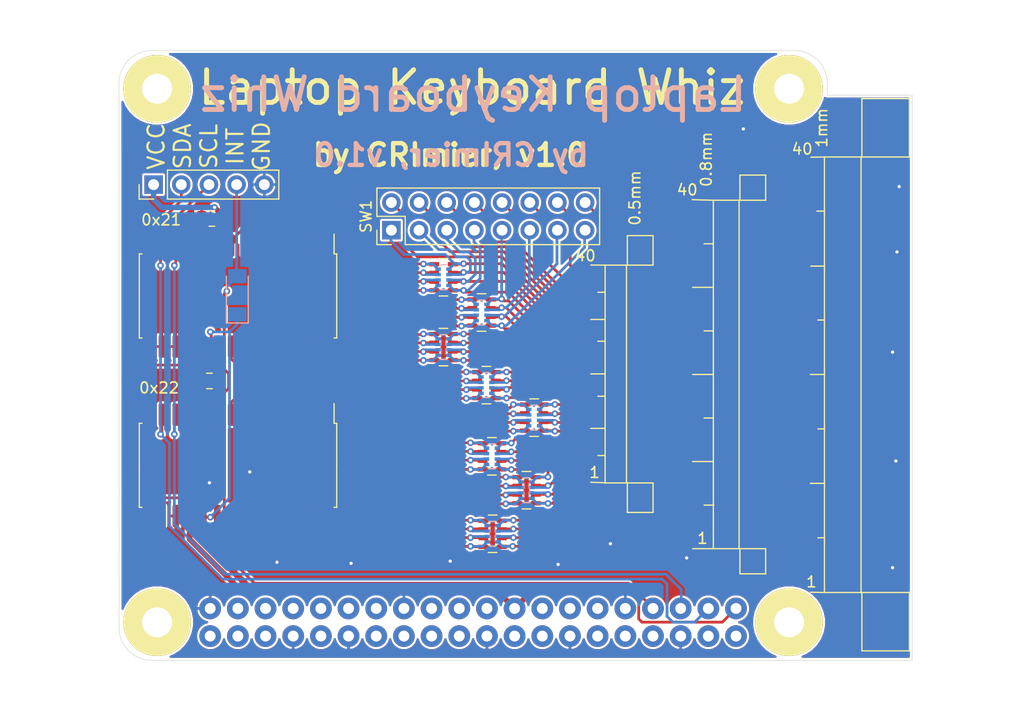
<source format=kicad_pcb>
(kicad_pcb (version 20171130) (host pcbnew "(5.1.2)-1")
  (layers (0 F.Cu signal) (31 B.Cu signal) (34 B.Paste user) (35 F.Paste user) (36 B.SilkS user) (37 F.SilkS user) (38 B.Mask user) (39 F.Mask user) (44 Edge.Cuts user))
  (net 0 "")
  (net 1 VCC)
  (net 2 GND)
  (net 3 INTO)
  (net 4 INT)
  (net 5 SDA)
  (net 6 SCL)
  (net 7 /C0)
  (net 8 /C1)
  (net 9 /C2)
  (net 10 /C3)
  (net 11 /C4)
  (net 12 /C5)
  (net 13 /C6)
  (net 14 /C7)
  (net 15 /C8)
  (net 16 /C9)
  (net 17 /C10)
  (net 18 /C11)
  (net 19 /C12)
  (net 20 /C13)
  (net 21 /C14)
  (net 22 /C15)
  (net 23 /C16)
  (net 24 /C17)
  (net 25 /C18)
  (net 26 /C19)
  (net 27 /C20)
  (net 28 /C21)
  (net 29 /C22)
  (net 30 /C23)
  (net 31 /C24)
  (net 32 /C25)
  (net 33 /C26)
  (net 34 /C27)
  (net 35 /C28)
  (net 36 /C29)
  (net 37 /C30)
  (net 38 /C31)
  (net 39 /C32)
  (net 40 /C33)
  (net 41 /C34)
  (net 42 /C35)
  (net 43 /C36)
  (net 44 /C37)
  (net 45 /C38)
  (net 46 /C39)
  (net 47 "Net-(RN1-Pad1)")
  (net 48 "Net-(RN1-Pad3)")
  (net 49 "Net-(RN1-Pad2)")
  (net 50 "Net-(RN1-Pad4)")
  (net 51 "Net-(RN10-Pad5)")
  (net 52 "Net-(RN10-Pad7)")
  (net 53 "Net-(RN10-Pad6)")
  (net 54 "Net-(RN10-Pad8)")
  (net 55 "Net-(RN11-Pad8)")
  (net 56 "Net-(RN11-Pad6)")
  (net 57 "Net-(RN11-Pad7)")
  (net 58 "Net-(RN11-Pad5)")
  (net 59 "Net-(RN12-Pad5)")
  (net 60 "Net-(RN12-Pad7)")
  (net 61 "Net-(RN12-Pad6)")
  (net 62 "Net-(RN12-Pad8)")
  (net 63 "Net-(RN13-Pad8)")
  (net 64 "Net-(RN13-Pad6)")
  (net 65 "Net-(RN13-Pad7)")
  (net 66 "Net-(RN13-Pad5)")
  (net 67 "Net-(RN14-Pad5)")
  (net 68 "Net-(RN14-Pad7)")
  (net 69 "Net-(RN14-Pad6)")
  (net 70 "Net-(RN14-Pad8)")
  (net 71 "Net-(RN15-Pad8)")
  (net 72 "Net-(RN15-Pad6)")
  (net 73 "Net-(RN15-Pad7)")
  (net 74 "Net-(RN15-Pad5)")
  (net 75 "Net-(RN16-Pad5)")
  (net 76 "Net-(RN16-Pad7)")
  (net 77 "Net-(RN16-Pad6)")
  (net 78 "Net-(RN16-Pad8)")
  (module Connector_PinHeader_2.54mm:PinHeader_2x08_P2.54mm_Vertical (layer F.Cu) (at 155.3 82.1 90)
    (fp_text reference SW1 (at 1.27 -2.33 90) (layer F.SilkS))
    (fp_text value "32-39 switch")
    (pad 1 thru_hole rect (at 0 0 90) (size 1.7 1.7) (drill 1) (layers *.Cu *.Mask) (net 38 /C31))
    (pad 2 thru_hole oval (at 2.54 0 90) (size 1.7 1.7) (drill 1) (layers *.Cu *.Mask) (net 39 /C32))
    (pad 3 thru_hole oval (at 0 2.54 90) (size 1.7 1.7) (drill 1) (layers *.Cu *.Mask) (net 37 /C30))
    (pad 4 thru_hole oval (at 2.54 2.54 90) (size 1.7 1.7) (drill 1) (layers *.Cu *.Mask) (net 40 /C33))
    (pad 5 thru_hole oval (at 0 5.08 90) (size 1.7 1.7) (drill 1) (layers *.Cu *.Mask) (net 36 /C29))
    (pad 6 thru_hole oval (at 2.54 5.08 90) (size 1.7 1.7) (drill 1) (layers *.Cu *.Mask) (net 41 /C34))
    (pad 7 thru_hole oval (at 0 7.62 90) (size 1.7 1.7) (drill 1) (layers *.Cu *.Mask) (net 35 /C28))
    (pad 8 thru_hole oval (at 2.54 7.62 90) (size 1.7 1.7) (drill 1) (layers *.Cu *.Mask) (net 42 /C35))
    (pad 9 thru_hole oval (at 0 10.16 90) (size 1.7 1.7) (drill 1) (layers *.Cu *.Mask) (net 34 /C27))
    (pad 10 thru_hole oval (at 2.54 10.16 90) (size 1.7 1.7) (drill 1) (layers *.Cu *.Mask) (net 43 /C36))
    (pad 11 thru_hole oval (at 0 12.7 90) (size 1.7 1.7) (drill 1) (layers *.Cu *.Mask) (net 33 /C26))
    (pad 12 thru_hole oval (at 2.54 12.7 90) (size 1.7 1.7) (drill 1) (layers *.Cu *.Mask) (net 44 /C37))
    (pad 13 thru_hole oval (at 0 15.24 90) (size 1.7 1.7) (drill 1) (layers *.Cu *.Mask) (net 32 /C25))
    (pad 14 thru_hole oval (at 2.54 15.24 90) (size 1.7 1.7) (drill 1) (layers *.Cu *.Mask) (net 45 /C38))
    (pad 15 thru_hole oval (at 0 17.78 90) (size 1.7 1.7) (drill 1) (layers *.Cu *.Mask) (net 31 /C24))
    (pad 16 thru_hole oval (at 2.54 17.78 90) (size 1.7 1.7) (drill 1) (layers *.Cu *.Mask) (net 46 /C39))
  )
  (module p:FPC_40_0.5mm (layer F.Cu) (at 175.895 95.3135 90)
    (fp_text reference J2 hide)
    (fp_text value 0.5mm)
    (pad MP smd rect (at 11.35 2.3 90) (size 2 2) (layers F.Cu F.Paste F.Mask) (net 2 GND))
    (pad MP smd rect (at -11.35 2.3 90) (size 2 2) (layers F.Cu F.Paste F.Mask) (net 2 GND))
    (pad 40 smd rect (at 9.75 0 90) (size 0.25 1.6) (layers F.Cu F.Paste F.Mask) (net 46 /C39))
    (pad 39 smd rect (at 9.25 0 90) (size 0.25 1.6) (layers F.Cu F.Paste F.Mask) (net 45 /C38))
    (pad 38 smd rect (at 8.75 0 90) (size 0.25 1.6) (layers F.Cu F.Paste F.Mask) (net 44 /C37))
    (pad 37 smd rect (at 8.25 0 90) (size 0.25 1.6) (layers F.Cu F.Paste F.Mask) (net 43 /C36))
    (pad 36 smd rect (at 7.75 0 90) (size 0.25 1.6) (layers F.Cu F.Paste F.Mask) (net 42 /C35))
    (pad 35 smd rect (at 7.25 0 90) (size 0.25 1.6) (layers F.Cu F.Paste F.Mask) (net 41 /C34))
    (pad 34 smd rect (at 6.75 0 90) (size 0.25 1.6) (layers F.Cu F.Paste F.Mask) (net 40 /C33))
    (pad 33 smd rect (at 6.25 0 90) (size 0.25 1.6) (layers F.Cu F.Paste F.Mask) (net 39 /C32))
    (pad 32 smd rect (at 5.75 0 90) (size 0.25 1.6) (layers F.Cu F.Paste F.Mask) (net 38 /C31))
    (pad 31 smd rect (at 5.25 0 90) (size 0.25 1.6) (layers F.Cu F.Paste F.Mask) (net 37 /C30))
    (pad 30 smd rect (at 4.75 0 90) (size 0.25 1.6) (layers F.Cu F.Paste F.Mask) (net 36 /C29))
    (pad 29 smd rect (at 4.25 0 90) (size 0.25 1.6) (layers F.Cu F.Paste F.Mask) (net 35 /C28))
    (pad 28 smd rect (at 3.75 0 90) (size 0.25 1.6) (layers F.Cu F.Paste F.Mask) (net 34 /C27))
    (pad 27 smd rect (at 3.25 0 90) (size 0.25 1.6) (layers F.Cu F.Paste F.Mask) (net 33 /C26))
    (pad 26 smd rect (at 2.75 0 90) (size 0.25 1.6) (layers F.Cu F.Paste F.Mask) (net 32 /C25))
    (pad 25 smd rect (at 2.25 0 90) (size 0.25 1.6) (layers F.Cu F.Paste F.Mask) (net 31 /C24))
    (pad 24 smd rect (at 1.75 0 90) (size 0.25 1.6) (layers F.Cu F.Paste F.Mask) (net 30 /C23))
    (pad 23 smd rect (at 1.25 0 90) (size 0.25 1.6) (layers F.Cu F.Paste F.Mask) (net 29 /C22))
    (pad 22 smd rect (at 0.75 0 90) (size 0.25 1.6) (layers F.Cu F.Paste F.Mask) (net 28 /C21))
    (pad 21 smd rect (at 0.25 0 90) (size 0.25 1.6) (layers F.Cu F.Paste F.Mask) (net 27 /C20))
    (pad 20 smd rect (at -0.25 0 90) (size 0.25 1.6) (layers F.Cu F.Paste F.Mask) (net 26 /C19))
    (pad 19 smd rect (at -0.75 0 90) (size 0.25 1.6) (layers F.Cu F.Paste F.Mask) (net 25 /C18))
    (pad 18 smd rect (at -1.25 0 90) (size 0.25 1.6) (layers F.Cu F.Paste F.Mask) (net 24 /C17))
    (pad 17 smd rect (at -1.75 0 90) (size 0.25 1.6) (layers F.Cu F.Paste F.Mask) (net 23 /C16))
    (pad 16 smd rect (at -2.25 0 90) (size 0.25 1.6) (layers F.Cu F.Paste F.Mask) (net 22 /C15))
    (pad 15 smd rect (at -2.75 0 90) (size 0.25 1.6) (layers F.Cu F.Paste F.Mask) (net 21 /C14))
    (pad 14 smd rect (at -3.25 0 90) (size 0.25 1.6) (layers F.Cu F.Paste F.Mask) (net 20 /C13))
    (pad 13 smd rect (at -3.75 0 90) (size 0.25 1.6) (layers F.Cu F.Paste F.Mask) (net 19 /C12))
    (pad 12 smd rect (at -4.25 0 90) (size 0.25 1.6) (layers F.Cu F.Paste F.Mask) (net 18 /C11))
    (pad 11 smd rect (at -4.75 0 90) (size 0.25 1.6) (layers F.Cu F.Paste F.Mask) (net 17 /C10))
    (pad 10 smd rect (at -5.25 0 90) (size 0.25 1.6) (layers F.Cu F.Paste F.Mask) (net 16 /C9))
    (pad 9 smd rect (at -5.75 0 90) (size 0.25 1.6) (layers F.Cu F.Paste F.Mask) (net 15 /C8))
    (pad 8 smd rect (at -6.25 0 90) (size 0.25 1.6) (layers F.Cu F.Paste F.Mask) (net 14 /C7))
    (pad 7 smd rect (at -6.75 0 90) (size 0.25 1.6) (layers F.Cu F.Paste F.Mask) (net 13 /C6))
    (pad 6 smd rect (at -7.25 0 90) (size 0.25 1.6) (layers F.Cu F.Paste F.Mask) (net 12 /C5))
    (pad 5 smd rect (at -7.75 0 90) (size 0.25 1.6) (layers F.Cu F.Paste F.Mask) (net 11 /C4))
    (pad 4 smd rect (at -8.25 0 90) (size 0.25 1.6) (layers F.Cu F.Paste F.Mask) (net 10 /C3))
    (pad 3 smd rect (at -8.75 0 90) (size 0.25 1.6) (layers F.Cu F.Paste F.Mask) (net 9 /C2))
    (pad 2 smd rect (at -9.25 0 90) (size 0.25 1.6) (layers F.Cu F.Paste F.Mask) (net 8 /C1))
    (pad 1 smd rect (at -9.75 0 90) (size 0.25 1.6) (layers F.Cu F.Paste F.Mask) (net 7 /C0))
  )
  (module p:RASPBERRY_PI_HAT (layer F.Cu) (at 162.8 118.11 180)
    (fp_text reference J5 hide)
    (fp_text value Raspberry_Pi_2_3 hide)
    (pad "" np_thru_hole circle (at 29 49 180) (size 6.2 6.2) (drill 2.75) (layers *.Cu *.Mask F.SilkS))
    (pad "" np_thru_hole circle (at -29 49 180) (size 6.2 6.2) (drill 2.75) (layers *.Cu *.Mask F.SilkS))
    (pad "" np_thru_hole circle (at -29 0 180) (size 6.2 6.2) (drill 2.75) (layers *.Cu *.Mask F.SilkS))
    (pad "" np_thru_hole circle (at 29 0 180) (size 6.2 6.2) (drill 2.75) (layers *.Cu *.Mask F.SilkS))
    (pad 40 thru_hole oval (at 24.13 -1.27 180) (size 2 2) (drill 1) (layers *.Cu *.Mask))
    (pad 39 thru_hole oval (at 24.13 1.27 180) (size 2 2) (drill 1) (layers *.Cu *.Mask) (net 2 GND))
    (pad 38 thru_hole oval (at 21.59 -1.27 180) (size 2 2) (drill 1) (layers *.Cu *.Mask))
    (pad 37 thru_hole oval (at 21.59 1.27 180) (size 2 2) (drill 1) (layers *.Cu *.Mask))
    (pad 36 thru_hole oval (at 19.05 -1.27 180) (size 2 2) (drill 1) (layers *.Cu *.Mask))
    (pad 35 thru_hole oval (at 19.05 1.27 180) (size 2 2) (drill 1) (layers *.Cu *.Mask))
    (pad 34 thru_hole oval (at 16.51 -1.27 180) (size 2 2) (drill 1) (layers *.Cu *.Mask) (net 2 GND))
    (pad 33 thru_hole oval (at 16.51 1.27 180) (size 2 2) (drill 1) (layers *.Cu *.Mask))
    (pad 32 thru_hole oval (at 13.97 -1.27 180) (size 2 2) (drill 1) (layers *.Cu *.Mask))
    (pad 31 thru_hole oval (at 13.97 1.27 180) (size 2 2) (drill 1) (layers *.Cu *.Mask))
    (pad 30 thru_hole oval (at 11.43 -1.27 180) (size 2 2) (drill 1) (layers *.Cu *.Mask) (net 2 GND))
    (pad 29 thru_hole oval (at 11.43 1.27 180) (size 2 2) (drill 1) (layers *.Cu *.Mask))
    (pad 28 thru_hole oval (at 8.89 -1.27 180) (size 2 2) (drill 1) (layers *.Cu *.Mask))
    (pad 27 thru_hole oval (at 8.89 1.27 180) (size 2 2) (drill 1) (layers *.Cu *.Mask))
    (pad 26 thru_hole oval (at 6.35 -1.27 180) (size 2 2) (drill 1) (layers *.Cu *.Mask))
    (pad 25 thru_hole oval (at 6.35 1.27 180) (size 2 2) (drill 1) (layers *.Cu *.Mask) (net 2 GND))
    (pad 24 thru_hole oval (at 3.81 -1.27 180) (size 2 2) (drill 1) (layers *.Cu *.Mask))
    (pad 23 thru_hole oval (at 3.81 1.27 180) (size 2 2) (drill 1) (layers *.Cu *.Mask))
    (pad 22 thru_hole oval (at 1.27 -1.27 180) (size 2 2) (drill 1) (layers *.Cu *.Mask))
    (pad 21 thru_hole oval (at 1.27 1.27 180) (size 2 2) (drill 1) (layers *.Cu *.Mask))
    (pad 20 thru_hole oval (at -1.27 -1.27 180) (size 2 2) (drill 1) (layers *.Cu *.Mask) (net 2 GND))
    (pad 19 thru_hole oval (at -1.27 1.27 180) (size 2 2) (drill 1) (layers *.Cu *.Mask))
    (pad 18 thru_hole oval (at -3.81 -1.27 180) (size 2 2) (drill 1) (layers *.Cu *.Mask))
    (pad 17 thru_hole oval (at -3.81 1.27 180) (size 2 2) (drill 1) (layers *.Cu *.Mask) (net 1 VCC))
    (pad 16 thru_hole oval (at -6.35 -1.27 180) (size 2 2) (drill 1) (layers *.Cu *.Mask))
    (pad 15 thru_hole oval (at -6.35 1.27 180) (size 2 2) (drill 1) (layers *.Cu *.Mask))
    (pad 14 thru_hole oval (at -8.89 -1.27 180) (size 2 2) (drill 1) (layers *.Cu *.Mask) (net 2 GND))
    (pad 13 thru_hole oval (at -8.89 1.27 180) (size 2 2) (drill 1) (layers *.Cu *.Mask))
    (pad 12 thru_hole oval (at -11.43 -1.27 180) (size 2 2) (drill 1) (layers *.Cu *.Mask))
    (pad 11 thru_hole oval (at -11.43 1.27 180) (size 2 2) (drill 1) (layers *.Cu *.Mask))
    (pad 10 thru_hole oval (at -13.97 -1.27 180) (size 2 2) (drill 1) (layers *.Cu *.Mask))
    (pad 9 thru_hole oval (at -13.97 1.27 180) (size 2 2) (drill 1) (layers *.Cu *.Mask) (net 2 GND))
    (pad 8 thru_hole oval (at -16.51 -1.27 180) (size 2 2) (drill 1) (layers *.Cu *.Mask))
    (pad 7 thru_hole oval (at -16.51 1.27 180) (size 2 2) (drill 1) (layers *.Cu *.Mask) (net 4 INT))
    (pad 6 thru_hole oval (at -19.05 -1.27 180) (size 2 2) (drill 1) (layers *.Cu *.Mask) (net 2 GND))
    (pad 5 thru_hole oval (at -19.05 1.27 180) (size 2 2) (drill 1) (layers *.Cu *.Mask) (net 6 SCL))
    (pad 4 thru_hole oval (at -21.59 -1.27 180) (size 2 2) (drill 1) (layers *.Cu *.Mask))
    (pad 3 thru_hole oval (at -21.59 1.27 180) (size 2 2) (drill 1) (layers *.Cu *.Mask) (net 5 SDA))
    (pad 2 thru_hole oval (at -24.13 -1.27 180) (size 2 2) (drill 1) (layers *.Cu *.Mask))
    (pad 1 thru_hole oval (at -24.13 1.27 180) (size 2 2) (drill 1) (layers *.Cu *.Mask) (net 1 VCC))
  )
  (module Capacitor_SMD:C_0805_2012Metric (layer F.Cu) (at 138.826 81.026 180)
    (fp_text reference C1 hide)
    (fp_text value 100nF)
    (pad 1 smd roundrect (at -0.9375 0 180) (size 0.975 1.4) (layers F.Cu F.Paste F.Mask) (net 1 VCC))
    (pad 2 smd roundrect (at 0.9375 0 180) (size 0.975 1.4) (layers F.Cu F.Paste F.Mask) (net 2 GND))
  )
  (module Capacitor_SMD:C_0805_2012Metric (layer F.Cu) (at 138.6055 95.9485 180)
    (fp_text reference C2 hide)
    (fp_text value 100nF)
    (pad 2 smd roundrect (at 0.9375 0 180) (size 0.975 1.4) (layers F.Cu F.Paste F.Mask) (net 2 GND))
    (pad 1 smd roundrect (at -0.9375 0 180) (size 0.975 1.4) (layers F.Cu F.Paste F.Mask) (net 1 VCC))
  )
  (module Diode_SMD:D_MiniMELF (layer B.Cu) (at 141.1605 88.0745 90)
    (fp_text reference D1 hide)
    (fp_text value 1N4148)
    (pad 1 smd rect (at -1.75 0 90) (size 1.3 1.7) (layers B.Cu B.Paste B.Mask) (net 3 INTO))
    (pad 2 smd rect (at 1.75 0 90) (size 1.3 1.7) (layers B.Cu B.Paste B.Mask) (net 4 INT))
  )
  (module Connector_PinHeader_2.54mm:PinHeader_1x05_P2.54mm_Vertical (layer F.Cu) (at 133.477 77.9145 90)
    (fp_text reference J1 hide)
    (fp_text value I2C)
    (pad 1 thru_hole rect (at 0 0 90) (size 1.7 1.7) (drill 1) (layers *.Cu *.Mask) (net 1 VCC))
    (pad 2 thru_hole oval (at 0 2.54 90) (size 1.7 1.7) (drill 1) (layers *.Cu *.Mask) (net 5 SDA))
    (pad 3 thru_hole oval (at 0 5.08 90) (size 1.7 1.7) (drill 1) (layers *.Cu *.Mask) (net 6 SCL))
    (pad 4 thru_hole oval (at 0 7.62 90) (size 1.7 1.7) (drill 1) (layers *.Cu *.Mask) (net 4 INT))
    (pad 5 thru_hole oval (at 0 10.16 90) (size 1.7 1.7) (drill 1) (layers *.Cu *.Mask) (net 2 GND))
  )
  (module p:FPC_40_0.8mm (layer F.Cu) (at 186.0296 95.3516 90)
    (fp_text reference J3 hide)
    (fp_text value 0.8mm)
    (pad 1 smd rect (at -15.6 0 90) (size 0.4 2) (layers F.Cu F.Paste F.Mask) (net 7 /C0))
    (pad 2 smd rect (at -14.8 0 90) (size 0.4 2) (layers F.Cu F.Paste F.Mask) (net 8 /C1))
    (pad 3 smd rect (at -14 0 90) (size 0.4 2) (layers F.Cu F.Paste F.Mask) (net 9 /C2))
    (pad 4 smd rect (at -13.2 0 90) (size 0.4 2) (layers F.Cu F.Paste F.Mask) (net 10 /C3))
    (pad 5 smd rect (at -12.4 0 90) (size 0.4 2) (layers F.Cu F.Paste F.Mask) (net 11 /C4))
    (pad 6 smd rect (at -11.6 0 90) (size 0.4 2) (layers F.Cu F.Paste F.Mask) (net 12 /C5))
    (pad 7 smd rect (at -10.8 0 90) (size 0.4 2) (layers F.Cu F.Paste F.Mask) (net 13 /C6))
    (pad 8 smd rect (at -10 0 90) (size 0.4 2) (layers F.Cu F.Paste F.Mask) (net 14 /C7))
    (pad 9 smd rect (at -9.2 0 90) (size 0.4 2) (layers F.Cu F.Paste F.Mask) (net 15 /C8))
    (pad 10 smd rect (at -8.4 0 90) (size 0.4 2) (layers F.Cu F.Paste F.Mask) (net 16 /C9))
    (pad 11 smd rect (at -7.6 0 90) (size 0.4 2) (layers F.Cu F.Paste F.Mask) (net 17 /C10))
    (pad 12 smd rect (at -6.8 0 90) (size 0.4 2) (layers F.Cu F.Paste F.Mask) (net 18 /C11))
    (pad 13 smd rect (at -6 0 90) (size 0.4 2) (layers F.Cu F.Paste F.Mask) (net 19 /C12))
    (pad 14 smd rect (at -5.2 0 90) (size 0.4 2) (layers F.Cu F.Paste F.Mask) (net 20 /C13))
    (pad 15 smd rect (at -4.4 0 90) (size 0.4 2) (layers F.Cu F.Paste F.Mask) (net 21 /C14))
    (pad 16 smd rect (at -3.6 0 90) (size 0.4 2) (layers F.Cu F.Paste F.Mask) (net 22 /C15))
    (pad 17 smd rect (at -2.8 0 90) (size 0.4 2) (layers F.Cu F.Paste F.Mask) (net 23 /C16))
    (pad 18 smd rect (at -2 0 90) (size 0.4 2) (layers F.Cu F.Paste F.Mask) (net 24 /C17))
    (pad 19 smd rect (at -1.2 0 90) (size 0.4 2) (layers F.Cu F.Paste F.Mask) (net 25 /C18))
    (pad 20 smd rect (at -0.4 0 90) (size 0.4 2) (layers F.Cu F.Paste F.Mask) (net 26 /C19))
    (pad 21 smd rect (at 0.4 0 90) (size 0.4 2) (layers F.Cu F.Paste F.Mask) (net 27 /C20))
    (pad 22 smd rect (at 1.2 0 90) (size 0.4 2) (layers F.Cu F.Paste F.Mask) (net 28 /C21))
    (pad 23 smd rect (at 2 0 90) (size 0.4 2) (layers F.Cu F.Paste F.Mask) (net 29 /C22))
    (pad 24 smd rect (at 2.8 0 90) (size 0.4 2) (layers F.Cu F.Paste F.Mask) (net 30 /C23))
    (pad 25 smd rect (at 3.6 0 90) (size 0.4 2) (layers F.Cu F.Paste F.Mask) (net 31 /C24))
    (pad 26 smd rect (at 4.4 0 90) (size 0.4 2) (layers F.Cu F.Paste F.Mask) (net 32 /C25))
    (pad 27 smd rect (at 5.2 0 90) (size 0.4 2) (layers F.Cu F.Paste F.Mask) (net 33 /C26))
    (pad 28 smd rect (at 6 0 90) (size 0.4 2) (layers F.Cu F.Paste F.Mask) (net 34 /C27))
    (pad 29 smd rect (at 6.8 0 90) (size 0.4 2) (layers F.Cu F.Paste F.Mask) (net 35 /C28))
    (pad 30 smd rect (at 7.6 0 90) (size 0.4 2) (layers F.Cu F.Paste F.Mask) (net 36 /C29))
    (pad 31 smd rect (at 8.4 0 90) (size 0.4 2) (layers F.Cu F.Paste F.Mask) (net 37 /C30))
    (pad 32 smd rect (at 9.2 0 90) (size 0.4 2) (layers F.Cu F.Paste F.Mask) (net 38 /C31))
    (pad 33 smd rect (at 10 0 90) (size 0.4 2) (layers F.Cu F.Paste F.Mask) (net 39 /C32))
    (pad 34 smd rect (at 10.8 0 90) (size 0.4 2) (layers F.Cu F.Paste F.Mask) (net 40 /C33))
    (pad 35 smd rect (at 11.6 0 90) (size 0.4 2) (layers F.Cu F.Paste F.Mask) (net 41 /C34))
    (pad 36 smd rect (at 12.4 0 90) (size 0.4 2) (layers F.Cu F.Paste F.Mask) (net 42 /C35))
    (pad 37 smd rect (at 13.2 0 90) (size 0.4 2) (layers F.Cu F.Paste F.Mask) (net 43 /C36))
    (pad 38 smd rect (at 14 0 90) (size 0.4 2) (layers F.Cu F.Paste F.Mask) (net 44 /C37))
    (pad 39 smd rect (at 14.8 0 90) (size 0.4 2) (layers F.Cu F.Paste F.Mask) (net 45 /C38))
    (pad 40 smd rect (at 15.6 0 90) (size 0.4 2) (layers F.Cu F.Paste F.Mask) (net 46 /C39))
    (pad MP smd rect (at -17.2 2.5 90) (size 1.5 2) (layers F.Cu F.Paste F.Mask) (net 2 GND))
    (pad MP smd rect (at 17.2 2.5 90) (size 1.5 2) (layers F.Cu F.Paste F.Mask) (net 2 GND))
  )
  (module p:FPC_40_1mm (layer F.Cu) (at 196.723 95.377 90)
    (fp_text reference J4 hide)
    (fp_text value 1mm)
    (pad 1 smd rect (at -19.5 0 90) (size 0.5 3) (layers F.Cu F.Paste F.Mask) (net 7 /C0))
    (pad 2 smd rect (at -18.5 0 90) (size 0.5 3) (layers F.Cu F.Paste F.Mask) (net 8 /C1))
    (pad 3 smd rect (at -17.5 0 90) (size 0.5 3) (layers F.Cu F.Paste F.Mask) (net 9 /C2))
    (pad 4 smd rect (at -16.5 0 90) (size 0.5 3) (layers F.Cu F.Paste F.Mask) (net 10 /C3))
    (pad 5 smd rect (at -15.5 0 90) (size 0.5 3) (layers F.Cu F.Paste F.Mask) (net 11 /C4))
    (pad 6 smd rect (at -14.5 0 90) (size 0.5 3) (layers F.Cu F.Paste F.Mask) (net 12 /C5))
    (pad 7 smd rect (at -13.5 0 90) (size 0.5 3) (layers F.Cu F.Paste F.Mask) (net 13 /C6))
    (pad 8 smd rect (at -12.5 0 90) (size 0.5 3) (layers F.Cu F.Paste F.Mask) (net 14 /C7))
    (pad 9 smd rect (at -11.5 0 90) (size 0.5 3) (layers F.Cu F.Paste F.Mask) (net 15 /C8))
    (pad 10 smd rect (at -10.5 0 90) (size 0.5 3) (layers F.Cu F.Paste F.Mask) (net 16 /C9))
    (pad 11 smd rect (at -9.5 0 90) (size 0.5 3) (layers F.Cu F.Paste F.Mask) (net 17 /C10))
    (pad 12 smd rect (at -8.5 0 90) (size 0.5 3) (layers F.Cu F.Paste F.Mask) (net 18 /C11))
    (pad 13 smd rect (at -7.5 0 90) (size 0.5 3) (layers F.Cu F.Paste F.Mask) (net 19 /C12))
    (pad 14 smd rect (at -6.5 0 90) (size 0.5 3) (layers F.Cu F.Paste F.Mask) (net 20 /C13))
    (pad 15 smd rect (at -5.5 0 90) (size 0.5 3) (layers F.Cu F.Paste F.Mask) (net 21 /C14))
    (pad 16 smd rect (at -4.5 0 90) (size 0.5 3) (layers F.Cu F.Paste F.Mask) (net 22 /C15))
    (pad 17 smd rect (at -3.5 0 90) (size 0.5 3) (layers F.Cu F.Paste F.Mask) (net 23 /C16))
    (pad 18 smd rect (at -2.5 0 90) (size 0.5 3) (layers F.Cu F.Paste F.Mask) (net 24 /C17))
    (pad 19 smd rect (at -1.5 0 90) (size 0.5 3) (layers F.Cu F.Paste F.Mask) (net 25 /C18))
    (pad 20 smd rect (at -0.5 0 90) (size 0.5 3) (layers F.Cu F.Paste F.Mask) (net 26 /C19))
    (pad 21 smd rect (at 0.5 0 90) (size 0.5 3) (layers F.Cu F.Paste F.Mask) (net 27 /C20))
    (pad 22 smd rect (at 1.5 0 90) (size 0.5 3) (layers F.Cu F.Paste F.Mask) (net 28 /C21))
    (pad 23 smd rect (at 2.5 0 90) (size 0.5 3) (layers F.Cu F.Paste F.Mask) (net 29 /C22))
    (pad 24 smd rect (at 3.5 0 90) (size 0.5 3) (layers F.Cu F.Paste F.Mask) (net 30 /C23))
    (pad 25 smd rect (at 4.5 0 90) (size 0.5 3) (layers F.Cu F.Paste F.Mask) (net 31 /C24))
    (pad 26 smd rect (at 5.5 0 90) (size 0.5 3) (layers F.Cu F.Paste F.Mask) (net 32 /C25))
    (pad 27 smd rect (at 6.5 0 90) (size 0.5 3) (layers F.Cu F.Paste F.Mask) (net 33 /C26))
    (pad 28 smd rect (at 7.5 0 90) (size 0.5 3) (layers F.Cu F.Paste F.Mask) (net 34 /C27))
    (pad 29 smd rect (at 8.5 0 90) (size 0.5 3) (layers F.Cu F.Paste F.Mask) (net 35 /C28))
    (pad 30 smd rect (at 9.5 0 90) (size 0.5 3) (layers F.Cu F.Paste F.Mask) (net 36 /C29))
    (pad 31 smd rect (at 10.5 0 90) (size 0.5 3) (layers F.Cu F.Paste F.Mask) (net 37 /C30))
    (pad 32 smd rect (at 11.5 0 90) (size 0.5 3) (layers F.Cu F.Paste F.Mask) (net 38 /C31))
    (pad 33 smd rect (at 12.5 0 90) (size 0.5 3) (layers F.Cu F.Paste F.Mask) (net 39 /C32))
    (pad 34 smd rect (at 13.5 0 90) (size 0.5 3) (layers F.Cu F.Paste F.Mask) (net 40 /C33))
    (pad 35 smd rect (at 14.5 0 90) (size 0.5 3) (layers F.Cu F.Paste F.Mask) (net 41 /C34))
    (pad 36 smd rect (at 15.5 0 90) (size 0.5 3) (layers F.Cu F.Paste F.Mask) (net 42 /C35))
    (pad 37 smd rect (at 16.5 0 90) (size 0.5 3) (layers F.Cu F.Paste F.Mask) (net 43 /C36))
    (pad 38 smd rect (at 17.5 0 90) (size 0.5 3) (layers F.Cu F.Paste F.Mask) (net 44 /C37))
    (pad 39 smd rect (at 18.5 0 90) (size 0.5 3) (layers F.Cu F.Paste F.Mask) (net 45 /C38))
    (pad 40 smd rect (at 19.5 0 90) (size 0.5 3) (layers F.Cu F.Paste F.Mask) (net 46 /C39))
    (pad MP smd rect (at -22.5 4 90) (size 5 4) (layers F.Cu F.Paste F.Mask) (net 2 GND))
    (pad MP smd rect (at 22.5 4 90) (size 5 4) (layers F.Cu F.Paste F.Mask) (net 2 GND))
  )
  (module Resistor_SMD:R_Array_Concave_4x0402 (layer B.Cu) (at 163.576 89.662)
    (fp_text reference RN1 hide)
    (fp_text value R_Pack04)
    (pad 1 smd rect (at -0.5 0.75) (size 0.5 0.32) (layers B.Cu B.Paste B.Mask) (net 47 "Net-(RN1-Pad1)"))
    (pad 3 smd rect (at -0.5 -0.25) (size 0.5 0.32) (layers B.Cu B.Paste B.Mask) (net 48 "Net-(RN1-Pad3)"))
    (pad 2 smd rect (at -0.5 0.25) (size 0.5 0.32) (layers B.Cu B.Paste B.Mask) (net 49 "Net-(RN1-Pad2)"))
    (pad 4 smd rect (at -0.5 -0.75) (size 0.5 0.32) (layers B.Cu B.Paste B.Mask) (net 50 "Net-(RN1-Pad4)"))
    (pad 7 smd rect (at 0.5 0.25) (size 0.5 0.32) (layers B.Cu B.Paste B.Mask) (net 32 /C25))
    (pad 8 smd rect (at 0.5 0.75) (size 0.5 0.32) (layers B.Cu B.Paste B.Mask) (net 31 /C24))
    (pad 6 smd rect (at 0.5 -0.25) (size 0.5 0.32) (layers B.Cu B.Paste B.Mask) (net 33 /C26))
    (pad 5 smd rect (at 0.5 -0.75) (size 0.5 0.32) (layers B.Cu B.Paste B.Mask) (net 34 /C27))
  )
  (module Resistor_SMD:R_Array_Concave_4x0402 (layer B.Cu) (at 160.0835 86.4235)
    (fp_text reference RN2 hide)
    (fp_text value R_Pack04)
    (pad 5 smd rect (at 0.5 -0.75) (size 0.5 0.32) (layers B.Cu B.Paste B.Mask) (net 38 /C31))
    (pad 6 smd rect (at 0.5 -0.25) (size 0.5 0.32) (layers B.Cu B.Paste B.Mask) (net 37 /C30))
    (pad 8 smd rect (at 0.5 0.75) (size 0.5 0.32) (layers B.Cu B.Paste B.Mask) (net 35 /C28))
    (pad 7 smd rect (at 0.5 0.25) (size 0.5 0.32) (layers B.Cu B.Paste B.Mask) (net 36 /C29))
    (pad 4 smd rect (at -0.5 -0.75) (size 0.5 0.32) (layers B.Cu B.Paste B.Mask) (net 51 "Net-(RN10-Pad5)"))
    (pad 2 smd rect (at -0.5 0.25) (size 0.5 0.32) (layers B.Cu B.Paste B.Mask) (net 52 "Net-(RN10-Pad7)"))
    (pad 3 smd rect (at -0.5 -0.25) (size 0.5 0.32) (layers B.Cu B.Paste B.Mask) (net 53 "Net-(RN10-Pad6)"))
    (pad 1 smd rect (at -0.5 0.75) (size 0.5 0.32) (layers B.Cu B.Paste B.Mask) (net 54 "Net-(RN10-Pad8)"))
  )
  (module Resistor_SMD:R_Array_Concave_4x0402 (layer B.Cu) (at 164.0205 96.3295)
    (fp_text reference RN3 hide)
    (fp_text value R_Pack04)
    (pad 1 smd rect (at -0.5 0.75) (size 0.5 0.32) (layers B.Cu B.Paste B.Mask) (net 55 "Net-(RN11-Pad8)"))
    (pad 3 smd rect (at -0.5 -0.25) (size 0.5 0.32) (layers B.Cu B.Paste B.Mask) (net 56 "Net-(RN11-Pad6)"))
    (pad 2 smd rect (at -0.5 0.25) (size 0.5 0.32) (layers B.Cu B.Paste B.Mask) (net 57 "Net-(RN11-Pad7)"))
    (pad 4 smd rect (at -0.5 -0.75) (size 0.5 0.32) (layers B.Cu B.Paste B.Mask) (net 58 "Net-(RN11-Pad5)"))
    (pad 7 smd rect (at 0.5 0.25) (size 0.5 0.32) (layers B.Cu B.Paste B.Mask) (net 24 /C17))
    (pad 8 smd rect (at 0.5 0.75) (size 0.5 0.32) (layers B.Cu B.Paste B.Mask) (net 23 /C16))
    (pad 6 smd rect (at 0.5 -0.25) (size 0.5 0.32) (layers B.Cu B.Paste B.Mask) (net 25 /C18))
    (pad 5 smd rect (at 0.5 -0.75) (size 0.5 0.32) (layers B.Cu B.Paste B.Mask) (net 26 /C19))
  )
  (module Resistor_SMD:R_Array_Concave_4x0402 (layer B.Cu) (at 160.0835 92.837)
    (fp_text reference RN4 hide)
    (fp_text value R_Pack04)
    (pad 5 smd rect (at 0.5 -0.75) (size 0.5 0.32) (layers B.Cu B.Paste B.Mask) (net 30 /C23))
    (pad 6 smd rect (at 0.5 -0.25) (size 0.5 0.32) (layers B.Cu B.Paste B.Mask) (net 29 /C22))
    (pad 8 smd rect (at 0.5 0.75) (size 0.5 0.32) (layers B.Cu B.Paste B.Mask) (net 27 /C20))
    (pad 7 smd rect (at 0.5 0.25) (size 0.5 0.32) (layers B.Cu B.Paste B.Mask) (net 28 /C21))
    (pad 4 smd rect (at -0.5 -0.75) (size 0.5 0.32) (layers B.Cu B.Paste B.Mask) (net 59 "Net-(RN12-Pad5)"))
    (pad 2 smd rect (at -0.5 0.25) (size 0.5 0.32) (layers B.Cu B.Paste B.Mask) (net 60 "Net-(RN12-Pad7)"))
    (pad 3 smd rect (at -0.5 -0.25) (size 0.5 0.32) (layers B.Cu B.Paste B.Mask) (net 61 "Net-(RN12-Pad6)"))
    (pad 1 smd rect (at -0.5 0.75) (size 0.5 0.32) (layers B.Cu B.Paste B.Mask) (net 62 "Net-(RN12-Pad8)"))
  )
  (module Resistor_SMD:R_Array_Concave_4x0402 (layer B.Cu) (at 164.5285 102.870199)
    (fp_text reference RN5 hide)
    (fp_text value R_Pack04)
    (pad 1 smd rect (at -0.5 0.75) (size 0.5 0.32) (layers B.Cu B.Paste B.Mask) (net 63 "Net-(RN13-Pad8)"))
    (pad 3 smd rect (at -0.5 -0.25) (size 0.5 0.32) (layers B.Cu B.Paste B.Mask) (net 64 "Net-(RN13-Pad6)"))
    (pad 2 smd rect (at -0.5 0.25) (size 0.5 0.32) (layers B.Cu B.Paste B.Mask) (net 65 "Net-(RN13-Pad7)"))
    (pad 4 smd rect (at -0.5 -0.75) (size 0.5 0.32) (layers B.Cu B.Paste B.Mask) (net 66 "Net-(RN13-Pad5)"))
    (pad 7 smd rect (at 0.5 0.25) (size 0.5 0.32) (layers B.Cu B.Paste B.Mask) (net 16 /C9))
    (pad 8 smd rect (at 0.5 0.75) (size 0.5 0.32) (layers B.Cu B.Paste B.Mask) (net 15 /C8))
    (pad 6 smd rect (at 0.5 -0.25) (size 0.5 0.32) (layers B.Cu B.Paste B.Mask) (net 17 /C10))
    (pad 5 smd rect (at 0.5 -0.75) (size 0.5 0.32) (layers B.Cu B.Paste B.Mask) (net 18 /C11))
  )
  (module Resistor_SMD:R_Array_Concave_4x0402 (layer B.Cu) (at 168.402 99.314)
    (fp_text reference RN6 hide)
    (fp_text value R_Pack04)
    (pad 5 smd rect (at 0.5 -0.75) (size 0.5 0.32) (layers B.Cu B.Paste B.Mask) (net 22 /C15))
    (pad 6 smd rect (at 0.5 -0.25) (size 0.5 0.32) (layers B.Cu B.Paste B.Mask) (net 21 /C14))
    (pad 8 smd rect (at 0.5 0.75) (size 0.5 0.32) (layers B.Cu B.Paste B.Mask) (net 19 /C12))
    (pad 7 smd rect (at 0.5 0.25) (size 0.5 0.32) (layers B.Cu B.Paste B.Mask) (net 20 /C13))
    (pad 4 smd rect (at -0.5 -0.75) (size 0.5 0.32) (layers B.Cu B.Paste B.Mask) (net 67 "Net-(RN14-Pad5)"))
    (pad 2 smd rect (at -0.5 0.25) (size 0.5 0.32) (layers B.Cu B.Paste B.Mask) (net 68 "Net-(RN14-Pad7)"))
    (pad 3 smd rect (at -0.5 -0.25) (size 0.5 0.32) (layers B.Cu B.Paste B.Mask) (net 69 "Net-(RN14-Pad6)"))
    (pad 1 smd rect (at -0.5 0.75) (size 0.5 0.32) (layers B.Cu B.Paste B.Mask) (net 70 "Net-(RN14-Pad8)"))
  )
  (module Resistor_SMD:R_Array_Concave_4x0402 (layer B.Cu) (at 164.592 109.982)
    (fp_text reference RN7 hide)
    (fp_text value R_Pack04)
    (pad 1 smd rect (at -0.5 0.75) (size 0.5 0.32) (layers B.Cu B.Paste B.Mask) (net 71 "Net-(RN15-Pad8)"))
    (pad 3 smd rect (at -0.5 -0.25) (size 0.5 0.32) (layers B.Cu B.Paste B.Mask) (net 72 "Net-(RN15-Pad6)"))
    (pad 2 smd rect (at -0.5 0.25) (size 0.5 0.32) (layers B.Cu B.Paste B.Mask) (net 73 "Net-(RN15-Pad7)"))
    (pad 4 smd rect (at -0.5 -0.75) (size 0.5 0.32) (layers B.Cu B.Paste B.Mask) (net 74 "Net-(RN15-Pad5)"))
    (pad 7 smd rect (at 0.5 0.25) (size 0.5 0.32) (layers B.Cu B.Paste B.Mask) (net 8 /C1))
    (pad 8 smd rect (at 0.5 0.75) (size 0.5 0.32) (layers B.Cu B.Paste B.Mask) (net 7 /C0))
    (pad 6 smd rect (at 0.5 -0.25) (size 0.5 0.32) (layers B.Cu B.Paste B.Mask) (net 9 /C2))
    (pad 5 smd rect (at 0.5 -0.75) (size 0.5 0.32) (layers B.Cu B.Paste B.Mask) (net 10 /C3))
  )
  (module Resistor_SMD:R_Array_Concave_4x0402 (layer B.Cu) (at 167.7035 105.9815)
    (fp_text reference RN8 hide)
    (fp_text value R_Pack04)
    (pad 5 smd rect (at 0.5 -0.75) (size 0.5 0.32) (layers B.Cu B.Paste B.Mask) (net 14 /C7))
    (pad 6 smd rect (at 0.5 -0.25) (size 0.5 0.32) (layers B.Cu B.Paste B.Mask) (net 13 /C6))
    (pad 8 smd rect (at 0.5 0.75) (size 0.5 0.32) (layers B.Cu B.Paste B.Mask) (net 11 /C4))
    (pad 7 smd rect (at 0.5 0.25) (size 0.5 0.32) (layers B.Cu B.Paste B.Mask) (net 12 /C5))
    (pad 4 smd rect (at -0.5 -0.75) (size 0.5 0.32) (layers B.Cu B.Paste B.Mask) (net 75 "Net-(RN16-Pad5)"))
    (pad 2 smd rect (at -0.5 0.25) (size 0.5 0.32) (layers B.Cu B.Paste B.Mask) (net 76 "Net-(RN16-Pad7)"))
    (pad 3 smd rect (at -0.5 -0.25) (size 0.5 0.32) (layers B.Cu B.Paste B.Mask) (net 77 "Net-(RN16-Pad6)"))
    (pad 1 smd rect (at -0.5 0.75) (size 0.5 0.32) (layers B.Cu B.Paste B.Mask) (net 78 "Net-(RN16-Pad8)"))
  )
  (module Resistor_SMD:R_Array_Concave_4x0603 (layer F.Cu) (at 163.576 89.662 180)
    (fp_text reference RN9 hide)
    (fp_text value R_Pack04)
    (pad 5 smd rect (at 0.85 1.2 180) (size 0.9 0.4) (layers F.Cu F.Paste F.Mask) (net 50 "Net-(RN1-Pad4)"))
    (pad 6 smd rect (at 0.85 0.4 180) (size 0.9 0.4) (layers F.Cu F.Paste F.Mask) (net 48 "Net-(RN1-Pad3)"))
    (pad 7 smd rect (at 0.85 -0.4 180) (size 0.9 0.4) (layers F.Cu F.Paste F.Mask) (net 49 "Net-(RN1-Pad2)"))
    (pad 8 smd rect (at 0.85 -1.2 180) (size 0.9 0.4) (layers F.Cu F.Paste F.Mask) (net 47 "Net-(RN1-Pad1)"))
    (pad 4 smd rect (at -0.85 1.2 180) (size 0.9 0.4) (layers F.Cu F.Paste F.Mask) (net 34 /C27))
    (pad 1 smd rect (at -0.85 -1.2 180) (size 0.9 0.4) (layers F.Cu F.Paste F.Mask) (net 31 /C24))
    (pad 3 smd rect (at -0.85 0.4 180) (size 0.9 0.4) (layers F.Cu F.Paste F.Mask) (net 33 /C26))
    (pad 2 smd rect (at -0.85 -0.4 180) (size 0.9 0.4) (layers F.Cu F.Paste F.Mask) (net 32 /C25))
  )
  (module Resistor_SMD:R_Array_Concave_4x0603 (layer F.Cu) (at 160.0835 86.4235 180)
    (fp_text reference RN10 hide)
    (fp_text value R_Pack04)
    (pad 2 smd rect (at -0.85 -0.4 180) (size 0.9 0.4) (layers F.Cu F.Paste F.Mask) (net 36 /C29))
    (pad 3 smd rect (at -0.85 0.4 180) (size 0.9 0.4) (layers F.Cu F.Paste F.Mask) (net 37 /C30))
    (pad 1 smd rect (at -0.85 -1.2 180) (size 0.9 0.4) (layers F.Cu F.Paste F.Mask) (net 35 /C28))
    (pad 4 smd rect (at -0.85 1.2 180) (size 0.9 0.4) (layers F.Cu F.Paste F.Mask) (net 38 /C31))
    (pad 8 smd rect (at 0.85 -1.2 180) (size 0.9 0.4) (layers F.Cu F.Paste F.Mask) (net 54 "Net-(RN10-Pad8)"))
    (pad 7 smd rect (at 0.85 -0.4 180) (size 0.9 0.4) (layers F.Cu F.Paste F.Mask) (net 52 "Net-(RN10-Pad7)"))
    (pad 6 smd rect (at 0.85 0.4 180) (size 0.9 0.4) (layers F.Cu F.Paste F.Mask) (net 53 "Net-(RN10-Pad6)"))
    (pad 5 smd rect (at 0.85 1.2 180) (size 0.9 0.4) (layers F.Cu F.Paste F.Mask) (net 51 "Net-(RN10-Pad5)"))
  )
  (module Resistor_SMD:R_Array_Concave_4x0603 (layer F.Cu) (at 164.0205 96.3295 180)
    (fp_text reference RN11 hide)
    (fp_text value R_Pack04)
    (pad 5 smd rect (at 0.85 1.2 180) (size 0.9 0.4) (layers F.Cu F.Paste F.Mask) (net 58 "Net-(RN11-Pad5)"))
    (pad 6 smd rect (at 0.85 0.4 180) (size 0.9 0.4) (layers F.Cu F.Paste F.Mask) (net 56 "Net-(RN11-Pad6)"))
    (pad 7 smd rect (at 0.85 -0.4 180) (size 0.9 0.4) (layers F.Cu F.Paste F.Mask) (net 57 "Net-(RN11-Pad7)"))
    (pad 8 smd rect (at 0.85 -1.2 180) (size 0.9 0.4) (layers F.Cu F.Paste F.Mask) (net 55 "Net-(RN11-Pad8)"))
    (pad 4 smd rect (at -0.85 1.2 180) (size 0.9 0.4) (layers F.Cu F.Paste F.Mask) (net 26 /C19))
    (pad 1 smd rect (at -0.85 -1.2 180) (size 0.9 0.4) (layers F.Cu F.Paste F.Mask) (net 23 /C16))
    (pad 3 smd rect (at -0.85 0.4 180) (size 0.9 0.4) (layers F.Cu F.Paste F.Mask) (net 25 /C18))
    (pad 2 smd rect (at -0.85 -0.4 180) (size 0.9 0.4) (layers F.Cu F.Paste F.Mask) (net 24 /C17))
  )
  (module Resistor_SMD:R_Array_Concave_4x0603 (layer F.Cu) (at 160.082299 92.837 180)
    (fp_text reference RN12 hide)
    (fp_text value R_Pack04)
    (pad 2 smd rect (at -0.85 -0.4 180) (size 0.9 0.4) (layers F.Cu F.Paste F.Mask) (net 28 /C21))
    (pad 3 smd rect (at -0.85 0.4 180) (size 0.9 0.4) (layers F.Cu F.Paste F.Mask) (net 29 /C22))
    (pad 1 smd rect (at -0.85 -1.2 180) (size 0.9 0.4) (layers F.Cu F.Paste F.Mask) (net 27 /C20))
    (pad 4 smd rect (at -0.85 1.2 180) (size 0.9 0.4) (layers F.Cu F.Paste F.Mask) (net 30 /C23))
    (pad 8 smd rect (at 0.85 -1.2 180) (size 0.9 0.4) (layers F.Cu F.Paste F.Mask) (net 62 "Net-(RN12-Pad8)"))
    (pad 7 smd rect (at 0.85 -0.4 180) (size 0.9 0.4) (layers F.Cu F.Paste F.Mask) (net 60 "Net-(RN12-Pad7)"))
    (pad 6 smd rect (at 0.85 0.4 180) (size 0.9 0.4) (layers F.Cu F.Paste F.Mask) (net 61 "Net-(RN12-Pad6)"))
    (pad 5 smd rect (at 0.85 1.2 180) (size 0.9 0.4) (layers F.Cu F.Paste F.Mask) (net 59 "Net-(RN12-Pad5)"))
  )
  (module Resistor_SMD:R_Array_Concave_4x0603 (layer F.Cu) (at 164.5285 102.87 180)
    (fp_text reference RN13 hide)
    (fp_text value R_Pack04)
    (pad 2 smd rect (at -0.85 -0.4 180) (size 0.9 0.4) (layers F.Cu F.Paste F.Mask) (net 16 /C9))
    (pad 3 smd rect (at -0.85 0.4 180) (size 0.9 0.4) (layers F.Cu F.Paste F.Mask) (net 17 /C10))
    (pad 1 smd rect (at -0.85 -1.2 180) (size 0.9 0.4) (layers F.Cu F.Paste F.Mask) (net 15 /C8))
    (pad 4 smd rect (at -0.85 1.2 180) (size 0.9 0.4) (layers F.Cu F.Paste F.Mask) (net 18 /C11))
    (pad 8 smd rect (at 0.85 -1.2 180) (size 0.9 0.4) (layers F.Cu F.Paste F.Mask) (net 63 "Net-(RN13-Pad8)"))
    (pad 7 smd rect (at 0.85 -0.4 180) (size 0.9 0.4) (layers F.Cu F.Paste F.Mask) (net 65 "Net-(RN13-Pad7)"))
    (pad 6 smd rect (at 0.85 0.4 180) (size 0.9 0.4) (layers F.Cu F.Paste F.Mask) (net 64 "Net-(RN13-Pad6)"))
    (pad 5 smd rect (at 0.85 1.2 180) (size 0.9 0.4) (layers F.Cu F.Paste F.Mask) (net 66 "Net-(RN13-Pad5)"))
  )
  (module Resistor_SMD:R_Array_Concave_4x0603 (layer F.Cu) (at 168.402 99.314 180)
    (fp_text reference RN14 hide)
    (fp_text value R_Pack04)
    (pad 5 smd rect (at 0.85 1.2 180) (size 0.9 0.4) (layers F.Cu F.Paste F.Mask) (net 67 "Net-(RN14-Pad5)"))
    (pad 6 smd rect (at 0.85 0.4 180) (size 0.9 0.4) (layers F.Cu F.Paste F.Mask) (net 69 "Net-(RN14-Pad6)"))
    (pad 7 smd rect (at 0.85 -0.4 180) (size 0.9 0.4) (layers F.Cu F.Paste F.Mask) (net 68 "Net-(RN14-Pad7)"))
    (pad 8 smd rect (at 0.85 -1.2 180) (size 0.9 0.4) (layers F.Cu F.Paste F.Mask) (net 70 "Net-(RN14-Pad8)"))
    (pad 4 smd rect (at -0.85 1.2 180) (size 0.9 0.4) (layers F.Cu F.Paste F.Mask) (net 22 /C15))
    (pad 1 smd rect (at -0.85 -1.2 180) (size 0.9 0.4) (layers F.Cu F.Paste F.Mask) (net 19 /C12))
    (pad 3 smd rect (at -0.85 0.4 180) (size 0.9 0.4) (layers F.Cu F.Paste F.Mask) (net 21 /C14))
    (pad 2 smd rect (at -0.85 -0.4 180) (size 0.9 0.4) (layers F.Cu F.Paste F.Mask) (net 20 /C13))
  )
  (module Resistor_SMD:R_Array_Concave_4x0603 (layer F.Cu) (at 164.592 109.982 180)
    (fp_text reference RN15 hide)
    (fp_text value R_Pack04)
    (pad 5 smd rect (at 0.85 1.2 180) (size 0.9 0.4) (layers F.Cu F.Paste F.Mask) (net 74 "Net-(RN15-Pad5)"))
    (pad 6 smd rect (at 0.85 0.4 180) (size 0.9 0.4) (layers F.Cu F.Paste F.Mask) (net 72 "Net-(RN15-Pad6)"))
    (pad 7 smd rect (at 0.85 -0.4 180) (size 0.9 0.4) (layers F.Cu F.Paste F.Mask) (net 73 "Net-(RN15-Pad7)"))
    (pad 8 smd rect (at 0.85 -1.2 180) (size 0.9 0.4) (layers F.Cu F.Paste F.Mask) (net 71 "Net-(RN15-Pad8)"))
    (pad 4 smd rect (at -0.85 1.2 180) (size 0.9 0.4) (layers F.Cu F.Paste F.Mask) (net 10 /C3))
    (pad 1 smd rect (at -0.85 -1.2 180) (size 0.9 0.4) (layers F.Cu F.Paste F.Mask) (net 7 /C0))
    (pad 3 smd rect (at -0.85 0.4 180) (size 0.9 0.4) (layers F.Cu F.Paste F.Mask) (net 9 /C2))
    (pad 2 smd rect (at -0.85 -0.4 180) (size 0.9 0.4) (layers F.Cu F.Paste F.Mask) (net 8 /C1))
  )
  (module Resistor_SMD:R_Array_Concave_4x0603 (layer F.Cu) (at 167.702099 105.9815 180)
    (fp_text reference RN16 hide)
    (fp_text value R_Pack04)
    (pad 2 smd rect (at -0.85 -0.4 180) (size 0.9 0.4) (layers F.Cu F.Paste F.Mask) (net 12 /C5))
    (pad 3 smd rect (at -0.85 0.4 180) (size 0.9 0.4) (layers F.Cu F.Paste F.Mask) (net 13 /C6))
    (pad 1 smd rect (at -0.85 -1.2 180) (size 0.9 0.4) (layers F.Cu F.Paste F.Mask) (net 11 /C4))
    (pad 4 smd rect (at -0.85 1.2 180) (size 0.9 0.4) (layers F.Cu F.Paste F.Mask) (net 14 /C7))
    (pad 8 smd rect (at 0.85 -1.2 180) (size 0.9 0.4) (layers F.Cu F.Paste F.Mask) (net 78 "Net-(RN16-Pad8)"))
    (pad 7 smd rect (at 0.85 -0.4 180) (size 0.9 0.4) (layers F.Cu F.Paste F.Mask) (net 76 "Net-(RN16-Pad7)"))
    (pad 6 smd rect (at 0.85 0.4 180) (size 0.9 0.4) (layers F.Cu F.Paste F.Mask) (net 77 "Net-(RN16-Pad6)"))
    (pad 5 smd rect (at 0.85 1.2 180) (size 0.9 0.4) (layers F.Cu F.Paste F.Mask) (net 75 "Net-(RN16-Pad5)"))
  )
  (module Package_SO:SOIC-28W_7.5x17.9mm_P1.27mm (layer F.Cu) (at 141.224 88.138 270)
    (fp_text reference U1 hide)
    (fp_text value 0x21 (at -6.985 7.0485 180) (layer F.SilkS))
    (pad 28 smd roundrect (at 4.65 -8.255 270) (size 2.05 0.6) (layers F.Cu F.Paste F.Mask) (net 62 "Net-(RN12-Pad8)"))
    (pad 27 smd roundrect (at 4.65 -6.985 270) (size 2.05 0.6) (layers F.Cu F.Paste F.Mask) (net 60 "Net-(RN12-Pad7)"))
    (pad 26 smd roundrect (at 4.65 -5.715 270) (size 2.05 0.6) (layers F.Cu F.Paste F.Mask) (net 61 "Net-(RN12-Pad6)"))
    (pad 25 smd roundrect (at 4.65 -4.445 270) (size 2.05 0.6) (layers F.Cu F.Paste F.Mask) (net 59 "Net-(RN12-Pad5)"))
    (pad 24 smd roundrect (at 4.65 -3.175 270) (size 2.05 0.6) (layers F.Cu F.Paste F.Mask) (net 58 "Net-(RN11-Pad5)"))
    (pad 23 smd roundrect (at 4.65 -1.905 270) (size 2.05 0.6) (layers F.Cu F.Paste F.Mask) (net 56 "Net-(RN11-Pad6)"))
    (pad 22 smd roundrect (at 4.65 -0.635 270) (size 2.05 0.6) (layers F.Cu F.Paste F.Mask) (net 57 "Net-(RN11-Pad7)"))
    (pad 21 smd roundrect (at 4.65 0.635 270) (size 2.05 0.6) (layers F.Cu F.Paste F.Mask) (net 55 "Net-(RN11-Pad8)"))
    (pad 20 smd roundrect (at 4.65 1.905 270) (size 2.05 0.6) (layers F.Cu F.Paste F.Mask) (net 3 INTO))
    (pad 19 smd roundrect (at 4.65 3.175 270) (size 2.05 0.6) (layers F.Cu F.Paste F.Mask) (net 3 INTO))
    (pad 18 smd roundrect (at 4.65 4.445 270) (size 2.05 0.6) (layers F.Cu F.Paste F.Mask) (net 1 VCC))
    (pad 17 smd roundrect (at 4.65 5.715 270) (size 2.05 0.6) (layers F.Cu F.Paste F.Mask) (net 2 GND))
    (pad 16 smd roundrect (at 4.65 6.985 270) (size 2.05 0.6) (layers F.Cu F.Paste F.Mask) (net 2 GND))
    (pad 15 smd roundrect (at 4.65 8.255 270) (size 2.05 0.6) (layers F.Cu F.Paste F.Mask) (net 1 VCC))
    (pad 14 smd roundrect (at -4.65 8.255 270) (size 2.05 0.6) (layers F.Cu F.Paste F.Mask))
    (pad 13 smd roundrect (at -4.65 6.985 270) (size 2.05 0.6) (layers F.Cu F.Paste F.Mask) (net 5 SDA))
    (pad 12 smd roundrect (at -4.65 5.715 270) (size 2.05 0.6) (layers F.Cu F.Paste F.Mask) (net 6 SCL))
    (pad 11 smd roundrect (at -4.65 4.445 270) (size 2.05 0.6) (layers F.Cu F.Paste F.Mask))
    (pad 10 smd roundrect (at -4.65 3.175 270) (size 2.05 0.6) (layers F.Cu F.Paste F.Mask) (net 2 GND))
    (pad 9 smd roundrect (at -4.65 1.905 270) (size 2.05 0.6) (layers F.Cu F.Paste F.Mask) (net 1 VCC))
    (pad 8 smd roundrect (at -4.65 0.635 270) (size 2.05 0.6) (layers F.Cu F.Paste F.Mask) (net 51 "Net-(RN10-Pad5)"))
    (pad 7 smd roundrect (at -4.65 -0.635 270) (size 2.05 0.6) (layers F.Cu F.Paste F.Mask) (net 53 "Net-(RN10-Pad6)"))
    (pad 6 smd roundrect (at -4.65 -1.905 270) (size 2.05 0.6) (layers F.Cu F.Paste F.Mask) (net 52 "Net-(RN10-Pad7)"))
    (pad 5 smd roundrect (at -4.65 -3.175 270) (size 2.05 0.6) (layers F.Cu F.Paste F.Mask) (net 54 "Net-(RN10-Pad8)"))
    (pad 4 smd roundrect (at -4.65 -4.445 270) (size 2.05 0.6) (layers F.Cu F.Paste F.Mask) (net 47 "Net-(RN1-Pad1)"))
    (pad 3 smd roundrect (at -4.65 -5.715 270) (size 2.05 0.6) (layers F.Cu F.Paste F.Mask) (net 49 "Net-(RN1-Pad2)"))
    (pad 2 smd roundrect (at -4.65 -6.985 270) (size 2.05 0.6) (layers F.Cu F.Paste F.Mask) (net 48 "Net-(RN1-Pad3)"))
    (pad 1 smd roundrect (at -4.65 -8.255 270) (size 2.05 0.6) (layers F.Cu F.Paste F.Mask) (net 50 "Net-(RN1-Pad4)"))
  )
  (module Package_SO:SOIC-28W_7.5x17.9mm_P1.27mm (layer F.Cu) (at 141.224 103.6955 270)
    (fp_text reference U2 hide)
    (fp_text value 0x22 (at -7.112 7.239 180) (layer F.SilkS))
    (pad 1 smd roundrect (at -4.65 -8.255 270) (size 2.05 0.6) (layers F.Cu F.Paste F.Mask) (net 66 "Net-(RN13-Pad5)"))
    (pad 2 smd roundrect (at -4.65 -6.985 270) (size 2.05 0.6) (layers F.Cu F.Paste F.Mask) (net 64 "Net-(RN13-Pad6)"))
    (pad 3 smd roundrect (at -4.65 -5.715 270) (size 2.05 0.6) (layers F.Cu F.Paste F.Mask) (net 65 "Net-(RN13-Pad7)"))
    (pad 4 smd roundrect (at -4.65 -4.445 270) (size 2.05 0.6) (layers F.Cu F.Paste F.Mask) (net 63 "Net-(RN13-Pad8)"))
    (pad 5 smd roundrect (at -4.65 -3.175 270) (size 2.05 0.6) (layers F.Cu F.Paste F.Mask) (net 70 "Net-(RN14-Pad8)"))
    (pad 6 smd roundrect (at -4.65 -1.905 270) (size 2.05 0.6) (layers F.Cu F.Paste F.Mask) (net 68 "Net-(RN14-Pad7)"))
    (pad 7 smd roundrect (at -4.65 -0.635 270) (size 2.05 0.6) (layers F.Cu F.Paste F.Mask) (net 69 "Net-(RN14-Pad6)"))
    (pad 8 smd roundrect (at -4.65 0.635 270) (size 2.05 0.6) (layers F.Cu F.Paste F.Mask) (net 67 "Net-(RN14-Pad5)"))
    (pad 9 smd roundrect (at -4.65 1.905 270) (size 2.05 0.6) (layers F.Cu F.Paste F.Mask) (net 1 VCC))
    (pad 10 smd roundrect (at -4.65 3.175 270) (size 2.05 0.6) (layers F.Cu F.Paste F.Mask) (net 2 GND))
    (pad 11 smd roundrect (at -4.65 4.445 270) (size 2.05 0.6) (layers F.Cu F.Paste F.Mask))
    (pad 12 smd roundrect (at -4.65 5.715 270) (size 2.05 0.6) (layers F.Cu F.Paste F.Mask) (net 6 SCL))
    (pad 13 smd roundrect (at -4.65 6.985 270) (size 2.05 0.6) (layers F.Cu F.Paste F.Mask) (net 5 SDA))
    (pad 14 smd roundrect (at -4.65 8.255 270) (size 2.05 0.6) (layers F.Cu F.Paste F.Mask))
    (pad 15 smd roundrect (at 4.65 8.255 270) (size 2.05 0.6) (layers F.Cu F.Paste F.Mask) (net 2 GND))
    (pad 16 smd roundrect (at 4.65 6.985 270) (size 2.05 0.6) (layers F.Cu F.Paste F.Mask) (net 1 VCC))
    (pad 17 smd roundrect (at 4.65 5.715 270) (size 2.05 0.6) (layers F.Cu F.Paste F.Mask) (net 2 GND))
    (pad 18 smd roundrect (at 4.65 4.445 270) (size 2.05 0.6) (layers F.Cu F.Paste F.Mask) (net 1 VCC))
    (pad 19 smd roundrect (at 4.65 3.175 270) (size 2.05 0.6) (layers F.Cu F.Paste F.Mask) (net 3 INTO))
    (pad 20 smd roundrect (at 4.65 1.905 270) (size 2.05 0.6) (layers F.Cu F.Paste F.Mask) (net 3 INTO))
    (pad 21 smd roundrect (at 4.65 0.635 270) (size 2.05 0.6) (layers F.Cu F.Paste F.Mask) (net 71 "Net-(RN15-Pad8)"))
    (pad 22 smd roundrect (at 4.65 -0.635 270) (size 2.05 0.6) (layers F.Cu F.Paste F.Mask) (net 73 "Net-(RN15-Pad7)"))
    (pad 23 smd roundrect (at 4.65 -1.905 270) (size 2.05 0.6) (layers F.Cu F.Paste F.Mask) (net 72 "Net-(RN15-Pad6)"))
    (pad 24 smd roundrect (at 4.65 -3.175 270) (size 2.05 0.6) (layers F.Cu F.Paste F.Mask) (net 74 "Net-(RN15-Pad5)"))
    (pad 25 smd roundrect (at 4.65 -4.445 270) (size 2.05 0.6) (layers F.Cu F.Paste F.Mask) (net 75 "Net-(RN16-Pad5)"))
    (pad 26 smd roundrect (at 4.65 -5.715 270) (size 2.05 0.6) (layers F.Cu F.Paste F.Mask) (net 77 "Net-(RN16-Pad6)"))
    (pad 27 smd roundrect (at 4.65 -6.985 270) (size 2.05 0.6) (layers F.Cu F.Paste F.Mask) (net 76 "Net-(RN16-Pad7)"))
    (pad 28 smd roundrect (at 4.65 -8.255 270) (size 2.05 0.6) (layers F.Cu F.Paste F.Mask) (net 78 "Net-(RN16-Pad8)"))
  )
  (gr_arc (start 192.300001 68.599999) (end 195.3 68.7) (angle -89.86378341) (layer Edge.Cuts) (width 0.05))
  (gr_text "VCC\nSDA\nSCL\nINT\nGND" (at 138.55 74.4 90) (layer F.SilkS) (effects (font (size 1.5 1.5) (thickness 0.2))))
  (gr_text "by CRImier, v1.0" (at 160.8 75.2) (layer B.SilkS) (effects (font (size 2 2) (thickness 0.4)) (justify mirror)))
  (gr_text "by CRImier, v1.0" (at 160.7 75.2) (layer F.SilkS) (effects (font (size 2 2) (thickness 0.4))))
  (gr_text "Laptop Keyboard Whiz" (at 162.8 69.65) (layer B.SilkS) (effects (font (size 3 3) (thickness 0.45)) (justify mirror)))
  (gr_text "Laptop Keyboard Whiz" (at 162.7 69) (layer F.SilkS) (effects (font (size 3 3) (thickness 0.45))))
  (gr_text 40 (at 193 74.65) (layer F.SilkS) (effects (font (size 1 1))))
  (gr_text 40 (at 182.45 78.4) (layer F.SilkS) (effects (font (size 1 1))))
  (gr_text 40 (at 173.1 84.45) (layer F.SilkS) (effects (font (size 1 1))))
  (gr_text 1 (at 193.85 114.4) (layer F.SilkS) (effects (font (size 1 1))))
  (gr_text 1 (at 183.85 110.4) (layer F.SilkS) (effects (font (size 1 1))))
  (gr_text 1 (at 173.95 104.35) (layer F.SilkS) (effects (font (size 1 1))))
  (gr_text 1mm (at 194.8 72.7 90) (layer F.SilkS) (effects (font (size 1 1))))
  (gr_text 0.8mm (at 184.2 75.6 90) (layer F.SilkS) (effects (font (size 1 1))))
  (gr_text 0.5mm (at 177.65 79.15 90) (layer F.SilkS) (effects (font (size 1 1))))
  (gr_line (start 195.05 110.35) (end 194.45 110.35) (layer F.SilkS) (width 0.12))
  (gr_line (start 195.05 100.35) (end 194.45 100.35) (layer F.SilkS) (width 0.12))
  (gr_line (start 195.05 90.35) (end 194.45 90.35) (layer F.SilkS) (width 0.12))
  (gr_line (start 195.05 80.35) (end 194.35 80.35) (layer F.SilkS) (width 0.12))
  (gr_line (start 195.043 75.377) (end 193.8 75.4) (layer F.SilkS) (width 0.12))
  (gr_line (start 195.05 85.4) (end 193.8 85.4) (layer F.SilkS) (width 0.12))
  (gr_line (start 195.05 95.35) (end 193.75 95.35) (layer F.SilkS) (width 0.12))
  (gr_line (start 195.05 105.35) (end 193.75 105.35) (layer F.SilkS) (width 0.12))
  (gr_line (start 195.043 115.377) (end 193.75 115.35) (layer F.SilkS) (width 0.12))
  (gr_line (start 184.9 107.35) (end 184 107.35) (layer F.SilkS) (width 0.12))
  (gr_line (start 184.85 99.35) (end 184 99.35) (layer F.SilkS) (width 0.12))
  (gr_line (start 184.85 91.35) (end 184 91.35) (layer F.SilkS) (width 0.12))
  (gr_line (start 184.85 83.35) (end 184 83.35) (layer F.SilkS) (width 0.12))
  (gr_line (start 174.9 87.8) (end 174.25 87.8) (layer F.SilkS) (width 0.12))
  (gr_line (start 174.9 92.3) (end 174.25 92.3) (layer F.SilkS) (width 0.12))
  (gr_line (start 174.9 97.35) (end 174.25 97.35) (layer F.SilkS) (width 0.12))
  (gr_line (start 174.9 102.8) (end 174.25 102.8) (layer F.SilkS) (width 0.12))
  (gr_line (start 174.9 105.3) (end 173.6 105.25) (layer F.SilkS) (width 0.12))
  (gr_line (start 184.85 111.35) (end 182.95 111.35) (layer F.SilkS) (width 0.12))
  (gr_line (start 184.85 103.35) (end 182.95 103.35) (layer F.SilkS) (width 0.12))
  (gr_line (start 184.85 95.35) (end 182.95 95.35) (layer F.SilkS) (width 0.12))
  (gr_line (start 184.85 87.35) (end 182.95 87.35) (layer F.SilkS) (width 0.12))
  (gr_line (start 184.8496 79.3516) (end 182.9 79.3) (layer F.SilkS) (width 0.12))
  (gr_line (start 174.915 85.3135) (end 173.6 85.3) (layer F.SilkS) (width 0.12))
  (gr_line (start 174.9 90.3) (end 173.6 90.3) (layer F.SilkS) (width 0.12))
  (gr_line (start 174.9 95.3) (end 173.6 95.3) (layer F.SilkS) (width 0.12))
  (gr_line (start 174.9 100.3) (end 173.6 100.3) (layer F.SilkS) (width 0.12))
  (gr_line (start 130.307134 118.500246) (end 130.300246 68.492867) (layer Edge.Cuts) (width 0.05))
  (gr_line (start 203.1 121.6) (end 133.2 121.6) (layer Edge.Cuts) (width 0.05))
  (gr_line (start 203.1 69.7) (end 203.1 121.6) (layer Edge.Cuts) (width 0.05))
  (gr_line (start 195.3 69.7) (end 203.1 69.7) (layer Edge.Cuts) (width 0.05))
  (gr_line (start 195.3 68.7) (end 195.3 69.7) (layer Edge.Cuts) (width 0.05))
  (gr_arc (start 133.307133 118.600247) (end 130.307134 118.500246) (angle -89.86378341) (layer Edge.Cuts) (width 0.05))
  (gr_arc (start 133.299999 68.6) (end 133.4 65.600001) (angle -89.86378341) (layer Edge.Cuts) (width 0.05))
  (gr_line (start 133.400001 65.600001) (end 192.407134 65.600246) (layer Edge.Cuts) (width 0.05))
  (segment (start 134.239 108.3455) (end 134.239 106.807) (width 0.25) (layer F.Cu) (net 1))
  (segment (start 134.239 106.807) (end 134.366 106.68) (width 0.25) (layer F.Cu) (net 1))
  (segment (start 134.366 106.68) (end 136.398 106.68) (width 0.25) (layer F.Cu) (net 1))
  (segment (start 136.779 107.061) (end 136.779 108.3455) (width 0.25) (layer F.Cu) (net 1))
  (segment (start 136.398 106.68) (end 136.779 107.061) (width 0.25) (layer F.Cu) (net 1))
  (segment (start 132.969 93.913) (end 133.544 94.488) (width 0.25) (layer F.Cu) (net 1))
  (segment (start 132.969 92.788) (end 132.969 93.913) (width 0.25) (layer F.Cu) (net 1))
  (segment (start 136.779 93.913) (end 136.779 92.788) (width 0.25) (layer F.Cu) (net 1))
  (segment (start 133.544 94.488) (end 136.204 94.488) (width 0.25) (layer F.Cu) (net 1))
  (segment (start 136.204 94.488) (end 136.779 93.913) (width 0.25) (layer F.Cu) (net 1))
  (segment (start 139.319 96.1725) (end 139.543 95.9485) (width 0.5) (layer F.Cu) (net 1))
  (segment (start 139.319 99.0455) (end 139.319 96.1725) (width 0.5) (layer F.Cu) (net 1))
  (segment (start 137.66449 94.79849) (end 136.779 93.913) (width 0.5) (layer F.Cu) (net 1))
  (segment (start 139.543 95.9485) (end 138.39299 94.79849) (width 0.5) (layer F.Cu) (net 1))
  (segment (start 138.39299 94.79849) (end 137.66449 94.79849) (width 0.5) (layer F.Cu) (net 1))
  (segment (start 136.779 108.3455) (end 136.779 104.521) (width 0.5) (layer F.Cu) (net 1))
  (segment (start 139.319 101.981) (end 139.319 99.0455) (width 0.5) (layer F.Cu) (net 1))
  (segment (start 136.779 104.521) (end 139.319 101.981) (width 0.5) (layer F.Cu) (net 1))
  (segment (start 136.779 92.788) (end 136.779 89.281) (width 0.5) (layer F.Cu) (net 1))
  (segment (start 139.319 86.741) (end 139.319 83.488) (width 0.5) (layer F.Cu) (net 1))
  (segment (start 136.779 89.281) (end 139.319 86.741) (width 0.5) (layer F.Cu) (net 1))
  (segment (start 139.319 81.4705) (end 139.7635 81.026) (width 0.5) (layer F.Cu) (net 1))
  (segment (start 139.319 83.488) (end 139.319 81.4705) (width 0.5) (layer F.Cu) (net 1))
  (via (at 139.065 80.01) (size 0.6) (drill 0.3) (layers F.Cu B.Cu) (net 1))
  (segment (start 139.7635 81.026) (end 139.7635 80.7085) (width 0.5) (layer F.Cu) (net 1))
  (segment (start 139.7635 80.7085) (end 139.065 80.01) (width 0.5) (layer F.Cu) (net 1))
  (segment (start 133.477 79.2645) (end 133.477 77.9145) (width 0.5) (layer B.Cu) (net 1))
  (segment (start 139.065 80.01) (end 134.2225 80.01) (width 0.5) (layer B.Cu) (net 1))
  (segment (start 134.2225 80.01) (end 133.477 79.2645) (width 0.5) (layer B.Cu) (net 1))
  (segment (start 168.35 115.1) (end 166.61 116.84) (width 0.5) (layer F.Cu) (net 1))
  (segment (start 168.35 115.1) (end 176.806002 115.1) (width 0.5) (layer F.Cu) (net 1))
  (segment (start 164.87 115.1) (end 141.4 115.1) (width 0.5) (layer F.Cu) (net 1))
  (segment (start 136.779 110.479) (end 136.779 108.3455) (width 0.5) (layer F.Cu) (net 1))
  (segment (start 166.61 116.84) (end 164.87 115.1) (width 0.5) (layer F.Cu) (net 1))
  (segment (start 141.4 115.1) (end 136.779 110.479) (width 0.5) (layer F.Cu) (net 1))
  (segment (start 176.806002 115.1) (end 176.9 115.1) (width 0.25) (layer F.Cu) (net 1))
  (segment (start 176.9 115.1) (end 178 116.2) (width 0.25) (layer F.Cu) (net 1))
  (segment (start 178 116.2) (end 178 117.8) (width 0.25) (layer F.Cu) (net 1))
  (segment (start 178 117.8) (end 178.3 118.1) (width 0.25) (layer F.Cu) (net 1))
  (segment (start 185.67 118.1) (end 186.93 116.84) (width 0.25) (layer F.Cu) (net 1))
  (segment (start 178.3 118.1) (end 185.67 118.1) (width 0.25) (layer F.Cu) (net 1))
  (via (at 142.3 104.3) (size 0.6) (drill 0.3) (layers F.Cu B.Cu) (net 2))
  (via (at 138.6 105.3) (size 0.6) (drill 0.3) (layers F.Cu B.Cu) (net 2))
  (via (at 144.8 112.6) (size 0.6) (drill 0.3) (layers F.Cu B.Cu) (net 2))
  (via (at 151.6 112.7) (size 0.6) (drill 0.3) (layers F.Cu B.Cu) (net 2))
  (via (at 160.7 112.5) (size 0.6) (drill 0.3) (layers F.Cu B.Cu) (net 2))
  (via (at 170.6 112.8) (size 0.6) (drill 0.3) (layers F.Cu B.Cu) (net 2))
  (via (at 175.4 110.9) (size 0.6) (drill 0.3) (layers F.Cu B.Cu) (net 2))
  (via (at 182.4 112.2) (size 0.6) (drill 0.3) (layers F.Cu B.Cu) (net 2))
  (via (at 201.3 113.1) (size 0.6) (drill 0.3) (layers F.Cu B.Cu) (net 2))
  (via (at 201.6 103.3) (size 0.6) (drill 0.3) (layers F.Cu B.Cu) (net 2))
  (via (at 201.3 93.3) (size 0.6) (drill 0.3) (layers F.Cu B.Cu) (net 2))
  (via (at 201.7 84.1) (size 0.6) (drill 0.3) (layers F.Cu B.Cu) (net 2))
  (via (at 201.9 78.1) (size 0.6) (drill 0.3) (layers F.Cu B.Cu) (net 2))
  (via (at 187.6 72.8) (size 0.6) (drill 0.3) (layers F.Cu B.Cu) (net 2))
  (via (at 138.684 91.44) (size 0.6) (drill 0.3) (layers F.Cu B.Cu) (net 3))
  (segment (start 138.762 91.518) (end 138.684 91.44) (width 0.25) (layer F.Cu) (net 3))
  (segment (start 138.762 92.788) (end 138.762 91.518) (width 0.25) (layer F.Cu) (net 3))
  (segment (start 138.762 92.788) (end 139.319 92.788) (width 0.25) (layer F.Cu) (net 3))
  (segment (start 138.049 92.788) (end 138.762 92.788) (width 0.25) (layer F.Cu) (net 3))
  (segment (start 141.1605 90.7245) (end 141.1605 89.8245) (width 0.25) (layer B.Cu) (net 3))
  (segment (start 140.445 91.44) (end 141.1605 90.7245) (width 0.25) (layer B.Cu) (net 3))
  (segment (start 138.684 91.44) (end 140.445 91.44) (width 0.25) (layer B.Cu) (net 3))
  (via (at 138.684 108.458) (size 0.6) (drill 0.3) (layers F.Cu B.Cu) (net 3))
  (segment (start 140.445 91.44) (end 140.445 106.697) (width 0.25) (layer B.Cu) (net 3))
  (segment (start 140.445 106.697) (end 138.684 108.458) (width 0.25) (layer B.Cu) (net 3))
  (segment (start 138.1615 108.458) (end 138.049 108.3455) (width 0.25) (layer F.Cu) (net 3))
  (segment (start 138.684 108.458) (end 138.1615 108.458) (width 0.25) (layer F.Cu) (net 3))
  (segment (start 139.2065 108.458) (end 139.319 108.3455) (width 0.25) (layer F.Cu) (net 3))
  (segment (start 138.684 108.458) (end 139.2065 108.458) (width 0.25) (layer F.Cu) (net 3))
  (segment (start 141.097 86.261) (end 141.1605 86.3245) (width 0.25) (layer B.Cu) (net 4))
  (segment (start 141.097 77.9145) (end 141.097 86.261) (width 0.25) (layer B.Cu) (net 4))
  (segment (start 179.31 116.790812) (end 177.044178 114.52499) (width 0.25) (layer F.Cu) (net 4))
  (segment (start 179.31 116.84) (end 179.31 116.790812) (width 0.25) (layer F.Cu) (net 4))
  (segment (start 177.044178 114.52499) (end 142.72499 114.52499) (width 0.25) (layer F.Cu) (net 4))
  (segment (start 139.96399 87.93601) (end 140.2 87.7) (width 0.25) (layer F.Cu) (net 4))
  (segment (start 139.96399 111.76399) (end 139.96399 97.03186) (width 0.25) (layer F.Cu) (net 4))
  (segment (start 142.72499 114.52499) (end 139.96399 111.76399) (width 0.25) (layer F.Cu) (net 4))
  (via (at 140.2 87.7) (size 0.6) (drill 0.3) (layers F.Cu B.Cu) (net 4))
  (segment (start 139.96399 97.03186) (end 140.35551 96.64034) (width 0.25) (layer F.Cu) (net 4))
  (segment (start 140.35551 96.64034) (end 140.35551 95.25666) (width 0.25) (layer F.Cu) (net 4))
  (segment (start 140.35551 95.25666) (end 139.96399 94.86514) (width 0.25) (layer F.Cu) (net 4))
  (segment (start 139.96399 94.86514) (end 139.96399 87.93601) (width 0.25) (layer F.Cu) (net 4))
  (segment (start 140.2 87.285) (end 141.1605 86.3245) (width 0.25) (layer B.Cu) (net 4))
  (segment (start 140.2 87.7) (end 140.2 87.285) (width 0.25) (layer B.Cu) (net 4))
  (via (at 134.112 100.838) (size 0.6) (drill 0.3) (layers F.Cu B.Cu) (net 5))
  (segment (start 134.239 99.0455) (end 134.239 100.711) (width 0.25) (layer F.Cu) (net 5))
  (segment (start 134.239 100.711) (end 134.112 100.838) (width 0.25) (layer F.Cu) (net 5))
  (via (at 134.112 85.344) (size 0.6) (drill 0.3) (layers F.Cu B.Cu) (net 5))
  (segment (start 134.112 100.838) (end 134.112 85.344) (width 0.25) (layer B.Cu) (net 5))
  (segment (start 134.112 83.615) (end 134.239 83.488) (width 0.25) (layer F.Cu) (net 5))
  (segment (start 134.112 85.344) (end 134.112 83.615) (width 0.25) (layer F.Cu) (net 5))
  (segment (start 134.239 83.488) (end 134.239 81.153) (width 0.25) (layer F.Cu) (net 5))
  (segment (start 136.017 79.375) (end 136.017 77.9145) (width 0.25) (layer F.Cu) (net 5))
  (segment (start 134.239 81.153) (end 136.017 79.375) (width 0.25) (layer F.Cu) (net 5))
  (segment (start 139.813599 114.150009) (end 134.931991 109.268401) (width 0.25) (layer B.Cu) (net 5))
  (segment (start 183.13 118.1) (end 181.129 118.1) (width 0.25) (layer B.Cu) (net 5))
  (segment (start 134.931991 109.268401) (end 134.93199 101.65799) (width 0.25) (layer B.Cu) (net 5))
  (segment (start 184.39 116.84) (end 183.13 118.1) (width 0.25) (layer B.Cu) (net 5))
  (segment (start 181.129 118.1) (end 180.6 117.571) (width 0.25) (layer B.Cu) (net 5))
  (segment (start 180.6 117.571) (end 180.6 114.6) (width 0.25) (layer B.Cu) (net 5))
  (segment (start 180.6 114.6) (end 180.15001 114.15001) (width 0.25) (layer B.Cu) (net 5))
  (segment (start 134.93199 101.65799) (end 134.112 100.838) (width 0.25) (layer B.Cu) (net 5))
  (segment (start 180.15001 114.15001) (end 139.813599 114.150009) (width 0.25) (layer B.Cu) (net 5))
  (segment (start 135.509 83.488) (end 135.509 85.217) (width 0.25) (layer F.Cu) (net 6))
  (via (at 135.382 85.344) (size 0.6) (drill 0.3) (layers F.Cu B.Cu) (net 6))
  (segment (start 135.509 85.217) (end 135.382 85.344) (width 0.25) (layer F.Cu) (net 6))
  (via (at 135.382 100.838) (size 0.6) (drill 0.3) (layers F.Cu B.Cu) (net 6))
  (segment (start 135.382 85.344) (end 135.382 100.838) (width 0.25) (layer B.Cu) (net 6))
  (segment (start 135.382 99.1725) (end 135.509 99.0455) (width 0.25) (layer F.Cu) (net 6))
  (segment (start 135.382 100.838) (end 135.382 99.1725) (width 0.25) (layer F.Cu) (net 6))
  (segment (start 135.509 82.363) (end 135.636 82.236) (width 0.25) (layer F.Cu) (net 6))
  (segment (start 135.509 83.488) (end 135.509 82.363) (width 0.25) (layer F.Cu) (net 6))
  (segment (start 135.636 80.8355) (end 138.557 77.9145) (width 0.25) (layer F.Cu) (net 6))
  (segment (start 135.636 82.236) (end 135.636 80.8355) (width 0.25) (layer F.Cu) (net 6))
  (segment (start 135.382 100.838) (end 135.382 109.082) (width 0.25) (layer B.Cu) (net 6))
  (segment (start 135.382 109.082) (end 140 113.7) (width 0.25) (layer B.Cu) (net 6))
  (segment (start 140 113.7) (end 180.5 113.7) (width 0.25) (layer B.Cu) (net 6))
  (segment (start 181.9 115.1) (end 181.9 116.1) (width 0.25) (layer B.Cu) (net 6))
  (segment (start 180.5 113.7) (end 181.9 115.1) (width 0.25) (layer B.Cu) (net 6))
  (segment (start 185.068102 110.9516) (end 186.0296 110.9516) (width 0.25) (layer F.Cu) (net 7))
  (segment (start 175.895 105.0635) (end 179.180002 105.0635) (width 0.25) (layer F.Cu) (net 7))
  (segment (start 179.180002 105.0635) (end 185.068102 110.9516) (width 0.25) (layer F.Cu) (net 7))
  (segment (start 195.387998 114.877) (end 196.723 114.877) (width 0.25) (layer F.Cu) (net 7))
  (segment (start 186.0296 110.9516) (end 191.462598 110.9516) (width 0.25) (layer F.Cu) (net 7))
  (segment (start 191.462598 110.9516) (end 195.387998 114.877) (width 0.25) (layer F.Cu) (net 7))
  (via (at 166.432701 111.134916) (size 0.6) (drill 0.3) (layers F.Cu B.Cu) (net 7))
  (segment (start 165.092 110.732) (end 165.494916 111.134916) (width 0.25) (layer B.Cu) (net 7))
  (segment (start 165.494916 111.134916) (end 166.432701 111.134916) (width 0.25) (layer B.Cu) (net 7))
  (segment (start 165.489084 111.134916) (end 165.442 111.182) (width 0.25) (layer F.Cu) (net 7))
  (segment (start 166.432701 111.134916) (end 165.489084 111.134916) (width 0.25) (layer F.Cu) (net 7))
  (segment (start 166.856965 111.134916) (end 166.432701 111.134916) (width 0.25) (layer F.Cu) (net 7))
  (segment (start 169.148584 111.134916) (end 166.856965 111.134916) (width 0.25) (layer F.Cu) (net 7))
  (segment (start 175.895 105.0635) (end 175.22 105.0635) (width 0.25) (layer F.Cu) (net 7))
  (segment (start 175.22 105.0635) (end 169.148584 111.134916) (width 0.25) (layer F.Cu) (net 7))
  (segment (start 185.044598 110.1516) (end 186.0296 110.1516) (width 0.25) (layer F.Cu) (net 8))
  (segment (start 175.895 104.5635) (end 179.456498 104.5635) (width 0.25) (layer F.Cu) (net 8))
  (segment (start 179.456498 104.5635) (end 185.044598 110.1516) (width 0.25) (layer F.Cu) (net 8))
  (segment (start 195.387998 113.877) (end 196.723 113.877) (width 0.25) (layer F.Cu) (net 8))
  (segment (start 186.0296 110.1516) (end 191.662598 110.1516) (width 0.25) (layer F.Cu) (net 8))
  (segment (start 191.662598 110.1516) (end 195.387998 113.877) (width 0.25) (layer F.Cu) (net 8))
  (via (at 166.497 110.337503) (size 0.6) (drill 0.3) (layers F.Cu B.Cu) (net 8))
  (segment (start 165.092 110.232) (end 166.391497 110.232) (width 0.25) (layer B.Cu) (net 8))
  (segment (start 166.391497 110.232) (end 166.497 110.337503) (width 0.25) (layer B.Cu) (net 8))
  (segment (start 165.486497 110.337503) (end 165.442 110.382) (width 0.25) (layer F.Cu) (net 8))
  (segment (start 166.497 110.337503) (end 165.486497 110.337503) (width 0.25) (layer F.Cu) (net 8))
  (segment (start 166.497 110.337503) (end 168.855991 110.337503) (width 0.25) (layer F.Cu) (net 8))
  (segment (start 174.854825 104.5635) (end 175.895 104.5635) (width 0.25) (layer F.Cu) (net 8))
  (segment (start 173.208402 105.683598) (end 173.734727 105.683598) (width 0.25) (layer F.Cu) (net 8))
  (segment (start 172.72 106.473494) (end 172.72 106.172) (width 0.25) (layer F.Cu) (net 8))
  (segment (start 172.72 106.172) (end 173.208402 105.683598) (width 0.25) (layer F.Cu) (net 8))
  (segment (start 168.855991 110.337503) (end 172.72 106.473494) (width 0.25) (layer F.Cu) (net 8))
  (segment (start 173.734727 105.683598) (end 174.854825 104.5635) (width 0.25) (layer F.Cu) (net 8))
  (segment (start 185.044598 109.3516) (end 186.0296 109.3516) (width 0.25) (layer F.Cu) (net 9))
  (segment (start 175.895 104.0635) (end 179.756498 104.0635) (width 0.25) (layer F.Cu) (net 9))
  (segment (start 179.756498 104.0635) (end 185.044598 109.3516) (width 0.25) (layer F.Cu) (net 9))
  (segment (start 195.387998 112.877) (end 196.723 112.877) (width 0.25) (layer F.Cu) (net 9))
  (segment (start 186.0296 109.3516) (end 191.862598 109.3516) (width 0.25) (layer F.Cu) (net 9))
  (segment (start 191.862598 109.3516) (end 195.387998 112.877) (width 0.25) (layer F.Cu) (net 9))
  (via (at 166.497 109.5375) (size 0.6) (drill 0.3) (layers F.Cu B.Cu) (net 9))
  (segment (start 165.092 109.732) (end 166.3025 109.732) (width 0.25) (layer B.Cu) (net 9))
  (segment (start 166.3025 109.732) (end 166.497 109.5375) (width 0.25) (layer B.Cu) (net 9))
  (segment (start 165.4865 109.5375) (end 165.442 109.582) (width 0.25) (layer F.Cu) (net 9))
  (segment (start 166.497 109.5375) (end 165.4865 109.5375) (width 0.25) (layer F.Cu) (net 9))
  (segment (start 174.718417 104.0635) (end 173.548327 105.233588) (width 0.25) (layer F.Cu) (net 9))
  (segment (start 175.895 104.0635) (end 174.718417 104.0635) (width 0.25) (layer F.Cu) (net 9))
  (segment (start 173.548327 105.233588) (end 172.388412 105.233588) (width 0.25) (layer F.Cu) (net 9))
  (segment (start 172.154009 106.403075) (end 170.099084 108.458) (width 0.25) (layer F.Cu) (net 9))
  (segment (start 172.388412 105.233588) (end 172.15401 105.46799) (width 0.25) (layer F.Cu) (net 9))
  (segment (start 172.15401 105.46799) (end 172.154009 106.403075) (width 0.25) (layer F.Cu) (net 9))
  (segment (start 166.921264 109.5375) (end 166.497 109.5375) (width 0.25) (layer F.Cu) (net 9))
  (segment (start 168.5925 109.5375) (end 166.921264 109.5375) (width 0.25) (layer F.Cu) (net 9))
  (segment (start 170.099084 108.458) (end 169.672 108.458) (width 0.25) (layer F.Cu) (net 9))
  (segment (start 169.672 108.458) (end 168.5925 109.5375) (width 0.25) (layer F.Cu) (net 9))
  (segment (start 185.044598 108.5516) (end 186.0296 108.5516) (width 0.25) (layer F.Cu) (net 10))
  (segment (start 175.895 103.5635) (end 180.056498 103.5635) (width 0.25) (layer F.Cu) (net 10))
  (segment (start 180.056498 103.5635) (end 185.044598 108.5516) (width 0.25) (layer F.Cu) (net 10))
  (segment (start 195.387998 111.877) (end 196.723 111.877) (width 0.25) (layer F.Cu) (net 10))
  (segment (start 186.0296 108.5516) (end 192.062598 108.5516) (width 0.25) (layer F.Cu) (net 10))
  (segment (start 192.062598 108.5516) (end 195.387998 111.877) (width 0.25) (layer F.Cu) (net 10))
  (via (at 166.497 108.737497) (size 0.6) (drill 0.3) (layers F.Cu B.Cu) (net 10))
  (segment (start 165.092 109.232) (end 165.586503 108.737497) (width 0.25) (layer B.Cu) (net 10))
  (segment (start 165.586503 108.737497) (end 166.497 108.737497) (width 0.25) (layer B.Cu) (net 10))
  (segment (start 165.486503 108.737497) (end 165.442 108.782) (width 0.25) (layer F.Cu) (net 10))
  (segment (start 166.497 108.737497) (end 165.486503 108.737497) (width 0.25) (layer F.Cu) (net 10))
  (segment (start 170.107673 107.813001) (end 171.704 106.216674) (width 0.25) (layer F.Cu) (net 10))
  (segment (start 171.704 106.216674) (end 171.704 105.156) (width 0.25) (layer F.Cu) (net 10))
  (segment (start 172.07642 104.78358) (end 173.361928 104.783579) (width 0.25) (layer F.Cu) (net 10))
  (segment (start 171.704 105.156) (end 172.07642 104.78358) (width 0.25) (layer F.Cu) (net 10))
  (segment (start 174.582007 103.5635) (end 175.895 103.5635) (width 0.25) (layer F.Cu) (net 10))
  (segment (start 173.361928 104.783579) (end 174.582007 103.5635) (width 0.25) (layer F.Cu) (net 10))
  (segment (start 168.630503 108.737497) (end 169.554999 107.813001) (width 0.25) (layer F.Cu) (net 10))
  (segment (start 166.497 108.737497) (end 168.630503 108.737497) (width 0.25) (layer F.Cu) (net 10))
  (segment (start 169.554999 107.813001) (end 170.107673 107.813001) (width 0.25) (layer F.Cu) (net 10))
  (segment (start 185.044598 107.7516) (end 186.0296 107.7516) (width 0.25) (layer F.Cu) (net 11))
  (segment (start 175.895 103.0635) (end 180.356498 103.0635) (width 0.25) (layer F.Cu) (net 11))
  (segment (start 180.356498 103.0635) (end 185.044598 107.7516) (width 0.25) (layer F.Cu) (net 11))
  (segment (start 195.387998 110.877) (end 196.723 110.877) (width 0.25) (layer F.Cu) (net 11))
  (segment (start 186.0296 107.7516) (end 192.262598 107.7516) (width 0.25) (layer F.Cu) (net 11))
  (segment (start 192.262598 107.7516) (end 195.387998 110.877) (width 0.25) (layer F.Cu) (net 11))
  (via (at 169.672 107.188) (size 0.6) (drill 0.3) (layers F.Cu B.Cu) (net 11))
  (segment (start 168.552099 107.1815) (end 169.6655 107.1815) (width 0.25) (layer F.Cu) (net 11))
  (segment (start 169.6655 107.1815) (end 169.672 107.188) (width 0.25) (layer F.Cu) (net 11))
  (segment (start 168.66 107.188) (end 168.2035 106.7315) (width 0.25) (layer B.Cu) (net 11))
  (segment (start 169.672 107.188) (end 168.66 107.188) (width 0.25) (layer B.Cu) (net 11))
  (segment (start 170.096264 107.188) (end 171.197021 106.087243) (width 0.25) (layer F.Cu) (net 11))
  (segment (start 169.672 107.188) (end 170.096264 107.188) (width 0.25) (layer F.Cu) (net 11))
  (segment (start 174.445597 103.0635) (end 175.895 103.0635) (width 0.25) (layer F.Cu) (net 11))
  (segment (start 171.197021 106.087243) (end 171.197021 104.900979) (width 0.25) (layer F.Cu) (net 11))
  (segment (start 171.197021 104.900979) (end 171.76443 104.33357) (width 0.25) (layer F.Cu) (net 11))
  (segment (start 171.76443 104.33357) (end 173.175527 104.33357) (width 0.25) (layer F.Cu) (net 11))
  (segment (start 173.175527 104.33357) (end 174.445597 103.0635) (width 0.25) (layer F.Cu) (net 11))
  (segment (start 185.044598 106.9516) (end 186.0296 106.9516) (width 0.25) (layer F.Cu) (net 12))
  (segment (start 175.895 102.5635) (end 180.656498 102.5635) (width 0.25) (layer F.Cu) (net 12))
  (segment (start 180.656498 102.5635) (end 185.044598 106.9516) (width 0.25) (layer F.Cu) (net 12))
  (segment (start 195.387998 109.877) (end 196.723 109.877) (width 0.25) (layer F.Cu) (net 12))
  (segment (start 186.0296 106.9516) (end 192.462598 106.9516) (width 0.25) (layer F.Cu) (net 12))
  (segment (start 192.462598 106.9516) (end 195.387998 109.877) (width 0.25) (layer F.Cu) (net 12))
  (segment (start 168.2035 106.2315) (end 169.541 106.2315) (width 0.25) (layer B.Cu) (net 12))
  (via (at 169.672 106.3625) (size 0.6) (drill 0.3) (layers F.Cu B.Cu) (net 12))
  (segment (start 169.541 106.2315) (end 169.672 106.3625) (width 0.25) (layer B.Cu) (net 12))
  (segment (start 168.571099 106.3625) (end 168.552099 106.3815) (width 0.25) (layer F.Cu) (net 12))
  (segment (start 169.672 106.3625) (end 168.571099 106.3625) (width 0.25) (layer F.Cu) (net 12))
  (segment (start 174.845 102.5635) (end 175.895 102.5635) (width 0.25) (layer F.Cu) (net 12))
  (segment (start 169.672 106.3625) (end 170.096264 106.3625) (width 0.25) (layer F.Cu) (net 12))
  (segment (start 170.096264 106.3625) (end 170.747011 105.711753) (width 0.25) (layer F.Cu) (net 12))
  (segment (start 174.309187 102.5635) (end 174.845 102.5635) (width 0.25) (layer F.Cu) (net 12))
  (segment (start 170.747011 105.711753) (end 170.747011 104.588989) (width 0.25) (layer F.Cu) (net 12))
  (segment (start 170.747011 104.588989) (end 171.45244 103.88356) (width 0.25) (layer F.Cu) (net 12))
  (segment (start 171.45244 103.88356) (end 172.989127 103.88356) (width 0.25) (layer F.Cu) (net 12))
  (segment (start 172.989127 103.88356) (end 174.309187 102.5635) (width 0.25) (layer F.Cu) (net 12))
  (segment (start 184.9551 106.1516) (end 186.0296 106.1516) (width 0.25) (layer F.Cu) (net 13))
  (segment (start 175.895 102.0635) (end 180.867 102.0635) (width 0.25) (layer F.Cu) (net 13))
  (segment (start 180.867 102.0635) (end 184.9551 106.1516) (width 0.25) (layer F.Cu) (net 13))
  (segment (start 195.387998 108.877) (end 196.723 108.877) (width 0.25) (layer F.Cu) (net 13))
  (segment (start 186.0296 106.1516) (end 192.662598 106.1516) (width 0.25) (layer F.Cu) (net 13))
  (segment (start 192.662598 106.1516) (end 195.387998 108.877) (width 0.25) (layer F.Cu) (net 13))
  (via (at 169.672 105.562497) (size 0.6) (drill 0.3) (layers F.Cu B.Cu) (net 13))
  (segment (start 168.2035 105.7315) (end 169.502997 105.7315) (width 0.25) (layer B.Cu) (net 13))
  (segment (start 169.502997 105.7315) (end 169.672 105.562497) (width 0.25) (layer B.Cu) (net 13))
  (segment (start 168.571102 105.562497) (end 168.552099 105.5815) (width 0.25) (layer F.Cu) (net 13))
  (segment (start 169.672 105.562497) (end 168.571102 105.562497) (width 0.25) (layer F.Cu) (net 13))
  (segment (start 170.297001 103.768999) (end 170.63245 103.43355) (width 0.25) (layer F.Cu) (net 13))
  (segment (start 170.297001 105.062495) (end 170.297001 103.768999) (width 0.25) (layer F.Cu) (net 13))
  (segment (start 169.672 105.562497) (end 169.796999 105.562497) (width 0.25) (layer F.Cu) (net 13))
  (segment (start 169.796999 105.562497) (end 170.297001 105.062495) (width 0.25) (layer F.Cu) (net 13))
  (segment (start 172.802728 103.43355) (end 173.066338 103.169939) (width 0.25) (layer F.Cu) (net 13))
  (segment (start 170.63245 103.43355) (end 172.802728 103.43355) (width 0.25) (layer F.Cu) (net 13))
  (segment (start 174.172777 102.0635) (end 175.895 102.0635) (width 0.25) (layer F.Cu) (net 13))
  (segment (start 173.066338 103.169939) (end 174.172777 102.0635) (width 0.25) (layer F.Cu) (net 13))
  (segment (start 185.044598 105.3516) (end 186.0296 105.3516) (width 0.25) (layer F.Cu) (net 14))
  (segment (start 175.895 101.5635) (end 181.256498 101.5635) (width 0.25) (layer F.Cu) (net 14))
  (segment (start 181.256498 101.5635) (end 185.044598 105.3516) (width 0.25) (layer F.Cu) (net 14))
  (segment (start 195.387998 107.877) (end 196.723 107.877) (width 0.25) (layer F.Cu) (net 14))
  (segment (start 186.0296 105.3516) (end 192.862598 105.3516) (width 0.25) (layer F.Cu) (net 14))
  (segment (start 192.862598 105.3516) (end 195.387998 107.877) (width 0.25) (layer F.Cu) (net 14))
  (via (at 169.672 104.762494) (size 0.6) (drill 0.3) (layers F.Cu B.Cu) (net 14))
  (segment (start 168.552099 104.7815) (end 169.652994 104.7815) (width 0.25) (layer F.Cu) (net 14))
  (segment (start 169.652994 104.7815) (end 169.672 104.762494) (width 0.25) (layer F.Cu) (net 14))
  (segment (start 168.672506 104.762494) (end 168.2035 105.2315) (width 0.25) (layer B.Cu) (net 14))
  (segment (start 169.672 104.762494) (end 168.672506 104.762494) (width 0.25) (layer B.Cu) (net 14))
  (segment (start 174.03637 101.5635) (end 175.895 101.5635) (width 0.25) (layer F.Cu) (net 14))
  (segment (start 172.616328 102.98354) (end 174.03637 101.5635) (width 0.25) (layer F.Cu) (net 14))
  (segment (start 170.32046 102.98354) (end 172.616328 102.98354) (width 0.25) (layer F.Cu) (net 14))
  (segment (start 169.672 104.762494) (end 169.672 103.632) (width 0.25) (layer F.Cu) (net 14))
  (segment (start 169.672 103.632) (end 170.32046 102.98354) (width 0.25) (layer F.Cu) (net 14))
  (segment (start 185.044598 104.5516) (end 186.0296 104.5516) (width 0.25) (layer F.Cu) (net 15))
  (segment (start 175.895 101.0635) (end 181.556498 101.0635) (width 0.25) (layer F.Cu) (net 15))
  (segment (start 181.556498 101.0635) (end 185.044598 104.5516) (width 0.25) (layer F.Cu) (net 15))
  (segment (start 195.387998 106.877) (end 196.723 106.877) (width 0.25) (layer F.Cu) (net 15))
  (segment (start 186.0296 104.5516) (end 193.062598 104.5516) (width 0.25) (layer F.Cu) (net 15))
  (segment (start 193.062598 104.5516) (end 195.387998 106.877) (width 0.25) (layer F.Cu) (net 15))
  (via (at 166.3065 104.0765) (size 0.6) (drill 0.3) (layers F.Cu B.Cu) (net 15))
  (segment (start 165.3785 104.07) (end 166.3 104.07) (width 0.25) (layer F.Cu) (net 15))
  (segment (start 166.3 104.07) (end 166.3065 104.0765) (width 0.25) (layer F.Cu) (net 15))
  (segment (start 165.484801 104.0765) (end 165.0285 103.620199) (width 0.25) (layer B.Cu) (net 15))
  (segment (start 166.3065 104.0765) (end 165.484801 104.0765) (width 0.25) (layer B.Cu) (net 15))
  (segment (start 167.06991 104.0765) (end 168.612878 102.533532) (width 0.25) (layer F.Cu) (net 15))
  (segment (start 166.3065 104.0765) (end 167.06991 104.0765) (width 0.25) (layer F.Cu) (net 15))
  (segment (start 168.612878 102.533532) (end 172.429929 102.533531) (width 0.25) (layer F.Cu) (net 15))
  (segment (start 173.89996 101.0635) (end 175.895 101.0635) (width 0.25) (layer F.Cu) (net 15))
  (segment (start 172.429929 102.533531) (end 173.89996 101.0635) (width 0.25) (layer F.Cu) (net 15))
  (segment (start 185.044598 103.7516) (end 186.0296 103.7516) (width 0.25) (layer F.Cu) (net 16))
  (segment (start 175.895 100.5635) (end 181.856498 100.5635) (width 0.25) (layer F.Cu) (net 16))
  (segment (start 181.856498 100.5635) (end 185.044598 103.7516) (width 0.25) (layer F.Cu) (net 16))
  (segment (start 195.387998 105.877) (end 196.723 105.877) (width 0.25) (layer F.Cu) (net 16))
  (segment (start 186.0296 103.7516) (end 193.262598 103.7516) (width 0.25) (layer F.Cu) (net 16))
  (segment (start 193.262598 103.7516) (end 195.387998 105.877) (width 0.25) (layer F.Cu) (net 16))
  (via (at 166.3065 103.251) (size 0.6) (drill 0.3) (layers F.Cu B.Cu) (net 16))
  (segment (start 165.0285 103.120199) (end 166.175699 103.120199) (width 0.25) (layer B.Cu) (net 16))
  (segment (start 166.175699 103.120199) (end 166.3065 103.251) (width 0.25) (layer B.Cu) (net 16))
  (segment (start 165.3975 103.251) (end 165.3785 103.27) (width 0.25) (layer F.Cu) (net 16))
  (segment (start 166.3065 103.251) (end 165.3975 103.251) (width 0.25) (layer F.Cu) (net 16))
  (segment (start 166.3065 103.251) (end 167.259 103.251) (width 0.25) (layer F.Cu) (net 16))
  (segment (start 168.426478 102.083522) (end 172.243528 102.083522) (width 0.25) (layer F.Cu) (net 16))
  (segment (start 167.259 103.251) (end 168.426478 102.083522) (width 0.25) (layer F.Cu) (net 16))
  (segment (start 173.76355 100.5635) (end 175.895 100.5635) (width 0.25) (layer F.Cu) (net 16))
  (segment (start 172.243528 102.083522) (end 173.76355 100.5635) (width 0.25) (layer F.Cu) (net 16))
  (segment (start 185.044598 102.9516) (end 186.0296 102.9516) (width 0.25) (layer F.Cu) (net 17))
  (segment (start 175.895 100.0635) (end 182.156498 100.0635) (width 0.25) (layer F.Cu) (net 17))
  (segment (start 182.156498 100.0635) (end 185.044598 102.9516) (width 0.25) (layer F.Cu) (net 17))
  (segment (start 195.387998 104.877) (end 196.723 104.877) (width 0.25) (layer F.Cu) (net 17))
  (segment (start 186.0296 102.9516) (end 193.462598 102.9516) (width 0.25) (layer F.Cu) (net 17))
  (segment (start 193.462598 102.9516) (end 195.387998 104.877) (width 0.25) (layer F.Cu) (net 17))
  (via (at 166.3065 102.450997) (size 0.6) (drill 0.3) (layers F.Cu B.Cu) (net 17))
  (segment (start 165.0285 102.620199) (end 166.137298 102.620199) (width 0.25) (layer B.Cu) (net 17))
  (segment (start 166.137298 102.620199) (end 166.3065 102.450997) (width 0.25) (layer B.Cu) (net 17))
  (segment (start 165.397503 102.450997) (end 165.3785 102.47) (width 0.25) (layer F.Cu) (net 17))
  (segment (start 166.3065 102.450997) (end 165.397503 102.450997) (width 0.25) (layer F.Cu) (net 17))
  (segment (start 166.3065 102.450997) (end 166.789003 102.450997) (width 0.25) (layer F.Cu) (net 17))
  (segment (start 172.057127 101.633513) (end 173.67713 100.01351) (width 0.25) (layer F.Cu) (net 17))
  (segment (start 166.789003 102.450997) (end 167.606486 101.633514) (width 0.25) (layer F.Cu) (net 17))
  (segment (start 167.606486 101.633514) (end 172.057127 101.633513) (width 0.25) (layer F.Cu) (net 17))
  (segment (start 173.72712 100.0635) (end 175.895 100.0635) (width 0.25) (layer F.Cu) (net 17))
  (segment (start 173.67713 100.01351) (end 173.72712 100.0635) (width 0.25) (layer F.Cu) (net 17))
  (segment (start 175.895 99.5635) (end 182.620088 99.5635) (width 0.25) (layer F.Cu) (net 18))
  (segment (start 185.044598 102.1516) (end 186.0296 102.1516) (width 0.25) (layer F.Cu) (net 18))
  (segment (start 182.620088 99.5635) (end 182.620088 99.72709) (width 0.25) (layer F.Cu) (net 18))
  (segment (start 182.620088 99.72709) (end 185.044598 102.1516) (width 0.25) (layer F.Cu) (net 18))
  (segment (start 195.387998 103.877) (end 196.723 103.877) (width 0.25) (layer F.Cu) (net 18))
  (segment (start 186.0296 102.1516) (end 193.662598 102.1516) (width 0.25) (layer F.Cu) (net 18))
  (segment (start 193.662598 102.1516) (end 195.387998 103.877) (width 0.25) (layer F.Cu) (net 18))
  (via (at 166.3065 101.650994) (size 0.6) (drill 0.3) (layers F.Cu B.Cu) (net 18))
  (segment (start 165.0285 102.120199) (end 165.497705 101.650994) (width 0.25) (layer B.Cu) (net 18))
  (segment (start 165.497705 101.650994) (end 166.3065 101.650994) (width 0.25) (layer B.Cu) (net 18))
  (segment (start 165.397506 101.650994) (end 165.3785 101.67) (width 0.25) (layer F.Cu) (net 18))
  (segment (start 166.3065 101.650994) (end 165.397506 101.650994) (width 0.25) (layer F.Cu) (net 18))
  (segment (start 173.49073 99.5635) (end 175.895 99.5635) (width 0.25) (layer F.Cu) (net 18))
  (segment (start 171.870726 101.183504) (end 173.49073 99.5635) (width 0.25) (layer F.Cu) (net 18))
  (segment (start 170.006999 101.183504) (end 171.870726 101.183504) (width 0.25) (layer F.Cu) (net 18))
  (segment (start 169.862496 101.039001) (end 170.006999 101.183504) (width 0.25) (layer F.Cu) (net 18))
  (segment (start 166.3065 101.650994) (end 166.918493 101.039001) (width 0.25) (layer F.Cu) (net 18))
  (segment (start 166.918493 101.039001) (end 169.862496 101.039001) (width 0.25) (layer F.Cu) (net 18))
  (segment (start 185.044598 101.3516) (end 186.0296 101.3516) (width 0.25) (layer F.Cu) (net 19))
  (segment (start 175.895 99.0635) (end 182.756498 99.0635) (width 0.25) (layer F.Cu) (net 19))
  (segment (start 182.756498 99.0635) (end 185.044598 101.3516) (width 0.25) (layer F.Cu) (net 19))
  (segment (start 195.387998 102.877) (end 196.723 102.877) (width 0.25) (layer F.Cu) (net 19))
  (segment (start 186.0296 101.3516) (end 193.862598 101.3516) (width 0.25) (layer F.Cu) (net 19))
  (segment (start 193.862598 101.3516) (end 195.387998 102.877) (width 0.25) (layer F.Cu) (net 19))
  (via (at 170.307 100.558503) (size 0.6) (drill 0.3) (layers F.Cu B.Cu) (net 19))
  (segment (start 169.252 100.514) (end 170.262497 100.514) (width 0.25) (layer F.Cu) (net 19))
  (segment (start 170.262497 100.514) (end 170.307 100.558503) (width 0.25) (layer F.Cu) (net 19))
  (segment (start 169.396503 100.558503) (end 168.902 100.064) (width 0.25) (layer B.Cu) (net 19))
  (segment (start 170.307 100.558503) (end 169.396503 100.558503) (width 0.25) (layer B.Cu) (net 19))
  (segment (start 170.731264 100.558503) (end 170.307 100.558503) (width 0.25) (layer F.Cu) (net 19))
  (segment (start 171.859317 100.558503) (end 170.731264 100.558503) (width 0.25) (layer F.Cu) (net 19))
  (segment (start 175.895 99.0635) (end 173.35432 99.0635) (width 0.25) (layer F.Cu) (net 19))
  (segment (start 173.35432 99.0635) (end 171.859317 100.558503) (width 0.25) (layer F.Cu) (net 19))
  (segment (start 182.8165 98.552) (end 183.208588 98.552) (width 0.25) (layer F.Cu) (net 20))
  (segment (start 175.895 98.5635) (end 182.805 98.5635) (width 0.25) (layer F.Cu) (net 20))
  (segment (start 182.805 98.5635) (end 182.8165 98.552) (width 0.25) (layer F.Cu) (net 20))
  (segment (start 185.044598 100.5516) (end 186.0296 100.5516) (width 0.25) (layer F.Cu) (net 20))
  (segment (start 183.208588 98.552) (end 183.208588 98.71559) (width 0.25) (layer F.Cu) (net 20))
  (segment (start 183.208588 98.71559) (end 185.044598 100.5516) (width 0.25) (layer F.Cu) (net 20))
  (segment (start 195.387998 101.877) (end 196.723 101.877) (width 0.25) (layer F.Cu) (net 20))
  (segment (start 186.0296 100.5516) (end 194.062598 100.5516) (width 0.25) (layer F.Cu) (net 20))
  (segment (start 194.062598 100.5516) (end 195.387998 101.877) (width 0.25) (layer F.Cu) (net 20))
  (via (at 170.307 99.7585) (size 0.6) (drill 0.3) (layers F.Cu B.Cu) (net 20))
  (segment (start 168.902 99.564) (end 170.1125 99.564) (width 0.25) (layer B.Cu) (net 20))
  (segment (start 170.1125 99.564) (end 170.307 99.7585) (width 0.25) (layer B.Cu) (net 20))
  (segment (start 169.2965 99.7585) (end 169.252 99.714) (width 0.25) (layer F.Cu) (net 20))
  (segment (start 170.307 99.7585) (end 169.2965 99.7585) (width 0.25) (layer F.Cu) (net 20))
  (segment (start 170.731264 99.7585) (end 170.307 99.7585) (width 0.25) (layer F.Cu) (net 20))
  (segment (start 172.02291 99.7585) (end 170.731264 99.7585) (width 0.25) (layer F.Cu) (net 20))
  (segment (start 175.895 98.5635) (end 173.21791 98.5635) (width 0.25) (layer F.Cu) (net 20))
  (segment (start 173.21791 98.5635) (end 172.02291 99.7585) (width 0.25) (layer F.Cu) (net 20))
  (segment (start 185.044598 99.7516) (end 186.0296 99.7516) (width 0.25) (layer F.Cu) (net 21))
  (segment (start 175.895 98.0635) (end 183.356498 98.0635) (width 0.25) (layer F.Cu) (net 21))
  (segment (start 183.356498 98.0635) (end 185.044598 99.7516) (width 0.25) (layer F.Cu) (net 21))
  (segment (start 195.23659 100.877) (end 196.723 100.877) (width 0.25) (layer F.Cu) (net 21))
  (segment (start 186.0296 99.7516) (end 194.11119 99.7516) (width 0.25) (layer F.Cu) (net 21))
  (segment (start 194.11119 99.7516) (end 195.23659 100.877) (width 0.25) (layer F.Cu) (net 21))
  (via (at 170.307 98.958497) (size 0.6) (drill 0.3) (layers F.Cu B.Cu) (net 21))
  (segment (start 168.902 99.064) (end 170.201497 99.064) (width 0.25) (layer B.Cu) (net 21))
  (segment (start 170.201497 99.064) (end 170.307 98.958497) (width 0.25) (layer B.Cu) (net 21))
  (segment (start 169.296497 98.958497) (end 169.252 98.914) (width 0.25) (layer F.Cu) (net 21))
  (segment (start 170.307 98.958497) (end 169.296497 98.958497) (width 0.25) (layer F.Cu) (net 21))
  (segment (start 175.895 98.0635) (end 173.0815 98.0635) (width 0.25) (layer F.Cu) (net 21))
  (segment (start 172.186503 98.958497) (end 170.307 98.958497) (width 0.25) (layer F.Cu) (net 21))
  (segment (start 173.0815 98.0635) (end 172.186503 98.958497) (width 0.25) (layer F.Cu) (net 21))
  (segment (start 185.044598 98.9516) (end 186.0296 98.9516) (width 0.25) (layer F.Cu) (net 22))
  (segment (start 175.895 97.5635) (end 183.656498 97.5635) (width 0.25) (layer F.Cu) (net 22))
  (segment (start 183.656498 97.5635) (end 185.044598 98.9516) (width 0.25) (layer F.Cu) (net 22))
  (segment (start 186.0296 98.9516) (end 193.9476 98.9516) (width 0.25) (layer F.Cu) (net 22))
  (segment (start 194.873 99.877) (end 196.723 99.877) (width 0.25) (layer F.Cu) (net 22))
  (segment (start 193.9476 98.9516) (end 194.873 99.877) (width 0.25) (layer F.Cu) (net 22))
  (via (at 170.307 98.1075) (size 0.6) (drill 0.3) (layers F.Cu B.Cu) (net 22))
  (segment (start 169.252 98.114) (end 170.3005 98.114) (width 0.25) (layer F.Cu) (net 22))
  (segment (start 170.3005 98.114) (end 170.307 98.1075) (width 0.25) (layer F.Cu) (net 22))
  (segment (start 169.3585 98.1075) (end 168.902 98.564) (width 0.25) (layer B.Cu) (net 22))
  (segment (start 170.307 98.1075) (end 169.3585 98.1075) (width 0.25) (layer B.Cu) (net 22))
  (segment (start 170.731264 98.1075) (end 170.307 98.1075) (width 0.25) (layer F.Cu) (net 22))
  (segment (start 172.082999 98.1075) (end 170.731264 98.1075) (width 0.25) (layer F.Cu) (net 22))
  (segment (start 175.895 97.5635) (end 172.626999 97.5635) (width 0.25) (layer F.Cu) (net 22))
  (segment (start 172.626999 97.5635) (end 172.082999 98.1075) (width 0.25) (layer F.Cu) (net 22))
  (segment (start 185.044598 98.1516) (end 186.0296 98.1516) (width 0.25) (layer F.Cu) (net 23))
  (segment (start 175.895 97.0635) (end 183.956498 97.0635) (width 0.25) (layer F.Cu) (net 23))
  (segment (start 183.956498 97.0635) (end 185.044598 98.1516) (width 0.25) (layer F.Cu) (net 23))
  (segment (start 186.0296 98.1516) (end 194.1636 98.1516) (width 0.25) (layer F.Cu) (net 23))
  (segment (start 194.889 98.877) (end 196.723 98.877) (width 0.25) (layer F.Cu) (net 23))
  (segment (start 194.1636 98.1516) (end 194.889 98.877) (width 0.25) (layer F.Cu) (net 23))
  (via (at 165.862 97.523009) (size 0.6) (drill 0.3) (layers F.Cu B.Cu) (net 23))
  (segment (start 164.8705 97.5295) (end 165.855509 97.5295) (width 0.25) (layer F.Cu) (net 23))
  (segment (start 165.855509 97.5295) (end 165.862 97.523009) (width 0.25) (layer F.Cu) (net 23))
  (segment (start 164.964009 97.523009) (end 164.5205 97.0795) (width 0.25) (layer B.Cu) (net 23))
  (segment (start 165.862 97.523009) (end 164.964009 97.523009) (width 0.25) (layer B.Cu) (net 23))
  (segment (start 165.90251 97.482499) (end 171.122501 97.482499) (width 0.25) (layer F.Cu) (net 23))
  (segment (start 165.862 97.523009) (end 165.90251 97.482499) (width 0.25) (layer F.Cu) (net 23))
  (segment (start 171.5415 97.0635) (end 175.895 97.0635) (width 0.25) (layer F.Cu) (net 23))
  (segment (start 171.122501 97.482499) (end 171.5415 97.0635) (width 0.25) (layer F.Cu) (net 23))
  (segment (start 185.04228 97.3516) (end 186.0296 97.3516) (width 0.25) (layer F.Cu) (net 24))
  (segment (start 175.895 96.5635) (end 184.25418 96.5635) (width 0.25) (layer F.Cu) (net 24))
  (segment (start 184.25418 96.5635) (end 185.04228 97.3516) (width 0.25) (layer F.Cu) (net 24))
  (segment (start 186.0296 97.3516) (end 194.2526 97.3516) (width 0.25) (layer F.Cu) (net 24))
  (segment (start 194.778 97.877) (end 196.723 97.877) (width 0.25) (layer F.Cu) (net 24))
  (segment (start 194.2526 97.3516) (end 194.778 97.877) (width 0.25) (layer F.Cu) (net 24))
  (via (at 165.862 96.723006) (size 0.6) (drill 0.3) (layers F.Cu B.Cu) (net 24))
  (segment (start 164.8705 96.7295) (end 165.855506 96.7295) (width 0.25) (layer F.Cu) (net 24))
  (segment (start 165.855506 96.7295) (end 165.862 96.723006) (width 0.25) (layer F.Cu) (net 24))
  (segment (start 165.718494 96.5795) (end 164.5205 96.5795) (width 0.25) (layer B.Cu) (net 24))
  (segment (start 165.862 96.723006) (end 165.718494 96.5795) (width 0.25) (layer B.Cu) (net 24))
  (segment (start 166.021506 96.5635) (end 165.862 96.723006) (width 0.25) (layer F.Cu) (net 24))
  (segment (start 175.895 96.5635) (end 166.021506 96.5635) (width 0.25) (layer F.Cu) (net 24))
  (segment (start 184.87869 96.5516) (end 186.0296 96.5516) (width 0.25) (layer F.Cu) (net 25))
  (segment (start 175.895 96.0635) (end 184.39059 96.0635) (width 0.25) (layer F.Cu) (net 25))
  (segment (start 184.39059 96.0635) (end 184.87869 96.5516) (width 0.25) (layer F.Cu) (net 25))
  (segment (start 186.0296 96.5516) (end 194.2781 96.5516) (width 0.25) (layer F.Cu) (net 25))
  (segment (start 194.6035 96.877) (end 196.723 96.877) (width 0.25) (layer F.Cu) (net 25))
  (segment (start 194.2781 96.5516) (end 194.6035 96.877) (width 0.25) (layer F.Cu) (net 25))
  (via (at 165.862 95.923003) (size 0.6) (drill 0.3) (layers F.Cu B.Cu) (net 25))
  (segment (start 164.8705 95.9295) (end 165.855503 95.9295) (width 0.25) (layer F.Cu) (net 25))
  (segment (start 165.855503 95.9295) (end 165.862 95.923003) (width 0.25) (layer F.Cu) (net 25))
  (segment (start 165.705503 96.0795) (end 164.5205 96.0795) (width 0.25) (layer B.Cu) (net 25))
  (segment (start 165.862 95.923003) (end 165.705503 96.0795) (width 0.25) (layer B.Cu) (net 25))
  (segment (start 174.845 96.0635) (end 175.895 96.0635) (width 0.25) (layer F.Cu) (net 25))
  (segment (start 166.426761 96.0635) (end 174.845 96.0635) (width 0.25) (layer F.Cu) (net 25))
  (segment (start 165.862 95.923003) (end 166.286264 95.923003) (width 0.25) (layer F.Cu) (net 25))
  (segment (start 166.286264 95.923003) (end 166.426761 96.0635) (width 0.25) (layer F.Cu) (net 25))
  (segment (start 175.895 95.5635) (end 184.527 95.5635) (width 0.25) (layer F.Cu) (net 26))
  (segment (start 184.7151 95.7516) (end 186.0296 95.7516) (width 0.25) (layer F.Cu) (net 26))
  (segment (start 184.527 95.5635) (end 184.7151 95.7516) (width 0.25) (layer F.Cu) (net 26))
  (segment (start 194.8228 95.877) (end 196.723 95.877) (width 0.25) (layer F.Cu) (net 26))
  (segment (start 186.0296 95.7516) (end 194.6974 95.7516) (width 0.25) (layer F.Cu) (net 26))
  (segment (start 194.6974 95.7516) (end 194.8228 95.877) (width 0.25) (layer F.Cu) (net 26))
  (via (at 165.862 95.123) (size 0.6) (drill 0.3) (layers F.Cu B.Cu) (net 26))
  (segment (start 164.8705 95.1295) (end 165.8555 95.1295) (width 0.25) (layer F.Cu) (net 26))
  (segment (start 165.8555 95.1295) (end 165.862 95.123) (width 0.25) (layer F.Cu) (net 26))
  (segment (start 164.977 95.123) (end 164.5205 95.5795) (width 0.25) (layer B.Cu) (net 26))
  (segment (start 165.862 95.123) (end 164.977 95.123) (width 0.25) (layer B.Cu) (net 26))
  (segment (start 166.286264 95.123) (end 165.862 95.123) (width 0.25) (layer F.Cu) (net 26))
  (segment (start 175.895 95.5635) (end 166.726764 95.5635) (width 0.25) (layer F.Cu) (net 26))
  (segment (start 166.726764 95.5635) (end 166.286264 95.123) (width 0.25) (layer F.Cu) (net 26))
  (segment (start 175.895 95.0635) (end 184.8445 95.0635) (width 0.25) (layer F.Cu) (net 27))
  (segment (start 184.9564 94.9516) (end 186.0296 94.9516) (width 0.25) (layer F.Cu) (net 27))
  (segment (start 184.8445 95.0635) (end 184.9564 94.9516) (width 0.25) (layer F.Cu) (net 27))
  (segment (start 196.6484 94.9516) (end 196.723 94.877) (width 0.25) (layer F.Cu) (net 27))
  (segment (start 186.0296 94.9516) (end 196.6484 94.9516) (width 0.25) (layer F.Cu) (net 27))
  (via (at 161.925 94.056006) (size 0.6) (drill 0.3) (layers F.Cu B.Cu) (net 27))
  (segment (start 160.932299 94.037) (end 161.905994 94.037) (width 0.25) (layer F.Cu) (net 27))
  (segment (start 161.905994 94.037) (end 161.925 94.056006) (width 0.25) (layer F.Cu) (net 27))
  (segment (start 161.052506 94.056006) (end 160.5835 93.587) (width 0.25) (layer B.Cu) (net 27))
  (segment (start 161.925 94.056006) (end 161.052506 94.056006) (width 0.25) (layer B.Cu) (net 27))
  (segment (start 161.925 94.056006) (end 166.074516 94.056006) (width 0.25) (layer F.Cu) (net 27))
  (segment (start 167.08201 95.0635) (end 175.895 95.0635) (width 0.25) (layer F.Cu) (net 27))
  (segment (start 166.074516 94.056006) (end 167.08201 95.0635) (width 0.25) (layer F.Cu) (net 27))
  (segment (start 175.895 94.5635) (end 184.265 94.5635) (width 0.25) (layer F.Cu) (net 28))
  (segment (start 184.6769 94.1516) (end 186.0296 94.1516) (width 0.25) (layer F.Cu) (net 28))
  (segment (start 184.265 94.5635) (end 184.6769 94.1516) (width 0.25) (layer F.Cu) (net 28))
  (segment (start 186.0296 94.1516) (end 194.7099 94.1516) (width 0.25) (layer F.Cu) (net 28))
  (segment (start 194.9845 93.877) (end 196.723 93.877) (width 0.25) (layer F.Cu) (net 28))
  (segment (start 194.7099 94.1516) (end 194.9845 93.877) (width 0.25) (layer F.Cu) (net 28))
  (via (at 161.925 93.256003) (size 0.6) (drill 0.3) (layers F.Cu B.Cu) (net 28))
  (segment (start 160.932299 93.237) (end 161.905997 93.237) (width 0.25) (layer F.Cu) (net 28))
  (segment (start 161.905997 93.237) (end 161.925 93.256003) (width 0.25) (layer F.Cu) (net 28))
  (segment (start 161.755997 93.087) (end 160.5835 93.087) (width 0.25) (layer B.Cu) (net 28))
  (segment (start 161.925 93.256003) (end 161.755997 93.087) (width 0.25) (layer B.Cu) (net 28))
  (segment (start 165.910923 93.256003) (end 167.26841 94.61349) (width 0.25) (layer F.Cu) (net 28))
  (segment (start 161.925 93.256003) (end 165.910923 93.256003) (width 0.25) (layer F.Cu) (net 28))
  (segment (start 167.3184 94.5635) (end 175.895 94.5635) (width 0.25) (layer F.Cu) (net 28))
  (segment (start 167.26841 94.61349) (end 167.3184 94.5635) (width 0.25) (layer F.Cu) (net 28))
  (segment (start 184.84049 93.3516) (end 186.0296 93.3516) (width 0.25) (layer F.Cu) (net 29))
  (segment (start 175.895 94.0635) (end 184.12859 94.0635) (width 0.25) (layer F.Cu) (net 29))
  (segment (start 184.12859 94.0635) (end 184.84049 93.3516) (width 0.25) (layer F.Cu) (net 29))
  (segment (start 186.079201 93.301999) (end 194.480001 93.301999) (width 0.25) (layer F.Cu) (net 29))
  (segment (start 186.0296 93.3516) (end 186.079201 93.301999) (width 0.25) (layer F.Cu) (net 29))
  (segment (start 194.905 92.877) (end 196.723 92.877) (width 0.25) (layer F.Cu) (net 29))
  (segment (start 194.480001 93.301999) (end 194.905 92.877) (width 0.25) (layer F.Cu) (net 29))
  (via (at 161.925 92.456) (size 0.6) (drill 0.3) (layers F.Cu B.Cu) (net 29))
  (segment (start 160.932299 92.437) (end 161.906 92.437) (width 0.25) (layer F.Cu) (net 29))
  (segment (start 161.906 92.437) (end 161.925 92.456) (width 0.25) (layer F.Cu) (net 29))
  (segment (start 161.794 92.587) (end 160.5835 92.587) (width 0.25) (layer B.Cu) (net 29))
  (segment (start 161.925 92.456) (end 161.794 92.587) (width 0.25) (layer B.Cu) (net 29))
  (segment (start 175.1765 94.0635) (end 175.895 94.0635) (width 0.25) (layer F.Cu) (net 29))
  (segment (start 175.12651 94.11349) (end 175.1765 94.0635) (width 0.25) (layer F.Cu) (net 29))
  (segment (start 167.40482 94.11349) (end 175.12651 94.11349) (width 0.25) (layer F.Cu) (net 29))
  (segment (start 165.74733 92.456) (end 167.40482 94.11349) (width 0.25) (layer F.Cu) (net 29))
  (segment (start 161.925 92.456) (end 165.74733 92.456) (width 0.25) (layer F.Cu) (net 29))
  (segment (start 185.00408 92.5516) (end 186.0296 92.5516) (width 0.25) (layer F.Cu) (net 30))
  (segment (start 175.895 93.5635) (end 183.99218 93.5635) (width 0.25) (layer F.Cu) (net 30))
  (segment (start 183.99218 93.5635) (end 185.00408 92.5516) (width 0.25) (layer F.Cu) (net 30))
  (segment (start 186.0296 92.5516) (end 194.4049 92.5516) (width 0.25) (layer F.Cu) (net 30))
  (segment (start 195.0795 91.877) (end 196.723 91.877) (width 0.25) (layer F.Cu) (net 30))
  (segment (start 194.4049 92.5516) (end 195.0795 91.877) (width 0.25) (layer F.Cu) (net 30))
  (via (at 161.925 91.6305) (size 0.6) (drill 0.3) (layers F.Cu B.Cu) (net 30))
  (segment (start 160.932299 91.637) (end 161.9185 91.637) (width 0.25) (layer F.Cu) (net 30))
  (segment (start 161.9185 91.637) (end 161.925 91.6305) (width 0.25) (layer F.Cu) (net 30))
  (segment (start 161.04 91.6305) (end 160.5835 92.087) (width 0.25) (layer B.Cu) (net 30))
  (segment (start 161.925 91.6305) (end 161.04 91.6305) (width 0.25) (layer B.Cu) (net 30))
  (segment (start 161.925 91.6305) (end 165.86102 91.6305) (width 0.25) (layer F.Cu) (net 30))
  (segment (start 167.844019 93.613499) (end 174.834999 93.613499) (width 0.25) (layer F.Cu) (net 30))
  (segment (start 165.86102 91.6305) (end 167.844019 93.613499) (width 0.25) (layer F.Cu) (net 30))
  (segment (start 174.834999 93.613499) (end 176.022 93.613499) (width 0.25) (layer F.Cu) (net 30))
  (segment (start 176.022 93.613499) (end 174.864501 93.613499) (width 0.25) (layer F.Cu) (net 30))
  (segment (start 185.044598 91.7516) (end 186.0296 91.7516) (width 0.25) (layer F.Cu) (net 31))
  (segment (start 175.895 93.0635) (end 183.732698 93.0635) (width 0.25) (layer F.Cu) (net 31))
  (segment (start 183.732698 93.0635) (end 185.044598 91.7516) (width 0.25) (layer F.Cu) (net 31))
  (segment (start 186.0296 91.7516) (end 194.2524 91.7516) (width 0.25) (layer F.Cu) (net 31))
  (segment (start 195.127 90.877) (end 196.723 90.877) (width 0.25) (layer F.Cu) (net 31))
  (segment (start 194.2524 91.7516) (end 195.127 90.877) (width 0.25) (layer F.Cu) (net 31))
  (via (at 165.4175 90.8685) (size 0.6) (drill 0.3) (layers F.Cu B.Cu) (net 31))
  (segment (start 164.426 90.862) (end 165.411 90.862) (width 0.25) (layer F.Cu) (net 31))
  (segment (start 165.411 90.862) (end 165.4175 90.8685) (width 0.25) (layer F.Cu) (net 31))
  (segment (start 164.5325 90.8685) (end 164.076 90.412) (width 0.25) (layer B.Cu) (net 31))
  (segment (start 165.4175 90.8685) (end 164.5325 90.8685) (width 0.25) (layer B.Cu) (net 31))
  (segment (start 165.717499 91.168499) (end 166.098499 91.168499) (width 0.25) (layer F.Cu) (net 31))
  (segment (start 165.4175 90.8685) (end 165.717499 91.168499) (width 0.25) (layer F.Cu) (net 31))
  (segment (start 168.043499 93.113499) (end 174.834999 93.113499) (width 0.25) (layer F.Cu) (net 31))
  (segment (start 166.098499 91.168499) (end 168.043499 93.113499) (width 0.25) (layer F.Cu) (net 31))
  (segment (start 174.845 93.0635) (end 175.895 93.0635) (width 0.25) (layer F.Cu) (net 31))
  (segment (start 174.834999 93.113499) (end 174.834999 93.073501) (width 0.25) (layer F.Cu) (net 31))
  (segment (start 174.834999 93.073501) (end 174.845 93.0635) (width 0.25) (layer F.Cu) (net 31))
  (segment (start 173.0375 83.17337) (end 173.0375 82.042) (width 0.25) (layer B.Cu) (net 31))
  (segment (start 173.0375 83.672764) (end 173.0375 83.17337) (width 0.25) (layer B.Cu) (net 31))
  (segment (start 165.4175 90.8685) (end 165.841764 90.8685) (width 0.25) (layer B.Cu) (net 31))
  (segment (start 165.841764 90.8685) (end 173.0375 83.672764) (width 0.25) (layer B.Cu) (net 31))
  (segment (start 185.044598 90.9516) (end 186.0296 90.9516) (width 0.25) (layer F.Cu) (net 32))
  (segment (start 175.895 92.5635) (end 183.432698 92.5635) (width 0.25) (layer F.Cu) (net 32))
  (segment (start 183.432698 92.5635) (end 185.044598 90.9516) (width 0.25) (layer F.Cu) (net 32))
  (segment (start 186.0296 90.9516) (end 193.9729 90.9516) (width 0.25) (layer F.Cu) (net 32))
  (segment (start 195.0475 89.877) (end 196.723 89.877) (width 0.25) (layer F.Cu) (net 32))
  (segment (start 193.9729 90.9516) (end 195.0475 89.877) (width 0.25) (layer F.Cu) (net 32))
  (via (at 165.4175 90.043) (size 0.6) (drill 0.3) (layers F.Cu B.Cu) (net 32))
  (segment (start 164.426 90.062) (end 165.3985 90.062) (width 0.25) (layer F.Cu) (net 32))
  (segment (start 165.3985 90.062) (end 165.4175 90.043) (width 0.25) (layer F.Cu) (net 32))
  (segment (start 165.2865 89.912) (end 164.076 89.912) (width 0.25) (layer B.Cu) (net 32))
  (segment (start 165.4175 90.043) (end 165.2865 89.912) (width 0.25) (layer B.Cu) (net 32))
  (segment (start 168.148 92.349236) (end 168.148 92.58159) (width 0.25) (layer F.Cu) (net 32))
  (segment (start 165.4175 90.043) (end 165.841764 90.043) (width 0.25) (layer F.Cu) (net 32))
  (segment (start 165.841764 90.043) (end 168.148 92.349236) (width 0.25) (layer F.Cu) (net 32))
  (segment (start 168.16609 92.5635) (end 175.895 92.5635) (width 0.25) (layer F.Cu) (net 32))
  (segment (start 168.148 92.58159) (end 168.16609 92.5635) (width 0.25) (layer F.Cu) (net 32))
  (segment (start 170.4975 83.17337) (end 170.4975 82.042) (width 0.25) (layer B.Cu) (net 32))
  (segment (start 170.4975 85.198174) (end 170.4975 83.17337) (width 0.25) (layer B.Cu) (net 32))
  (segment (start 165.4175 90.043) (end 165.652674 90.043) (width 0.25) (layer B.Cu) (net 32))
  (segment (start 165.652674 90.043) (end 170.4975 85.198174) (width 0.25) (layer B.Cu) (net 32))
  (segment (start 185.044598 90.1516) (end 186.0296 90.1516) (width 0.25) (layer F.Cu) (net 33))
  (segment (start 175.895 92.0635) (end 183.132698 92.0635) (width 0.25) (layer F.Cu) (net 33))
  (segment (start 183.132698 92.0635) (end 185.044598 90.1516) (width 0.25) (layer F.Cu) (net 33))
  (segment (start 186.0296 90.1516) (end 193.7569 90.1516) (width 0.25) (layer F.Cu) (net 33))
  (segment (start 195.0315 88.877) (end 196.723 88.877) (width 0.25) (layer F.Cu) (net 33))
  (segment (start 193.7569 90.1516) (end 195.0315 88.877) (width 0.25) (layer F.Cu) (net 33))
  (via (at 165.4175 89.2175) (size 0.6) (drill 0.3) (layers F.Cu B.Cu) (net 33))
  (segment (start 164.426 89.262) (end 165.373 89.262) (width 0.25) (layer F.Cu) (net 33))
  (segment (start 165.373 89.262) (end 165.4175 89.2175) (width 0.25) (layer F.Cu) (net 33))
  (segment (start 165.223 89.412) (end 164.076 89.412) (width 0.25) (layer B.Cu) (net 33))
  (segment (start 165.4175 89.2175) (end 165.223 89.412) (width 0.25) (layer B.Cu) (net 33))
  (segment (start 174.845 92.0635) (end 175.895 92.0635) (width 0.25) (layer F.Cu) (net 33))
  (segment (start 168.687764 92.0635) (end 174.845 92.0635) (width 0.25) (layer F.Cu) (net 33))
  (segment (start 165.4175 89.2175) (end 165.841764 89.2175) (width 0.25) (layer F.Cu) (net 33))
  (segment (start 165.841764 89.2175) (end 168.687764 92.0635) (width 0.25) (layer F.Cu) (net 33))
  (segment (start 167.9575 83.17337) (end 167.9575 82.042) (width 0.25) (layer B.Cu) (net 33))
  (segment (start 167.9575 87.101764) (end 167.9575 83.17337) (width 0.25) (layer B.Cu) (net 33))
  (segment (start 165.4175 89.2175) (end 165.841764 89.2175) (width 0.25) (layer B.Cu) (net 33))
  (segment (start 165.841764 89.2175) (end 167.9575 87.101764) (width 0.25) (layer B.Cu) (net 33))
  (segment (start 185.044598 89.3516) (end 186.0296 89.3516) (width 0.25) (layer F.Cu) (net 34))
  (segment (start 175.895 91.5635) (end 182.832698 91.5635) (width 0.25) (layer F.Cu) (net 34))
  (segment (start 182.832698 91.5635) (end 185.044598 89.3516) (width 0.25) (layer F.Cu) (net 34))
  (segment (start 186.0296 89.3516) (end 193.6044 89.3516) (width 0.25) (layer F.Cu) (net 34))
  (segment (start 195.079 87.877) (end 196.723 87.877) (width 0.25) (layer F.Cu) (net 34))
  (segment (start 193.6044 89.3516) (end 195.079 87.877) (width 0.25) (layer F.Cu) (net 34))
  (via (at 165.4175 88.417497) (size 0.6) (drill 0.3) (layers F.Cu B.Cu) (net 34))
  (segment (start 164.426 88.462) (end 165.372997 88.462) (width 0.25) (layer F.Cu) (net 34))
  (segment (start 165.372997 88.462) (end 165.4175 88.417497) (width 0.25) (layer F.Cu) (net 34))
  (segment (start 164.570503 88.417497) (end 164.076 88.912) (width 0.25) (layer B.Cu) (net 34))
  (segment (start 165.4175 88.417497) (end 164.570503 88.417497) (width 0.25) (layer B.Cu) (net 34))
  (segment (start 165.554499 88.592499) (end 166.062499 88.592499) (width 0.25) (layer F.Cu) (net 34))
  (segment (start 165.4175 88.417497) (end 165.4175 88.4555) (width 0.25) (layer F.Cu) (net 34))
  (segment (start 165.4175 88.4555) (end 165.554499 88.592499) (width 0.25) (layer F.Cu) (net 34))
  (segment (start 166.062499 88.592499) (end 169.08349 91.61349) (width 0.25) (layer F.Cu) (net 34))
  (segment (start 169.08349 91.61349) (end 174.6586 91.61349) (width 0.25) (layer F.Cu) (net 34))
  (segment (start 174.70859 91.5635) (end 175.895 91.5635) (width 0.25) (layer F.Cu) (net 34))
  (segment (start 174.6586 91.61349) (end 174.70859 91.5635) (width 0.25) (layer F.Cu) (net 34))
  (segment (start 165.4175 88.417497) (end 165.4175 82.042) (width 0.25) (layer B.Cu) (net 34))
  (segment (start 185.044598 88.5516) (end 186.0296 88.5516) (width 0.25) (layer F.Cu) (net 35))
  (segment (start 175.895 91.0635) (end 182.532698 91.0635) (width 0.25) (layer F.Cu) (net 35))
  (segment (start 182.532698 91.0635) (end 185.044598 88.5516) (width 0.25) (layer F.Cu) (net 35))
  (segment (start 186.0296 88.5516) (end 193.3884 88.5516) (width 0.25) (layer F.Cu) (net 35))
  (segment (start 195.063 86.877) (end 196.723 86.877) (width 0.25) (layer F.Cu) (net 35))
  (segment (start 193.3884 88.5516) (end 195.063 86.877) (width 0.25) (layer F.Cu) (net 35))
  (via (at 161.925 87.63) (size 0.6) (drill 0.3) (layers F.Cu B.Cu) (net 35))
  (segment (start 160.9335 87.6235) (end 161.9185 87.6235) (width 0.25) (layer F.Cu) (net 35))
  (segment (start 161.9185 87.6235) (end 161.925 87.63) (width 0.25) (layer F.Cu) (net 35))
  (segment (start 161.04 87.63) (end 160.5835 87.1735) (width 0.25) (layer B.Cu) (net 35))
  (segment (start 161.925 87.63) (end 161.04 87.63) (width 0.25) (layer B.Cu) (net 35))
  (segment (start 162.087496 87.792496) (end 166.024496 87.792496) (width 0.25) (layer F.Cu) (net 35))
  (segment (start 161.925 87.63) (end 162.087496 87.792496) (width 0.25) (layer F.Cu) (net 35))
  (segment (start 169.2955 91.0635) (end 175.895 91.0635) (width 0.25) (layer F.Cu) (net 35))
  (segment (start 166.024496 87.792496) (end 169.2955 91.0635) (width 0.25) (layer F.Cu) (net 35))
  (segment (start 162.349264 87.63) (end 161.925 87.63) (width 0.25) (layer B.Cu) (net 35))
  (segment (start 163.450021 86.529243) (end 162.349264 87.63) (width 0.25) (layer B.Cu) (net 35))
  (segment (start 163.450021 83.745891) (end 163.450021 86.529243) (width 0.25) (layer B.Cu) (net 35))
  (segment (start 162.8775 82.042) (end 162.8775 83.17337) (width 0.25) (layer B.Cu) (net 35))
  (segment (start 162.8775 83.17337) (end 163.450021 83.745891) (width 0.25) (layer B.Cu) (net 35))
  (segment (start 175.895 90.5635) (end 182.396288 90.5635) (width 0.25) (layer F.Cu) (net 36))
  (segment (start 182.396288 90.5635) (end 184.704599 88.255189) (width 0.25) (layer F.Cu) (net 36))
  (segment (start 185.044598 87.7516) (end 186.0296 87.7516) (width 0.25) (layer F.Cu) (net 36))
  (segment (start 184.704599 88.255189) (end 184.704599 88.091599) (width 0.25) (layer F.Cu) (net 36))
  (segment (start 184.704599 88.091599) (end 185.044598 87.7516) (width 0.25) (layer F.Cu) (net 36))
  (segment (start 186.0296 87.7516) (end 193.1089 87.7516) (width 0.25) (layer F.Cu) (net 36))
  (segment (start 194.9835 85.877) (end 196.723 85.877) (width 0.25) (layer F.Cu) (net 36))
  (segment (start 193.1089 87.7516) (end 194.9835 85.877) (width 0.25) (layer F.Cu) (net 36))
  (via (at 161.925 86.8045) (size 0.6) (drill 0.3) (layers F.Cu B.Cu) (net 36))
  (segment (start 160.5835 86.6735) (end 161.794 86.6735) (width 0.25) (layer B.Cu) (net 36))
  (segment (start 161.794 86.6735) (end 161.925 86.8045) (width 0.25) (layer B.Cu) (net 36))
  (segment (start 160.9525 86.8045) (end 160.9335 86.8235) (width 0.25) (layer F.Cu) (net 36))
  (segment (start 161.925 86.8045) (end 160.9525 86.8045) (width 0.25) (layer F.Cu) (net 36))
  (segment (start 161.925 86.8045) (end 165.7985 86.8045) (width 0.25) (layer F.Cu) (net 36))
  (segment (start 175.6535 90.5635) (end 175.70349 90.61349) (width 0.25) (layer F.Cu) (net 36))
  (segment (start 165.7985 86.8045) (end 169.5575 90.5635) (width 0.25) (layer F.Cu) (net 36))
  (segment (start 169.5575 90.5635) (end 175.6535 90.5635) (width 0.25) (layer F.Cu) (net 36))
  (segment (start 175.84501 90.61349) (end 175.895 90.5635) (width 0.25) (layer F.Cu) (net 36))
  (segment (start 175.70349 90.61349) (end 175.84501 90.61349) (width 0.25) (layer F.Cu) (net 36))
  (segment (start 160.3375 82.8675) (end 161.573986 84.103986) (width 0.25) (layer B.Cu) (net 36))
  (segment (start 160.3375 82.042) (end 160.3375 82.8675) (width 0.25) (layer B.Cu) (net 36))
  (segment (start 162.349264 86.8045) (end 161.925 86.8045) (width 0.25) (layer B.Cu) (net 36))
  (segment (start 163.000011 86.153753) (end 162.349264 86.8045) (width 0.25) (layer B.Cu) (net 36))
  (segment (start 163.000011 84.692596) (end 163.000011 86.153753) (width 0.25) (layer B.Cu) (net 36))
  (segment (start 161.573986 84.103986) (end 162.411402 84.103987) (width 0.25) (layer B.Cu) (net 36))
  (segment (start 162.411402 84.103987) (end 163.000011 84.692596) (width 0.25) (layer B.Cu) (net 36))
  (segment (start 185.044598 86.9516) (end 186.0296 86.9516) (width 0.25) (layer F.Cu) (net 37))
  (segment (start 175.895 90.0635) (end 181.932698 90.0635) (width 0.25) (layer F.Cu) (net 37))
  (segment (start 181.932698 90.0635) (end 185.044598 86.9516) (width 0.25) (layer F.Cu) (net 37))
  (segment (start 186.0296 86.9516) (end 192.8294 86.9516) (width 0.25) (layer F.Cu) (net 37))
  (segment (start 194.904 84.877) (end 196.723 84.877) (width 0.25) (layer F.Cu) (net 37))
  (segment (start 192.8294 86.9516) (end 194.904 84.877) (width 0.25) (layer F.Cu) (net 37))
  (via (at 161.925 85.979) (size 0.6) (drill 0.3) (layers F.Cu B.Cu) (net 37))
  (segment (start 160.5835 86.1735) (end 161.7305 86.1735) (width 0.25) (layer B.Cu) (net 37))
  (segment (start 161.7305 86.1735) (end 161.925 85.979) (width 0.25) (layer B.Cu) (net 37))
  (segment (start 160.978 85.979) (end 160.9335 86.0235) (width 0.25) (layer F.Cu) (net 37))
  (segment (start 161.925 85.979) (end 160.978 85.979) (width 0.25) (layer F.Cu) (net 37))
  (segment (start 174.845 90.0635) (end 175.895 90.0635) (width 0.25) (layer F.Cu) (net 37))
  (segment (start 169.69391 90.0635) (end 174.845 90.0635) (width 0.25) (layer F.Cu) (net 37))
  (segment (start 161.925 85.979) (end 165.60941 85.979) (width 0.25) (layer F.Cu) (net 37))
  (segment (start 165.60941 85.979) (end 169.69391 90.0635) (width 0.25) (layer F.Cu) (net 37))
  (segment (start 159.63349 83.87799) (end 160.58599 83.87799) (width 0.25) (layer B.Cu) (net 37))
  (segment (start 157.7975 82.042) (end 159.63349 83.87799) (width 0.25) (layer B.Cu) (net 37))
  (segment (start 162.349264 85.979) (end 161.925 85.979) (width 0.25) (layer B.Cu) (net 37))
  (segment (start 162.550001 85.778263) (end 162.349264 85.979) (width 0.25) (layer B.Cu) (net 37))
  (segment (start 162.550001 84.878996) (end 162.550001 85.778263) (width 0.25) (layer B.Cu) (net 37))
  (segment (start 162.225001 84.553996) (end 162.550001 84.878996) (width 0.25) (layer B.Cu) (net 37))
  (segment (start 160.58599 83.87799) (end 161.261996 84.553996) (width 0.25) (layer B.Cu) (net 37))
  (segment (start 161.261996 84.553996) (end 162.225001 84.553996) (width 0.25) (layer B.Cu) (net 37))
  (segment (start 185.044598 86.1516) (end 186.0296 86.1516) (width 0.25) (layer F.Cu) (net 38))
  (segment (start 175.895 89.5635) (end 181.632698 89.5635) (width 0.25) (layer F.Cu) (net 38))
  (segment (start 181.632698 89.5635) (end 185.044598 86.1516) (width 0.25) (layer F.Cu) (net 38))
  (segment (start 186.0296 86.1516) (end 192.5499 86.1516) (width 0.25) (layer F.Cu) (net 38))
  (segment (start 194.8245 83.877) (end 196.723 83.877) (width 0.25) (layer F.Cu) (net 38))
  (segment (start 192.5499 86.1516) (end 194.8245 83.877) (width 0.25) (layer F.Cu) (net 38))
  (via (at 161.925 85.178997) (size 0.6) (drill 0.3) (layers F.Cu B.Cu) (net 38))
  (segment (start 160.9335 85.2235) (end 161.880497 85.2235) (width 0.25) (layer F.Cu) (net 38))
  (segment (start 161.880497 85.2235) (end 161.925 85.178997) (width 0.25) (layer F.Cu) (net 38))
  (segment (start 161.078003 85.178997) (end 160.5835 85.6735) (width 0.25) (layer B.Cu) (net 38))
  (segment (start 161.925 85.178997) (end 161.078003 85.178997) (width 0.25) (layer B.Cu) (net 38))
  (segment (start 174.845 89.5635) (end 175.895 89.5635) (width 0.25) (layer F.Cu) (net 38))
  (segment (start 169.83032 89.5635) (end 174.845 89.5635) (width 0.25) (layer F.Cu) (net 38))
  (segment (start 161.925 85.178997) (end 165.445817 85.178997) (width 0.25) (layer F.Cu) (net 38))
  (segment (start 165.445817 85.178997) (end 169.83032 89.5635) (width 0.25) (layer F.Cu) (net 38))
  (segment (start 155.2575 83.092) (end 156.4935 84.328) (width 0.25) (layer B.Cu) (net 38))
  (segment (start 155.2575 82.042) (end 155.2575 83.092) (width 0.25) (layer B.Cu) (net 38))
  (segment (start 160.227006 84.328) (end 161.078003 85.178997) (width 0.25) (layer B.Cu) (net 38))
  (segment (start 156.4935 84.328) (end 160.227006 84.328) (width 0.25) (layer B.Cu) (net 38))
  (segment (start 175.895 89.0635) (end 181.496288 89.0635) (width 0.25) (layer F.Cu) (net 39))
  (segment (start 185.044598 85.3516) (end 186.0296 85.3516) (width 0.25) (layer F.Cu) (net 39))
  (segment (start 181.496288 89.0635) (end 181.496288 88.89991) (width 0.25) (layer F.Cu) (net 39))
  (segment (start 181.496288 88.89991) (end 185.044598 85.3516) (width 0.25) (layer F.Cu) (net 39))
  (segment (start 194.8085 82.877) (end 196.723 82.877) (width 0.25) (layer F.Cu) (net 39))
  (segment (start 186.0296 85.3516) (end 192.3339 85.3516) (width 0.25) (layer F.Cu) (net 39))
  (segment (start 192.3339 85.3516) (end 194.8085 82.877) (width 0.25) (layer F.Cu) (net 39))
  (segment (start 156.6 80.86) (end 155.3 79.56) (width 0.25) (layer F.Cu) (net 39))
  (segment (start 156.6 83.448) (end 156.6 80.86) (width 0.25) (layer F.Cu) (net 39))
  (segment (start 157.705996 84.553996) (end 156.6 83.448) (width 0.25) (layer F.Cu) (net 39))
  (segment (start 165.457226 84.553996) (end 157.705996 84.553996) (width 0.25) (layer F.Cu) (net 39))
  (segment (start 169.96673 89.0635) (end 165.457226 84.553996) (width 0.25) (layer F.Cu) (net 39))
  (segment (start 175.895 89.0635) (end 169.96673 89.0635) (width 0.25) (layer F.Cu) (net 39))
  (segment (start 175.895 88.5635) (end 181.196288 88.5635) (width 0.25) (layer F.Cu) (net 40))
  (segment (start 185.044598 84.5516) (end 186.0296 84.5516) (width 0.25) (layer F.Cu) (net 40))
  (segment (start 181.196288 88.5635) (end 181.196288 88.39991) (width 0.25) (layer F.Cu) (net 40))
  (segment (start 181.196288 88.39991) (end 185.044598 84.5516) (width 0.25) (layer F.Cu) (net 40))
  (segment (start 186.0296 84.5516) (end 191.9909 84.5516) (width 0.25) (layer F.Cu) (net 40))
  (segment (start 194.6655 81.877) (end 196.723 81.877) (width 0.25) (layer F.Cu) (net 40))
  (segment (start 191.9909 84.5516) (end 194.6655 81.877) (width 0.25) (layer F.Cu) (net 40))
  (segment (start 159.004 80.724) (end 157.84 79.56) (width 0.25) (layer F.Cu) (net 40))
  (segment (start 159.004 82.373502) (end 159.004 80.724) (width 0.25) (layer F.Cu) (net 40))
  (segment (start 160.704498 84.074) (end 159.004 82.373502) (width 0.25) (layer F.Cu) (net 40))
  (segment (start 165.61364 84.074) (end 160.704498 84.074) (width 0.25) (layer F.Cu) (net 40))
  (segment (start 175.895 88.5635) (end 170.10314 88.5635) (width 0.25) (layer F.Cu) (net 40))
  (segment (start 170.10314 88.5635) (end 165.61364 84.074) (width 0.25) (layer F.Cu) (net 40))
  (segment (start 175.895 88.0635) (end 180.896288 88.0635) (width 0.25) (layer F.Cu) (net 41))
  (segment (start 180.896288 88.0635) (end 184.4675 84.492288) (width 0.25) (layer F.Cu) (net 41))
  (segment (start 185.044598 83.7516) (end 186.0296 83.7516) (width 0.25) (layer F.Cu) (net 41))
  (segment (start 184.4675 84.492288) (end 184.4675 84.328698) (width 0.25) (layer F.Cu) (net 41))
  (segment (start 184.4675 84.328698) (end 185.044598 83.7516) (width 0.25) (layer F.Cu) (net 41))
  (segment (start 186.0296 83.7516) (end 191.6479 83.7516) (width 0.25) (layer F.Cu) (net 41))
  (segment (start 194.5225 80.877) (end 196.723 80.877) (width 0.25) (layer F.Cu) (net 41))
  (segment (start 191.6479 83.7516) (end 194.5225 80.877) (width 0.25) (layer F.Cu) (net 41))
  (segment (start 161.7 80.88) (end 160.38 79.56) (width 0.25) (layer F.Cu) (net 41))
  (segment (start 170.23955 88.0635) (end 165.800041 83.623991) (width 0.25) (layer F.Cu) (net 41))
  (segment (start 175.895 88.0635) (end 170.23955 88.0635) (width 0.25) (layer F.Cu) (net 41))
  (segment (start 165.800041 83.623991) (end 162.36399 83.62399) (width 0.25) (layer F.Cu) (net 41))
  (segment (start 161.7 82.96) (end 161.87 83.13) (width 0.25) (layer F.Cu) (net 41))
  (segment (start 161.7 82.5) (end 161.7 82.96) (width 0.25) (layer F.Cu) (net 41))
  (segment (start 162.36399 83.62399) (end 161.87 83.13) (width 0.25) (layer F.Cu) (net 41))
  (segment (start 161.7 82.5) (end 161.7 80.88) (width 0.25) (layer F.Cu) (net 41))
  (segment (start 161.7 82.648) (end 161.7 82.5) (width 0.25) (layer F.Cu) (net 41))
  (segment (start 185.044598 82.9516) (end 186.0296 82.9516) (width 0.25) (layer F.Cu) (net 42))
  (segment (start 184.01749 83.978708) (end 185.044598 82.9516) (width 0.25) (layer F.Cu) (net 42))
  (segment (start 184.01749 84.305888) (end 184.01749 83.978708) (width 0.25) (layer F.Cu) (net 42))
  (segment (start 180.759878 87.5635) (end 184.01749 84.305888) (width 0.25) (layer F.Cu) (net 42))
  (segment (start 175.895 87.5635) (end 180.759878 87.5635) (width 0.25) (layer F.Cu) (net 42))
  (segment (start 194.3795 79.877) (end 196.723 79.877) (width 0.25) (layer F.Cu) (net 42))
  (segment (start 186.0296 82.9516) (end 191.3049 82.9516) (width 0.25) (layer F.Cu) (net 42))
  (segment (start 191.3049 82.9516) (end 194.3795 79.877) (width 0.25) (layer F.Cu) (net 42))
  (segment (start 164.707981 83.173981) (end 164.095001 82.561001) (width 0.25) (layer F.Cu) (net 42))
  (segment (start 164.095001 82.561001) (end 164.095001 80.735001) (width 0.25) (layer F.Cu) (net 42))
  (segment (start 165.986442 83.173982) (end 164.707981 83.173981) (width 0.25) (layer F.Cu) (net 42))
  (segment (start 170.37596 87.5635) (end 165.986442 83.173982) (width 0.25) (layer F.Cu) (net 42))
  (segment (start 175.895 87.5635) (end 175.88449 87.55299) (width 0.25) (layer F.Cu) (net 42))
  (segment (start 175.88449 87.55299) (end 175.88449 87.51351) (width 0.25) (layer F.Cu) (net 42))
  (segment (start 175.88449 87.51351) (end 175.78451 87.61349) (width 0.25) (layer F.Cu) (net 42))
  (segment (start 164.095001 80.735001) (end 162.92 79.56) (width 0.25) (layer F.Cu) (net 42))
  (segment (start 175.78451 87.61349) (end 175.75149 87.61349) (width 0.25) (layer F.Cu) (net 42))
  (segment (start 175.75149 87.61349) (end 175.7015 87.5635) (width 0.25) (layer F.Cu) (net 42))
  (segment (start 175.7015 87.5635) (end 170.37596 87.5635) (width 0.25) (layer F.Cu) (net 42))
  (segment (start 175.895 87.0635) (end 180.589 87.0635) (width 0.25) (layer F.Cu) (net 43))
  (segment (start 185.044598 82.1516) (end 186.0296 82.1516) (width 0.25) (layer F.Cu) (net 43))
  (segment (start 183.567481 83.628717) (end 185.044598 82.1516) (width 0.25) (layer F.Cu) (net 43))
  (segment (start 180.589 87.0635) (end 183.567481 84.085019) (width 0.25) (layer F.Cu) (net 43))
  (segment (start 183.567481 84.085019) (end 183.567481 83.628717) (width 0.25) (layer F.Cu) (net 43))
  (segment (start 186.0296 82.1516) (end 191.1524 82.1516) (width 0.25) (layer F.Cu) (net 43))
  (segment (start 194.427 78.877) (end 196.723 78.877) (width 0.25) (layer F.Cu) (net 43))
  (segment (start 191.1524 82.1516) (end 194.427 78.877) (width 0.25) (layer F.Cu) (net 43))
  (segment (start 175.69809 87.0635) (end 175.895 87.0635) (width 0.25) (layer F.Cu) (net 43))
  (segment (start 170.56236 87.11349) (end 175.6481 87.11349) (width 0.25) (layer F.Cu) (net 43))
  (segment (start 175.6481 87.11349) (end 175.69809 87.0635) (width 0.25) (layer F.Cu) (net 43))
  (segment (start 166.635001 83.186131) (end 166.774435 83.325565) (width 0.25) (layer F.Cu) (net 43))
  (segment (start 166.635001 80.735001) (end 166.635001 83.186131) (width 0.25) (layer F.Cu) (net 43))
  (segment (start 165.46 79.56) (end 166.635001 80.735001) (width 0.25) (layer F.Cu) (net 43))
  (segment (start 166.624 83.17513) (end 166.774435 83.325565) (width 0.25) (layer F.Cu) (net 43))
  (segment (start 166.774435 83.325565) (end 170.56236 87.11349) (width 0.25) (layer F.Cu) (net 43))
  (segment (start 175.895 86.5635) (end 180.45259 86.5635) (width 0.25) (layer F.Cu) (net 44))
  (segment (start 184.9039 81.3516) (end 186.0296 81.3516) (width 0.25) (layer F.Cu) (net 44))
  (segment (start 183.117471 83.138029) (end 184.9039 81.3516) (width 0.25) (layer F.Cu) (net 44))
  (segment (start 180.45259 86.5635) (end 183.117471 83.898619) (width 0.25) (layer F.Cu) (net 44))
  (segment (start 183.117471 83.898619) (end 183.117471 83.138029) (width 0.25) (layer F.Cu) (net 44))
  (segment (start 186.0296 81.3516) (end 191.0634 81.3516) (width 0.25) (layer F.Cu) (net 44))
  (segment (start 194.538 77.877) (end 196.723 77.877) (width 0.25) (layer F.Cu) (net 44))
  (segment (start 191.0634 81.3516) (end 194.538 77.877) (width 0.25) (layer F.Cu) (net 44))
  (segment (start 171.1455 86.5635) (end 175.895 86.5635) (width 0.25) (layer F.Cu) (net 44))
  (segment (start 169.364999 80.924999) (end 168 79.56) (width 0.25) (layer F.Cu) (net 44))
  (segment (start 169.364999 84.782999) (end 169.691 85.109) (width 0.25) (layer F.Cu) (net 44))
  (segment (start 169.364999 83.964999) (end 169.364999 84.782999) (width 0.25) (layer F.Cu) (net 44))
  (segment (start 169.691 85.109) (end 171.1455 86.5635) (width 0.25) (layer F.Cu) (net 44))
  (segment (start 169.364999 83.964999) (end 169.364999 80.924999) (width 0.25) (layer F.Cu) (net 44))
  (segment (start 169.364999 84.381001) (end 169.364999 83.964999) (width 0.25) (layer F.Cu) (net 44))
  (segment (start 175.895 86.0635) (end 180.31618 86.0635) (width 0.25) (layer F.Cu) (net 45))
  (segment (start 185.044598 80.5516) (end 186.0296 80.5516) (width 0.25) (layer F.Cu) (net 45))
  (segment (start 182.667461 82.928737) (end 185.044598 80.5516) (width 0.25) (layer F.Cu) (net 45))
  (segment (start 180.31618 86.0635) (end 182.667461 83.712219) (width 0.25) (layer F.Cu) (net 45))
  (segment (start 182.667461 83.712219) (end 182.667461 82.928737) (width 0.25) (layer F.Cu) (net 45))
  (segment (start 186.0296 80.5516) (end 190.9109 80.5516) (width 0.25) (layer F.Cu) (net 45))
  (segment (start 194.5855 76.877) (end 196.723 76.877) (width 0.25) (layer F.Cu) (net 45))
  (segment (start 190.9109 80.5516) (end 194.5855 76.877) (width 0.25) (layer F.Cu) (net 45))
  (segment (start 171.715001 80.735001) (end 170.54 79.56) (width 0.25) (layer F.Cu) (net 45))
  (segment (start 171.704 85.344) (end 171.715001 85.332999) (width 0.25) (layer F.Cu) (net 45))
  (segment (start 171.715001 85.332999) (end 171.715001 80.735001) (width 0.25) (layer F.Cu) (net 45))
  (segment (start 172.445502 86.0635) (end 171.715001 85.332999) (width 0.25) (layer F.Cu) (net 45))
  (segment (start 172.8365 86.0635) (end 172.445502 86.0635) (width 0.25) (layer F.Cu) (net 45))
  (segment (start 172.8365 86.0635) (end 175.895 86.0635) (width 0.25) (layer F.Cu) (net 45))
  (segment (start 172.52348 86.0635) (end 172.8365 86.0635) (width 0.25) (layer F.Cu) (net 45))
  (segment (start 175.895 85.5635) (end 180.17977 85.5635) (width 0.25) (layer F.Cu) (net 46))
  (segment (start 185.044598 79.7516) (end 186.0296 79.7516) (width 0.25) (layer F.Cu) (net 46))
  (segment (start 182.217452 82.578746) (end 185.044598 79.7516) (width 0.25) (layer F.Cu) (net 46))
  (segment (start 180.17977 85.5635) (end 182.217452 83.525818) (width 0.25) (layer F.Cu) (net 46))
  (segment (start 182.217452 83.525818) (end 182.217452 82.578746) (width 0.25) (layer F.Cu) (net 46))
  (segment (start 186.0296 79.7516) (end 190.5679 79.7516) (width 0.25) (layer F.Cu) (net 46))
  (segment (start 194.4425 75.877) (end 196.723 75.877) (width 0.25) (layer F.Cu) (net 46))
  (segment (start 190.5679 79.7516) (end 194.4425 75.877) (width 0.25) (layer F.Cu) (net 46))
  (segment (start 174.4635 85.5635) (end 175.895 85.5635) (width 0.25) (layer F.Cu) (net 46))
  (segment (start 174.244 85.344) (end 174.4635 85.5635) (width 0.25) (layer F.Cu) (net 46))
  (segment (start 174.255001 80.735001) (end 173.08 79.56) (width 0.25) (layer F.Cu) (net 46))
  (segment (start 174.244 85.344) (end 174.255001 85.332999) (width 0.25) (layer F.Cu) (net 46))
  (segment (start 174.255001 85.332999) (end 174.255001 80.735001) (width 0.25) (layer F.Cu) (net 46))
  (via (at 161.7345 90.906503) (size 0.6) (drill 0.3) (layers F.Cu B.Cu) (net 47))
  (segment (start 162.726 90.862) (end 161.779003 90.862) (width 0.25) (layer F.Cu) (net 47))
  (segment (start 161.779003 90.862) (end 161.7345 90.906503) (width 0.25) (layer F.Cu) (net 47))
  (segment (start 162.581497 90.906503) (end 163.076 90.412) (width 0.25) (layer B.Cu) (net 47))
  (segment (start 161.7345 90.906503) (end 162.581497 90.906503) (width 0.25) (layer B.Cu) (net 47))
  (segment (start 145.669 84.613) (end 145.669 83.488) (width 0.25) (layer F.Cu) (net 47))
  (segment (start 147.824223 86.768223) (end 145.669 84.613) (width 0.25) (layer F.Cu) (net 47))
  (segment (start 161.7345 90.906503) (end 161.310236 90.906503) (width 0.25) (layer F.Cu) (net 47))
  (segment (start 160.528 90.124267) (end 160.528 89.960674) (width 0.25) (layer F.Cu) (net 47))
  (segment (start 160.528 89.960674) (end 160.425336 89.85801) (width 0.25) (layer F.Cu) (net 47))
  (segment (start 149.724993 86.768223) (end 147.824223 86.768223) (width 0.25) (layer F.Cu) (net 47))
  (segment (start 160.425336 89.85801) (end 152.81478 89.85801) (width 0.25) (layer F.Cu) (net 47))
  (segment (start 161.310236 90.906503) (end 160.528 90.124267) (width 0.25) (layer F.Cu) (net 47))
  (segment (start 152.81478 89.85801) (end 149.724993 86.768223) (width 0.25) (layer F.Cu) (net 47))
  (via (at 161.7345 89.281) (size 0.6) (drill 0.3) (layers F.Cu B.Cu) (net 48))
  (segment (start 163.076 89.412) (end 161.8655 89.412) (width 0.25) (layer B.Cu) (net 48))
  (segment (start 161.8655 89.412) (end 161.7345 89.281) (width 0.25) (layer B.Cu) (net 48))
  (segment (start 162.707 89.281) (end 162.726 89.262) (width 0.25) (layer F.Cu) (net 48))
  (segment (start 161.7345 89.281) (end 162.707 89.281) (width 0.25) (layer F.Cu) (net 48))
  (segment (start 160.960243 88.931007) (end 153.160596 88.931006) (width 0.25) (layer F.Cu) (net 48))
  (segment (start 161.7345 89.281) (end 161.310236 89.281) (width 0.25) (layer F.Cu) (net 48))
  (segment (start 161.310236 89.281) (end 160.960243 88.931007) (width 0.25) (layer F.Cu) (net 48))
  (segment (start 153.160596 88.931006) (end 150.097795 85.868205) (width 0.25) (layer F.Cu) (net 48))
  (segment (start 148.209 84.613) (end 148.209 83.488) (width 0.25) (layer F.Cu) (net 48))
  (segment (start 150.097795 85.868205) (end 149.464205 85.868205) (width 0.25) (layer F.Cu) (net 48))
  (segment (start 149.464205 85.868205) (end 148.209 84.613) (width 0.25) (layer F.Cu) (net 48))
  (via (at 161.7345 90.1065) (size 0.6) (drill 0.3) (layers F.Cu B.Cu) (net 49))
  (segment (start 163.076 89.912) (end 161.929 89.912) (width 0.25) (layer B.Cu) (net 49))
  (segment (start 161.929 89.912) (end 161.7345 90.1065) (width 0.25) (layer B.Cu) (net 49))
  (segment (start 162.6815 90.1065) (end 162.726 90.062) (width 0.25) (layer F.Cu) (net 49))
  (segment (start 161.7345 90.1065) (end 162.6815 90.1065) (width 0.25) (layer F.Cu) (net 49))
  (segment (start 161.310236 90.1065) (end 160.611736 89.408) (width 0.25) (layer F.Cu) (net 49))
  (segment (start 161.7345 90.1065) (end 161.310236 90.1065) (width 0.25) (layer F.Cu) (net 49))
  (segment (start 155.675016 89.381016) (end 152.974195 89.381015) (width 0.25) (layer F.Cu) (net 49))
  (segment (start 160.611736 89.408) (end 155.702 89.408) (width 0.25) (layer F.Cu) (net 49))
  (segment (start 155.702 89.408) (end 155.675016 89.381016) (width 0.25) (layer F.Cu) (net 49))
  (segment (start 146.939 84.613) (end 146.939 83.488) (width 0.25) (layer F.Cu) (net 49))
  (segment (start 148.644214 86.318214) (end 146.939 84.613) (width 0.25) (layer F.Cu) (net 49))
  (segment (start 152.974195 89.381015) (end 149.911394 86.318214) (width 0.25) (layer F.Cu) (net 49))
  (segment (start 149.911394 86.318214) (end 148.644214 86.318214) (width 0.25) (layer F.Cu) (net 49))
  (via (at 161.7345 88.480997) (size 0.6) (drill 0.3) (layers F.Cu B.Cu) (net 50))
  (segment (start 162.726 88.462) (end 161.753497 88.462) (width 0.25) (layer F.Cu) (net 50))
  (segment (start 161.753497 88.462) (end 161.7345 88.480997) (width 0.25) (layer F.Cu) (net 50))
  (segment (start 162.644997 88.480997) (end 163.076 88.912) (width 0.25) (layer B.Cu) (net 50))
  (segment (start 161.7345 88.480997) (end 162.644997 88.480997) (width 0.25) (layer B.Cu) (net 50))
  (segment (start 149.479 84.613) (end 149.479 83.488) (width 0.25) (layer F.Cu) (net 50))
  (segment (start 161.7345 88.480997) (end 153.346997 88.480997) (width 0.25) (layer F.Cu) (net 50))
  (segment (start 153.346997 88.480997) (end 149.479 84.613) (width 0.25) (layer F.Cu) (net 50))
  (via (at 158.242 85.204494) (size 0.6) (drill 0.3) (layers F.Cu B.Cu) (net 51))
  (segment (start 159.2335 85.2235) (end 158.261006 85.2235) (width 0.25) (layer F.Cu) (net 51))
  (segment (start 158.261006 85.2235) (end 158.242 85.204494) (width 0.25) (layer F.Cu) (net 51))
  (segment (start 159.114494 85.204494) (end 159.5835 85.6735) (width 0.25) (layer B.Cu) (net 51))
  (segment (start 158.242 85.204494) (end 159.114494 85.204494) (width 0.25) (layer B.Cu) (net 51))
  (segment (start 153.150904 85.204494) (end 158.242 85.204494) (width 0.25) (layer F.Cu) (net 51))
  (segment (start 152.908 84.96159) (end 153.150904 85.204494) (width 0.25) (layer F.Cu) (net 51))
  (segment (start 140.95971 83.11729) (end 140.95971 82.690522) (width 0.25) (layer F.Cu) (net 51))
  (segment (start 140.589 83.488) (end 140.95971 83.11729) (width 0.25) (layer F.Cu) (net 51))
  (segment (start 140.95971 82.690522) (end 142.862269 80.787963) (width 0.25) (layer F.Cu) (net 51))
  (segment (start 142.862269 80.787963) (end 150.384961 80.787963) (width 0.25) (layer F.Cu) (net 51))
  (segment (start 150.384961 80.787963) (end 152.908 83.311002) (width 0.25) (layer F.Cu) (net 51))
  (segment (start 152.908 83.311002) (end 152.908 84.96159) (width 0.25) (layer F.Cu) (net 51))
  (via (at 158.242 86.8045) (size 0.6) (drill 0.3) (layers F.Cu B.Cu) (net 52))
  (segment (start 159.5835 86.6735) (end 158.373 86.6735) (width 0.25) (layer B.Cu) (net 52))
  (segment (start 158.373 86.6735) (end 158.242 86.8045) (width 0.25) (layer B.Cu) (net 52))
  (segment (start 159.2145 86.8045) (end 159.2335 86.8235) (width 0.25) (layer F.Cu) (net 52))
  (segment (start 158.242 86.8045) (end 159.2145 86.8045) (width 0.25) (layer F.Cu) (net 52))
  (segment (start 153.22691 86.8045) (end 158.242 86.8045) (width 0.25) (layer F.Cu) (net 52))
  (segment (start 143.129 82.363) (end 143.804019 81.687981) (width 0.25) (layer F.Cu) (net 52))
  (segment (start 143.129 83.488) (end 143.129 82.363) (width 0.25) (layer F.Cu) (net 52))
  (segment (start 143.804019 81.687981) (end 150.012159 81.687981) (width 0.25) (layer F.Cu) (net 52))
  (segment (start 150.012159 81.687981) (end 151.83401 83.509832) (width 0.25) (layer F.Cu) (net 52))
  (segment (start 151.83401 83.509832) (end 151.83401 85.4116) (width 0.25) (layer F.Cu) (net 52))
  (segment (start 151.83401 85.4116) (end 153.22691 86.8045) (width 0.25) (layer F.Cu) (net 52))
  (via (at 158.242 86.004497) (size 0.6) (drill 0.3) (layers F.Cu B.Cu) (net 53))
  (segment (start 159.5835 86.1735) (end 158.411003 86.1735) (width 0.25) (layer B.Cu) (net 53))
  (segment (start 158.411003 86.1735) (end 158.242 86.004497) (width 0.25) (layer B.Cu) (net 53))
  (segment (start 159.214497 86.004497) (end 159.2335 86.0235) (width 0.25) (layer F.Cu) (net 53))
  (segment (start 158.242 86.004497) (end 159.214497 86.004497) (width 0.25) (layer F.Cu) (net 53))
  (segment (start 142.22971 82.62588) (end 143.617619 81.237971) (width 0.25) (layer F.Cu) (net 53))
  (segment (start 141.859 83.488) (end 142.22971 83.11729) (width 0.25) (layer F.Cu) (net 53))
  (segment (start 142.22971 83.11729) (end 142.22971 82.62588) (width 0.25) (layer F.Cu) (net 53))
  (segment (start 150.19856 81.237972) (end 152.28402 83.323432) (width 0.25) (layer F.Cu) (net 53))
  (segment (start 143.617619 81.237971) (end 150.19856 81.237972) (width 0.25) (layer F.Cu) (net 53))
  (segment (start 152.28402 83.323432) (end 152.28402 84.97402) (width 0.25) (layer F.Cu) (net 53))
  (segment (start 153.314497 86.004497) (end 158.242 86.004497) (width 0.25) (layer F.Cu) (net 53))
  (segment (start 152.28402 84.97402) (end 153.314497 86.004497) (width 0.25) (layer F.Cu) (net 53))
  (via (at 158.242 87.63) (size 0.6) (drill 0.3) (layers F.Cu B.Cu) (net 54))
  (segment (start 159.2335 87.6235) (end 158.2485 87.6235) (width 0.25) (layer F.Cu) (net 54))
  (segment (start 158.2485 87.6235) (end 158.242 87.63) (width 0.25) (layer F.Cu) (net 54))
  (segment (start 159.127 87.63) (end 159.5835 87.1735) (width 0.25) (layer B.Cu) (net 54))
  (segment (start 158.242 87.63) (end 159.127 87.63) (width 0.25) (layer B.Cu) (net 54))
  (segment (start 149.825758 82.13799) (end 151.384 83.696232) (width 0.25) (layer F.Cu) (net 54))
  (segment (start 144.62401 82.13799) (end 149.825758 82.13799) (width 0.25) (layer F.Cu) (net 54))
  (segment (start 144.399 83.488) (end 144.399 82.363) (width 0.25) (layer F.Cu) (net 54))
  (segment (start 144.399 82.363) (end 144.62401 82.13799) (width 0.25) (layer F.Cu) (net 54))
  (segment (start 151.384 83.696232) (end 151.384 85.598) (width 0.25) (layer F.Cu) (net 54))
  (segment (start 153.416 87.63) (end 158.242 87.63) (width 0.25) (layer F.Cu) (net 54))
  (segment (start 151.384 85.598) (end 153.416 87.63) (width 0.25) (layer F.Cu) (net 54))
  (via (at 162.179 97.548506) (size 0.6) (drill 0.3) (layers F.Cu B.Cu) (net 55))
  (segment (start 163.1705 97.5295) (end 162.198006 97.5295) (width 0.25) (layer F.Cu) (net 55))
  (segment (start 162.198006 97.5295) (end 162.179 97.548506) (width 0.25) (layer F.Cu) (net 55))
  (segment (start 163.051494 97.548506) (end 163.5205 97.0795) (width 0.25) (layer B.Cu) (net 55))
  (segment (start 162.179 97.548506) (end 163.051494 97.548506) (width 0.25) (layer B.Cu) (net 55))
  (segment (start 140.589 93.913) (end 142.41196 95.73596) (width 0.25) (layer F.Cu) (net 55))
  (segment (start 140.589 92.788) (end 140.589 93.913) (width 0.25) (layer F.Cu) (net 55))
  (segment (start 161.754736 97.548506) (end 162.179 97.548506) (width 0.25) (layer F.Cu) (net 55))
  (segment (start 153.174506 97.548506) (end 161.754736 97.548506) (width 0.25) (layer F.Cu) (net 55))
  (segment (start 142.41196 95.73596) (end 151.36196 95.73596) (width 0.25) (layer F.Cu) (net 55))
  (segment (start 151.36196 95.73596) (end 153.174506 97.548506) (width 0.25) (layer F.Cu) (net 55))
  (via (at 162.179 95.9485) (size 0.6) (drill 0.3) (layers F.Cu B.Cu) (net 56))
  (segment (start 163.5205 96.0795) (end 162.31 96.0795) (width 0.25) (layer B.Cu) (net 56))
  (segment (start 162.31 96.0795) (end 162.179 95.9485) (width 0.25) (layer B.Cu) (net 56))
  (segment (start 163.1515 95.9485) (end 163.1705 95.9295) (width 0.25) (layer F.Cu) (net 56))
  (segment (start 162.179 95.9485) (end 163.1515 95.9485) (width 0.25) (layer F.Cu) (net 56))
  (segment (start 143.129 93.913) (end 144.01599 94.79999) (width 0.25) (layer F.Cu) (net 56))
  (segment (start 143.129 92.788) (end 143.129 93.913) (width 0.25) (layer F.Cu) (net 56))
  (segment (start 144.01599 94.79999) (end 152.45799 94.79999) (width 0.25) (layer F.Cu) (net 56))
  (segment (start 153.6065 95.9485) (end 162.179 95.9485) (width 0.25) (layer F.Cu) (net 56))
  (segment (start 152.45799 94.79999) (end 153.6065 95.9485) (width 0.25) (layer F.Cu) (net 56))
  (via (at 162.179 96.748503) (size 0.6) (drill 0.3) (layers F.Cu B.Cu) (net 57))
  (segment (start 163.1705 96.7295) (end 162.198003 96.7295) (width 0.25) (layer F.Cu) (net 57))
  (segment (start 162.198003 96.7295) (end 162.179 96.748503) (width 0.25) (layer F.Cu) (net 57))
  (segment (start 162.348003 96.5795) (end 163.5205 96.5795) (width 0.25) (layer B.Cu) (net 57))
  (segment (start 162.179 96.748503) (end 162.348003 96.5795) (width 0.25) (layer B.Cu) (net 57))
  (segment (start 141.859 93.913) (end 143.196 95.25) (width 0.25) (layer F.Cu) (net 57))
  (segment (start 141.859 92.788) (end 141.859 93.913) (width 0.25) (layer F.Cu) (net 57))
  (segment (start 143.196 95.25) (end 151.892 95.25) (width 0.25) (layer F.Cu) (net 57))
  (segment (start 153.390503 96.748503) (end 162.179 96.748503) (width 0.25) (layer F.Cu) (net 57))
  (segment (start 151.892 95.25) (end 153.390503 96.748503) (width 0.25) (layer F.Cu) (net 57))
  (via (at 162.179 95.123) (size 0.6) (drill 0.3) (layers F.Cu B.Cu) (net 58))
  (segment (start 163.1705 95.1295) (end 162.1855 95.1295) (width 0.25) (layer F.Cu) (net 58))
  (segment (start 162.1855 95.1295) (end 162.179 95.123) (width 0.25) (layer F.Cu) (net 58))
  (segment (start 163.064 95.123) (end 163.5205 95.5795) (width 0.25) (layer B.Cu) (net 58))
  (segment (start 162.179 95.123) (end 163.064 95.123) (width 0.25) (layer B.Cu) (net 58))
  (segment (start 153.797 95.123) (end 162.179 95.123) (width 0.25) (layer F.Cu) (net 58))
  (segment (start 153.02398 94.34998) (end 153.797 95.123) (width 0.25) (layer F.Cu) (net 58))
  (segment (start 144.83598 94.34998) (end 153.02398 94.34998) (width 0.25) (layer F.Cu) (net 58))
  (segment (start 144.399 92.788) (end 144.399 93.913) (width 0.25) (layer F.Cu) (net 58))
  (segment (start 144.399 93.913) (end 144.83598 94.34998) (width 0.25) (layer F.Cu) (net 58))
  (via (at 158.242 91.6305) (size 0.6) (drill 0.3) (layers F.Cu B.Cu) (net 59))
  (segment (start 159.232299 91.637) (end 158.2485 91.637) (width 0.25) (layer F.Cu) (net 59))
  (segment (start 158.2485 91.637) (end 158.242 91.6305) (width 0.25) (layer F.Cu) (net 59))
  (segment (start 159.127 91.6305) (end 159.5835 92.087) (width 0.25) (layer B.Cu) (net 59))
  (segment (start 158.242 91.6305) (end 159.127 91.6305) (width 0.25) (layer B.Cu) (net 59))
  (segment (start 150.75041 90.17) (end 146.812 90.17) (width 0.25) (layer F.Cu) (net 59))
  (segment (start 158.142498 91.6305) (end 158.078998 91.694) (width 0.25) (layer F.Cu) (net 59))
  (segment (start 154.30641 91.694) (end 153.792195 91.179785) (width 0.25) (layer F.Cu) (net 59))
  (segment (start 158.242 91.6305) (end 158.142498 91.6305) (width 0.25) (layer F.Cu) (net 59))
  (segment (start 158.078998 91.694) (end 154.30641 91.694) (width 0.25) (layer F.Cu) (net 59))
  (segment (start 153.792195 91.179785) (end 151.760195 91.179785) (width 0.25) (layer F.Cu) (net 59))
  (segment (start 145.669 91.313) (end 145.669 92.788) (width 0.25) (layer F.Cu) (net 59))
  (segment (start 146.812 90.17) (end 145.669 91.313) (width 0.25) (layer F.Cu) (net 59))
  (segment (start 151.760195 91.179785) (end 150.75041 90.17) (width 0.25) (layer F.Cu) (net 59))
  (via (at 158.242 93.256003) (size 0.6) (drill 0.3) (layers F.Cu B.Cu) (net 60))
  (segment (start 159.232299 93.237) (end 158.261003 93.237) (width 0.25) (layer F.Cu) (net 60))
  (segment (start 158.261003 93.237) (end 158.242 93.256003) (width 0.25) (layer F.Cu) (net 60))
  (segment (start 158.411003 93.087) (end 159.5835 93.087) (width 0.25) (layer B.Cu) (net 60))
  (segment (start 158.242 93.256003) (end 158.411003 93.087) (width 0.25) (layer B.Cu) (net 60))
  (segment (start 158.242 93.256003) (end 154.090413 93.256003) (width 0.25) (layer F.Cu) (net 60))
  (segment (start 154.090413 93.256003) (end 153.03641 92.202) (width 0.25) (layer F.Cu) (net 60))
  (segment (start 148.209 91.663) (end 148.209 92.788) (width 0.25) (layer F.Cu) (net 60))
  (segment (start 153.03641 92.202) (end 151.13 92.202) (width 0.25) (layer F.Cu) (net 60))
  (segment (start 151.13 92.202) (end 150.114 91.186) (width 0.25) (layer F.Cu) (net 60))
  (segment (start 150.114 91.186) (end 148.686 91.186) (width 0.25) (layer F.Cu) (net 60))
  (segment (start 148.686 91.186) (end 148.209 91.663) (width 0.25) (layer F.Cu) (net 60))
  (via (at 158.242 92.456) (size 0.6) (drill 0.3) (layers F.Cu B.Cu) (net 61))
  (segment (start 159.232299 92.437) (end 158.261 92.437) (width 0.25) (layer F.Cu) (net 61))
  (segment (start 158.261 92.437) (end 158.242 92.456) (width 0.25) (layer F.Cu) (net 61))
  (segment (start 158.373 92.587) (end 159.5835 92.587) (width 0.25) (layer B.Cu) (net 61))
  (segment (start 158.242 92.456) (end 158.373 92.587) (width 0.25) (layer B.Cu) (net 61))
  (segment (start 158.242 92.456) (end 154.432 92.456) (width 0.25) (layer F.Cu) (net 61))
  (segment (start 154.432 92.456) (end 153.605795 91.629795) (width 0.25) (layer F.Cu) (net 61))
  (segment (start 153.605795 91.629795) (end 151.573795 91.629795) (width 0.25) (layer F.Cu) (net 61))
  (segment (start 151.573795 91.629795) (end 150.622 90.678) (width 0.25) (layer F.Cu) (net 61))
  (segment (start 150.622 90.678) (end 147.828 90.678) (width 0.25) (layer F.Cu) (net 61))
  (segment (start 146.939 91.567) (end 146.939 92.788) (width 0.25) (layer F.Cu) (net 61))
  (segment (start 147.828 90.678) (end 146.939 91.567) (width 0.25) (layer F.Cu) (net 61))
  (via (at 158.242 94.056006) (size 0.6) (drill 0.3) (layers F.Cu B.Cu) (net 62))
  (segment (start 159.232299 94.037) (end 158.261006 94.037) (width 0.25) (layer F.Cu) (net 62))
  (segment (start 158.261006 94.037) (end 158.242 94.056006) (width 0.25) (layer F.Cu) (net 62))
  (segment (start 159.114494 94.056006) (end 159.5835 93.587) (width 0.25) (layer B.Cu) (net 62))
  (segment (start 158.242 94.056006) (end 159.114494 94.056006) (width 0.25) (layer B.Cu) (net 62))
  (segment (start 158.242 94.056006) (end 154.254006 94.056006) (width 0.25) (layer F.Cu) (net 62))
  (segment (start 152.986 92.788) (end 149.479 92.788) (width 0.25) (layer F.Cu) (net 62))
  (segment (start 154.254006 94.056006) (end 152.986 92.788) (width 0.25) (layer F.Cu) (net 62))
  (via (at 162.56 104.0765) (size 0.6) (drill 0.3) (layers F.Cu B.Cu) (net 63))
  (segment (start 163.6785 104.07) (end 162.5665 104.07) (width 0.25) (layer F.Cu) (net 63))
  (segment (start 162.5665 104.07) (end 162.56 104.0765) (width 0.25) (layer F.Cu) (net 63))
  (segment (start 163.572199 104.0765) (end 164.0285 103.620199) (width 0.25) (layer B.Cu) (net 63))
  (segment (start 162.56 104.0765) (end 163.572199 104.0765) (width 0.25) (layer B.Cu) (net 63))
  (segment (start 146.03971 99.90762) (end 147.427619 101.295529) (width 0.25) (layer F.Cu) (net 63))
  (segment (start 145.669 99.0455) (end 146.03971 99.41621) (width 0.25) (layer F.Cu) (net 63))
  (segment (start 146.03971 99.41621) (end 146.03971 99.90762) (width 0.25) (layer F.Cu) (net 63))
  (segment (start 162.135736 104.0765) (end 162.56 104.0765) (width 0.25) (layer F.Cu) (net 63))
  (segment (start 154.36286 104.0765) (end 162.135736 104.0765) (width 0.25) (layer F.Cu) (net 63))
  (segment (start 147.427619 101.295529) (end 151.581889 101.295529) (width 0.25) (layer F.Cu) (net 63))
  (segment (start 151.581889 101.295529) (end 154.36286 104.0765) (width 0.25) (layer F.Cu) (net 63))
  (via (at 162.56 102.4255) (size 0.6) (drill 0.3) (layers F.Cu B.Cu) (net 64))
  (segment (start 164.0285 102.620199) (end 162.754699 102.620199) (width 0.25) (layer B.Cu) (net 64))
  (segment (start 162.754699 102.620199) (end 162.56 102.4255) (width 0.25) (layer B.Cu) (net 64))
  (segment (start 163.634 102.4255) (end 163.6785 102.47) (width 0.25) (layer F.Cu) (net 64))
  (segment (start 162.56 102.4255) (end 163.634 102.4255) (width 0.25) (layer F.Cu) (net 64))
  (segment (start 153.98468 102.4255) (end 162.56 102.4255) (width 0.25) (layer F.Cu) (net 64))
  (segment (start 151.95469 100.39551) (end 153.98468 102.4255) (width 0.25) (layer F.Cu) (net 64))
  (segment (start 148.43401 100.39551) (end 151.95469 100.39551) (width 0.25) (layer F.Cu) (net 64))
  (segment (start 148.209 99.0455) (end 148.209 100.1705) (width 0.25) (layer F.Cu) (net 64))
  (segment (start 148.209 100.1705) (end 148.43401 100.39551) (width 0.25) (layer F.Cu) (net 64))
  (via (at 162.56 103.225503) (size 0.6) (drill 0.3) (layers F.Cu B.Cu) (net 65))
  (segment (start 164.0285 103.120199) (end 162.665304 103.120199) (width 0.25) (layer B.Cu) (net 65))
  (segment (start 162.665304 103.120199) (end 162.56 103.225503) (width 0.25) (layer B.Cu) (net 65))
  (segment (start 163.634003 103.225503) (end 163.6785 103.27) (width 0.25) (layer F.Cu) (net 65))
  (segment (start 162.56 103.225503) (end 163.634003 103.225503) (width 0.25) (layer F.Cu) (net 65))
  (segment (start 146.939 100.1705) (end 146.939 99.0455) (width 0.25) (layer F.Cu) (net 65))
  (segment (start 147.614019 100.845519) (end 146.939 100.1705) (width 0.25) (layer F.Cu) (net 65))
  (segment (start 151.768289 100.845519) (end 147.614019 100.845519) (width 0.25) (layer F.Cu) (net 65))
  (segment (start 154.148273 103.225503) (end 151.768289 100.845519) (width 0.25) (layer F.Cu) (net 65))
  (segment (start 162.56 103.225503) (end 154.148273 103.225503) (width 0.25) (layer F.Cu) (net 65))
  (via (at 162.56 101.625497) (size 0.6) (drill 0.3) (layers F.Cu B.Cu) (net 66))
  (segment (start 163.6785 101.67) (end 162.604503 101.67) (width 0.25) (layer F.Cu) (net 66))
  (segment (start 162.604503 101.67) (end 162.56 101.625497) (width 0.25) (layer F.Cu) (net 66))
  (segment (start 163.533798 101.625497) (end 164.0285 102.120199) (width 0.25) (layer B.Cu) (net 66))
  (segment (start 162.56 101.625497) (end 163.533798 101.625497) (width 0.25) (layer B.Cu) (net 66))
  (segment (start 151.24109 99.0455) (end 149.479 99.0455) (width 0.25) (layer F.Cu) (net 66))
  (segment (start 162.56 101.625497) (end 153.821087 101.625497) (width 0.25) (layer F.Cu) (net 66))
  (segment (start 153.821087 101.625497) (end 151.24109 99.0455) (width 0.25) (layer F.Cu) (net 66))
  (via (at 166.497 98.1075) (size 0.6) (drill 0.3) (layers F.Cu B.Cu) (net 67))
  (segment (start 167.552 98.114) (end 166.5035 98.114) (width 0.25) (layer F.Cu) (net 67))
  (segment (start 166.5035 98.114) (end 166.497 98.1075) (width 0.25) (layer F.Cu) (net 67))
  (segment (start 167.4455 98.1075) (end 167.902 98.564) (width 0.25) (layer B.Cu) (net 67))
  (segment (start 166.497 98.1075) (end 167.4455 98.1075) (width 0.25) (layer B.Cu) (net 67))
  (segment (start 166.197001 98.407499) (end 153.148729 98.407499) (width 0.25) (layer F.Cu) (net 67))
  (segment (start 166.497 98.1075) (end 166.197001 98.407499) (width 0.25) (layer F.Cu) (net 67))
  (segment (start 140.589 97.9205) (end 140.589 99.0455) (width 0.25) (layer F.Cu) (net 67))
  (segment (start 142.32353 96.18597) (end 140.589 97.9205) (width 0.25) (layer F.Cu) (net 67))
  (segment (start 153.148729 98.407499) (end 150.9272 96.18597) (width 0.25) (layer F.Cu) (net 67))
  (segment (start 150.9272 96.18597) (end 142.32353 96.18597) (width 0.25) (layer F.Cu) (net 67))
  (via (at 166.497 99.7585) (size 0.6) (drill 0.3) (layers F.Cu B.Cu) (net 68))
  (segment (start 167.902 99.564) (end 166.6915 99.564) (width 0.25) (layer B.Cu) (net 68))
  (segment (start 166.6915 99.564) (end 166.497 99.7585) (width 0.25) (layer B.Cu) (net 68))
  (segment (start 167.5075 99.7585) (end 167.552 99.714) (width 0.25) (layer F.Cu) (net 68))
  (segment (start 166.497 99.7585) (end 167.5075 99.7585) (width 0.25) (layer F.Cu) (net 68))
  (segment (start 143.129 97.9205) (end 143.129 99.0455) (width 0.25) (layer F.Cu) (net 68))
  (segment (start 143.96351 97.08599) (end 143.129 97.9205) (width 0.25) (layer F.Cu) (net 68))
  (segment (start 150.5544 97.08599) (end 143.96351 97.08599) (width 0.25) (layer F.Cu) (net 68))
  (segment (start 166.497 99.7585) (end 153.22691 99.7585) (width 0.25) (layer F.Cu) (net 68))
  (segment (start 153.22691 99.7585) (end 150.5544 97.08599) (width 0.25) (layer F.Cu) (net 68))
  (via (at 166.497 98.958497) (size 0.6) (drill 0.3) (layers F.Cu B.Cu) (net 69))
  (segment (start 167.902 99.064) (end 166.602503 99.064) (width 0.25) (layer B.Cu) (net 69))
  (segment (start 166.602503 99.064) (end 166.497 98.958497) (width 0.25) (layer B.Cu) (net 69))
  (segment (start 167.507503 98.958497) (end 167.552 98.914) (width 0.25) (layer F.Cu) (net 69))
  (segment (start 166.497 98.958497) (end 167.507503 98.958497) (width 0.25) (layer F.Cu) (net 69))
  (segment (start 141.859 97.9205) (end 141.859 99.0455) (width 0.25) (layer F.Cu) (net 69))
  (segment (start 143.14352 96.63598) (end 141.859 97.9205) (width 0.25) (layer F.Cu) (net 69))
  (segment (start 150.7408 96.63598) (end 143.14352 96.63598) (width 0.25) (layer F.Cu) (net 69))
  (segment (start 166.497 98.958497) (end 153.063317 98.958497) (width 0.25) (layer F.Cu) (net 69))
  (segment (start 153.063317 98.958497) (end 150.7408 96.63598) (width 0.25) (layer F.Cu) (net 69))
  (segment (start 166.852 100.514) (end 166.8455 100.5205) (width 0.25) (layer F.Cu) (net 70))
  (segment (start 167.552 100.514) (end 166.852 100.514) (width 0.25) (layer F.Cu) (net 70))
  (via (at 166.497 100.558503) (size 0.6) (drill 0.3) (layers F.Cu B.Cu) (net 70))
  (segment (start 166.8455 100.5205) (end 166.535003 100.5205) (width 0.25) (layer F.Cu) (net 70))
  (segment (start 166.535003 100.5205) (end 166.497 100.558503) (width 0.25) (layer F.Cu) (net 70))
  (segment (start 167.407497 100.558503) (end 167.902 100.064) (width 0.25) (layer B.Cu) (net 70))
  (segment (start 166.497 100.558503) (end 167.407497 100.558503) (width 0.25) (layer B.Cu) (net 70))
  (segment (start 144.399 97.9205) (end 144.399 99.0455) (width 0.25) (layer F.Cu) (net 70))
  (segment (start 144.7835 97.536) (end 144.399 97.9205) (width 0.25) (layer F.Cu) (net 70))
  (segment (start 150.368 97.536) (end 144.7835 97.536) (width 0.25) (layer F.Cu) (net 70))
  (segment (start 153.390503 100.558503) (end 150.368 97.536) (width 0.25) (layer F.Cu) (net 70))
  (segment (start 166.497 100.558503) (end 153.390503 100.558503) (width 0.25) (layer F.Cu) (net 70))
  (via (at 162.56 111.137506) (size 0.6) (drill 0.3) (layers F.Cu B.Cu) (net 71))
  (segment (start 163.742 111.182) (end 162.604494 111.182) (width 0.25) (layer F.Cu) (net 71))
  (segment (start 162.604494 111.182) (end 162.56 111.137506) (width 0.25) (layer F.Cu) (net 71))
  (segment (start 163.686494 111.137506) (end 164.092 110.732) (width 0.25) (layer B.Cu) (net 71))
  (segment (start 162.56 111.137506) (end 163.686494 111.137506) (width 0.25) (layer B.Cu) (net 71))
  (segment (start 162.135736 111.137506) (end 162.56 111.137506) (width 0.25) (layer F.Cu) (net 71))
  (segment (start 142.256006 111.137506) (end 162.135736 111.137506) (width 0.25) (layer F.Cu) (net 71))
  (segment (start 140.589 108.3455) (end 140.589 109.4705) (width 0.25) (layer F.Cu) (net 71))
  (segment (start 140.589 109.4705) (end 142.256006 111.137506) (width 0.25) (layer F.Cu) (net 71))
  (via (at 162.56 109.5375) (size 0.6) (drill 0.3) (layers F.Cu B.Cu) (net 72))
  (segment (start 164.092 109.732) (end 162.7545 109.732) (width 0.25) (layer B.Cu) (net 72))
  (segment (start 162.7545 109.732) (end 162.56 109.5375) (width 0.25) (layer B.Cu) (net 72))
  (segment (start 163.6975 109.5375) (end 163.742 109.582) (width 0.25) (layer F.Cu) (net 72))
  (segment (start 162.56 109.5375) (end 163.6975 109.5375) (width 0.25) (layer F.Cu) (net 72))
  (segment (start 162.135736 109.5375) (end 162.56 109.5375) (width 0.25) (layer F.Cu) (net 72))
  (segment (start 157.9245 109.5375) (end 162.135736 109.5375) (width 0.25) (layer F.Cu) (net 72))
  (segment (start 157.31648 110.14552) (end 157.9245 109.5375) (width 0.25) (layer F.Cu) (net 72))
  (segment (start 143.80402 110.14552) (end 157.31648 110.14552) (width 0.25) (layer F.Cu) (net 72))
  (segment (start 143.129 108.3455) (end 143.129 109.4705) (width 0.25) (layer F.Cu) (net 72))
  (segment (start 143.129 109.4705) (end 143.80402 110.14552) (width 0.25) (layer F.Cu) (net 72))
  (via (at 162.56 110.337503) (size 0.6) (drill 0.3) (layers F.Cu B.Cu) (net 73))
  (segment (start 164.092 110.232) (end 162.665503 110.232) (width 0.25) (layer B.Cu) (net 73))
  (segment (start 162.665503 110.232) (end 162.56 110.337503) (width 0.25) (layer B.Cu) (net 73))
  (segment (start 163.697503 110.337503) (end 163.742 110.382) (width 0.25) (layer F.Cu) (net 73))
  (segment (start 162.56 110.337503) (end 163.697503 110.337503) (width 0.25) (layer F.Cu) (net 73))
  (segment (start 162.135736 110.337503) (end 162.56 110.337503) (width 0.25) (layer F.Cu) (net 73))
  (segment (start 159.664497 110.337503) (end 162.135736 110.337503) (width 0.25) (layer F.Cu) (net 73))
  (segment (start 159.406471 110.595529) (end 159.664497 110.337503) (width 0.25) (layer F.Cu) (net 73))
  (segment (start 142.984029 110.595529) (end 159.406471 110.595529) (width 0.25) (layer F.Cu) (net 73))
  (segment (start 141.859 108.3455) (end 141.859 109.4705) (width 0.25) (layer F.Cu) (net 73))
  (segment (start 141.859 109.4705) (end 142.984029 110.595529) (width 0.25) (layer F.Cu) (net 73))
  (via (at 162.56 108.737497) (size 0.6) (drill 0.3) (layers F.Cu B.Cu) (net 74))
  (segment (start 163.742 108.782) (end 162.604503 108.782) (width 0.25) (layer F.Cu) (net 74))
  (segment (start 162.604503 108.782) (end 162.56 108.737497) (width 0.25) (layer F.Cu) (net 74))
  (segment (start 163.597497 108.737497) (end 164.092 109.232) (width 0.25) (layer B.Cu) (net 74))
  (segment (start 162.56 108.737497) (end 163.597497 108.737497) (width 0.25) (layer B.Cu) (net 74))
  (segment (start 144.62401 109.69551) (end 154.71849 109.69551) (width 0.25) (layer F.Cu) (net 74))
  (segment (start 144.399 108.3455) (end 144.399 109.4705) (width 0.25) (layer F.Cu) (net 74))
  (segment (start 144.399 109.4705) (end 144.62401 109.69551) (width 0.25) (layer F.Cu) (net 74))
  (segment (start 155.676503 108.737497) (end 162.56 108.737497) (width 0.25) (layer F.Cu) (net 74))
  (segment (start 154.71849 109.69551) (end 155.676503 108.737497) (width 0.25) (layer F.Cu) (net 74))
  (via (at 165.7985 104.775) (size 0.6) (drill 0.3) (layers F.Cu B.Cu) (net 75))
  (segment (start 166.852099 104.7815) (end 165.805 104.7815) (width 0.25) (layer F.Cu) (net 75))
  (segment (start 165.805 104.7815) (end 165.7985 104.775) (width 0.25) (layer F.Cu) (net 75))
  (segment (start 166.747 104.775) (end 167.2035 105.2315) (width 0.25) (layer B.Cu) (net 75))
  (segment (start 165.7985 104.775) (end 166.747 104.775) (width 0.25) (layer B.Cu) (net 75))
  (segment (start 165.7985 104.775) (end 147.193 104.775) (width 0.25) (layer F.Cu) (net 75))
  (segment (start 145.669 106.299) (end 145.669 108.3455) (width 0.25) (layer F.Cu) (net 75))
  (segment (start 147.193 104.775) (end 145.669 106.299) (width 0.25) (layer F.Cu) (net 75))
  (via (at 165.7985 106.426) (size 0.6) (drill 0.3) (layers F.Cu B.Cu) (net 76))
  (segment (start 167.2035 106.2315) (end 165.993 106.2315) (width 0.25) (layer B.Cu) (net 76))
  (segment (start 165.993 106.2315) (end 165.7985 106.426) (width 0.25) (layer B.Cu) (net 76))
  (segment (start 166.807599 106.426) (end 166.852099 106.3815) (width 0.25) (layer F.Cu) (net 76))
  (segment (start 165.7985 106.426) (end 166.807599 106.426) (width 0.25) (layer F.Cu) (net 76))
  (segment (start 148.209 107.2205) (end 148.209 108.3455) (width 0.25) (layer F.Cu) (net 76))
  (segment (start 165.7985 106.426) (end 149.0035 106.426) (width 0.25) (layer F.Cu) (net 76))
  (segment (start 149.0035 106.426) (end 148.209 107.2205) (width 0.25) (layer F.Cu) (net 76))
  (segment (start 167.2035 105.7315) (end 165.9295 105.7315) (width 0.25) (layer B.Cu) (net 77))
  (via (at 165.7985 105.6005) (size 0.6) (drill 0.3) (layers F.Cu B.Cu) (net 77))
  (segment (start 165.9295 105.7315) (end 165.7985 105.6005) (width 0.25) (layer B.Cu) (net 77))
  (segment (start 166.833099 105.6005) (end 166.852099 105.5815) (width 0.25) (layer F.Cu) (net 77))
  (segment (start 165.7985 105.6005) (end 166.833099 105.6005) (width 0.25) (layer F.Cu) (net 77))
  (segment (start 146.939 107.2205) (end 148.93449 105.22501) (width 0.25) (layer F.Cu) (net 77))
  (segment (start 146.939 108.3455) (end 146.939 107.2205) (width 0.25) (layer F.Cu) (net 77))
  (segment (start 148.93449 105.22501) (end 164.66101 105.22501) (width 0.25) (layer F.Cu) (net 77))
  (segment (start 165.0365 105.6005) (end 165.7985 105.6005) (width 0.25) (layer F.Cu) (net 77))
  (segment (start 164.66101 105.22501) (end 165.0365 105.6005) (width 0.25) (layer F.Cu) (net 77))
  (via (at 165.7985 107.226003) (size 0.6) (drill 0.3) (layers F.Cu B.Cu) (net 78))
  (segment (start 166.852099 107.1815) (end 165.843003 107.1815) (width 0.25) (layer F.Cu) (net 78))
  (segment (start 165.843003 107.1815) (end 165.7985 107.226003) (width 0.25) (layer F.Cu) (net 78))
  (segment (start 166.708997 107.226003) (end 167.2035 106.7315) (width 0.25) (layer B.Cu) (net 78))
  (segment (start 165.7985 107.226003) (end 166.708997 107.226003) (width 0.25) (layer B.Cu) (net 78))
  (segment (start 165.7985 107.226003) (end 151.345997 107.226003) (width 0.25) (layer F.Cu) (net 78))
  (segment (start 150.2265 108.3455) (end 149.479 108.3455) (width 0.25) (layer F.Cu) (net 78))
  (segment (start 151.345997 107.226003) (end 150.2265 108.3455) (width 0.25) (layer F.Cu) (net 78))
  (zone (net 2) (net_name GND) (layer F.Cu) (connect_pads (clearance 0.2)) (min_thickness 0.2) (fill yes (arc_segments 32) (thermal_gap 0.2) (thermal_bridge_width 0.24))
    (polygon (pts (xy 119.38 60.96) (xy 213.36 60.96) (xy 213.36 127) (xy 119.38 127)))
  )
  (zone (net 2) (net_name GND) (layer B.Cu) (connect_pads (clearance 0.2)) (min_thickness 0.2) (fill yes (arc_segments 32) (thermal_gap 0.2) (thermal_bridge_width 0.24))
    (polygon (pts (xy 213.36 60.96) (xy 119.38 60.96) (xy 119.38 127) (xy 213.36 127)))
  )
)
</source>
